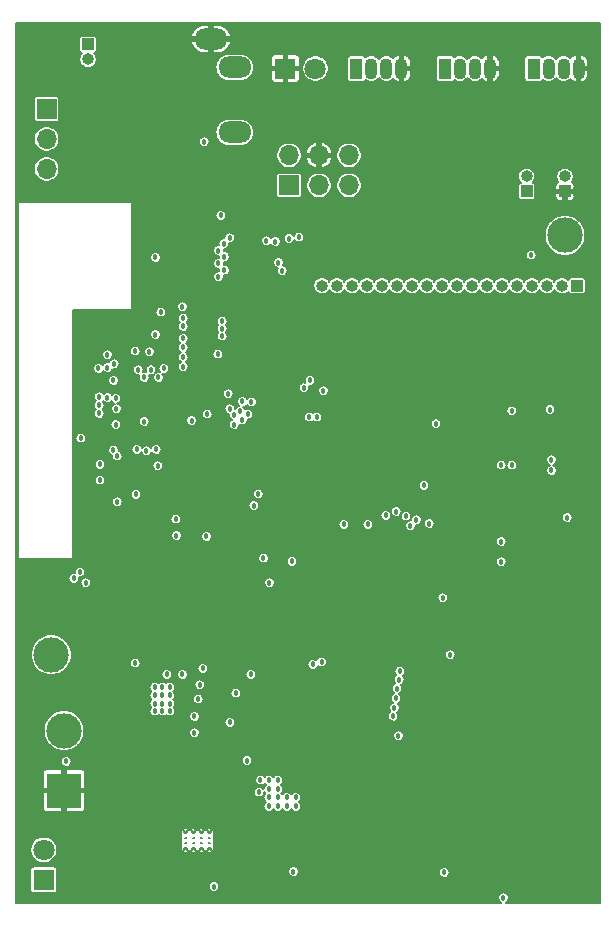
<source format=gbr>
%TF.GenerationSoftware,KiCad,Pcbnew,5.1.10*%
%TF.CreationDate,2021-08-02T15:48:16-04:00*%
%TF.ProjectId,mist-eeg,6d697374-2d65-4656-972e-6b696361645f,1C*%
%TF.SameCoordinates,Original*%
%TF.FileFunction,Copper,L2,Inr*%
%TF.FilePolarity,Positive*%
%FSLAX46Y46*%
G04 Gerber Fmt 4.6, Leading zero omitted, Abs format (unit mm)*
G04 Created by KiCad (PCBNEW 5.1.10) date 2021-08-02 15:48:16*
%MOMM*%
%LPD*%
G01*
G04 APERTURE LIST*
%TA.AperFunction,ComponentPad*%
%ADD10C,3.000000*%
%TD*%
%TA.AperFunction,ComponentPad*%
%ADD11R,3.000000X3.000000*%
%TD*%
%TA.AperFunction,ComponentPad*%
%ADD12O,2.800000X1.800000*%
%TD*%
%TA.AperFunction,ComponentPad*%
%ADD13C,1.800000*%
%TD*%
%TA.AperFunction,ComponentPad*%
%ADD14R,1.800000X1.800000*%
%TD*%
%TA.AperFunction,ComponentPad*%
%ADD15O,1.000000X1.000000*%
%TD*%
%TA.AperFunction,ComponentPad*%
%ADD16R,1.000000X1.000000*%
%TD*%
%TA.AperFunction,ComponentPad*%
%ADD17O,1.700000X1.700000*%
%TD*%
%TA.AperFunction,ComponentPad*%
%ADD18R,1.700000X1.700000*%
%TD*%
%TA.AperFunction,ComponentPad*%
%ADD19C,0.212500*%
%TD*%
%TA.AperFunction,ComponentPad*%
%ADD20O,1.070000X1.800000*%
%TD*%
%TA.AperFunction,ComponentPad*%
%ADD21R,1.070000X1.800000*%
%TD*%
%TA.AperFunction,ViaPad*%
%ADD22C,0.457200*%
%TD*%
%TA.AperFunction,ViaPad*%
%ADD23C,0.609600*%
%TD*%
%TA.AperFunction,Conductor*%
%ADD24C,0.203200*%
%TD*%
%TA.AperFunction,Conductor*%
%ADD25C,0.100000*%
%TD*%
G04 APERTURE END LIST*
D10*
%TO.N,Net-(F1-Pad2)*%
%TO.C,J1*%
X203327000Y-94170500D03*
D11*
%TO.N,GND*%
X203327000Y-99250500D03*
%TD*%
D12*
%TO.N,/audio/R*%
%TO.C,J3*%
X217773000Y-43523500D03*
%TO.N,/audio/T*%
X217773000Y-38023500D03*
%TO.N,GND*%
X215773000Y-35623500D03*
%TD*%
D10*
%TO.N,N/C*%
%TO.C,H2*%
X245750000Y-52250000D03*
%TD*%
%TO.N,N/C*%
%TO.C,H1*%
X202250000Y-87750000D03*
%TD*%
D13*
%TO.N,Net-(D2-Pad2)*%
%TO.C,D2*%
X201612500Y-104267000D03*
D14*
%TO.N,Net-(D2-Pad1)*%
X201612500Y-106807000D03*
%TD*%
D15*
%TO.N,/SoM/ONOFF*%
%TO.C,SW5*%
X245745000Y-47244000D03*
D16*
%TO.N,GND*%
X245745000Y-48514000D03*
%TD*%
D17*
%TO.N,/CTRL_SCL*%
%TO.C,J7*%
X227457000Y-45466000D03*
%TO.N,/CTRL_SDA*%
X227457000Y-48006000D03*
%TO.N,GND*%
X224917000Y-45466000D03*
%TO.N,+3V3*%
X224917000Y-48006000D03*
%TO.N,/SoM/RXD*%
X222377000Y-45466000D03*
D18*
%TO.N,/SoM/TXD*%
X222377000Y-48006000D03*
%TD*%
D17*
%TO.N,/SoM/EXTRA_3*%
%TO.C,J6*%
X201866500Y-46609000D03*
%TO.N,/SoM/EXTRA_2*%
X201866500Y-44069000D03*
D18*
%TO.N,/SoM/EXTRA_1*%
X201866500Y-41529000D03*
%TD*%
D15*
%TO.N,/USER*%
%TO.C,SW2*%
X205359000Y-37338000D03*
D16*
%TO.N,+3V3*%
X205359000Y-36068000D03*
%TD*%
D19*
%TO.N,GND*%
%TO.C,U1*%
X213617500Y-104118500D03*
X213617500Y-103693500D03*
X213617500Y-103268500D03*
X213617500Y-102843500D03*
X214292500Y-104118500D03*
X214292500Y-103693500D03*
X214292500Y-103268500D03*
X214292500Y-102843500D03*
X214967500Y-104118500D03*
X214967500Y-103693500D03*
X214967500Y-103268500D03*
X214967500Y-102843500D03*
X215642500Y-104118500D03*
X215642500Y-103693500D03*
X215642500Y-103268500D03*
X215642500Y-102843500D03*
%TD*%
D15*
%TO.N,/EEG/BIAS_ELEC_O*%
%TO.C,J4*%
X225171000Y-56515000D03*
%TO.N,/EEG/IN8_ON*%
X226441000Y-56515000D03*
%TO.N,/EEG/IN8_OP*%
X227711000Y-56515000D03*
%TO.N,/EEG/IN7_ON*%
X228981000Y-56515000D03*
%TO.N,/EEG/IN7_OP*%
X230251000Y-56515000D03*
%TO.N,/EEG/IN6_ON*%
X231521000Y-56515000D03*
%TO.N,/EEG/IN6_OP*%
X232791000Y-56515000D03*
%TO.N,/EEG/IN5_ON*%
X234061000Y-56515000D03*
%TO.N,/EEG/IN5_OP*%
X235331000Y-56515000D03*
%TO.N,/EEG/IN4_ON*%
X236601000Y-56515000D03*
%TO.N,/EEG/IN4_OP*%
X237871000Y-56515000D03*
%TO.N,/EEG/IN3_ON*%
X239141000Y-56515000D03*
%TO.N,/EEG/IN3_OP*%
X240411000Y-56515000D03*
%TO.N,/EEG/IN2_ON*%
X241681000Y-56515000D03*
%TO.N,/EEG/IN2_OP*%
X242951000Y-56515000D03*
%TO.N,/EEG/IN1_ON*%
X244221000Y-56515000D03*
%TO.N,/EEG/IN1_OP*%
X245491000Y-56515000D03*
D16*
%TO.N,/EEG/REF_ELEC_O*%
X246761000Y-56515000D03*
%TD*%
D15*
%TO.N,/START*%
%TO.C,SW1*%
X242506500Y-47244000D03*
D16*
%TO.N,+3V3*%
X242506500Y-48514000D03*
%TD*%
D20*
%TO.N,GND*%
%TO.C,D8*%
X239390000Y-38115000D03*
%TO.N,Net-(D8-Pad3)*%
X238120000Y-38115000D03*
%TO.N,Net-(D8-Pad2)*%
X236850000Y-38115000D03*
D21*
%TO.N,Net-(D8-Pad1)*%
X235580000Y-38115000D03*
%TD*%
D20*
%TO.N,GND*%
%TO.C,D7*%
X246890000Y-38115000D03*
%TO.N,Net-(D7-Pad3)*%
X245620000Y-38115000D03*
%TO.N,Net-(D7-Pad2)*%
X244350000Y-38115000D03*
D21*
%TO.N,Net-(D7-Pad1)*%
X243080000Y-38115000D03*
%TD*%
D20*
%TO.N,GND*%
%TO.C,D6*%
X231890000Y-38115000D03*
%TO.N,Net-(D6-Pad3)*%
X230620000Y-38115000D03*
%TO.N,Net-(D6-Pad2)*%
X229350000Y-38115000D03*
D21*
%TO.N,Net-(D6-Pad1)*%
X228080000Y-38115000D03*
%TD*%
D13*
%TO.N,Net-(D5-Pad2)*%
%TO.C,D5*%
X224620000Y-38115000D03*
D14*
%TO.N,GND*%
X222080000Y-38115000D03*
%TD*%
D22*
%TO.N,GND*%
X222694500Y-75946000D03*
X221551500Y-76835000D03*
X221551500Y-75946000D03*
X222694500Y-76835000D03*
X222313500Y-61699140D03*
D23*
X225107500Y-61468000D03*
X226504500Y-61468000D03*
X228028500Y-61468000D03*
X229552500Y-61468000D03*
X231076500Y-61468000D03*
X232600500Y-61468000D03*
X234124500Y-61468000D03*
X235648500Y-61468000D03*
X237172500Y-61468000D03*
X228276150Y-64897000D03*
X229552500Y-65024000D03*
X237172500Y-65024000D03*
X235648500Y-65017650D03*
D22*
X223324420Y-61704220D03*
X222313500Y-62420500D03*
X223324420Y-63146940D03*
X221251780Y-61704220D03*
X221251780Y-62420500D03*
X221251780Y-63141860D03*
X223329500Y-62420500D03*
D23*
X231457500Y-82804000D03*
D22*
X215866980Y-72476360D03*
X214977980Y-72476360D03*
X214977980Y-71714360D03*
X215866980Y-71714360D03*
X215866980Y-70825360D03*
X214977980Y-70825360D03*
D23*
X230441500Y-76708000D03*
X238950500Y-69215000D03*
X218617800Y-48806100D03*
X218071700Y-76873100D03*
D22*
X220421200Y-75603100D03*
X220421200Y-76301600D03*
X220421200Y-77127100D03*
D23*
X210261200Y-65697100D03*
X238379000Y-68072000D03*
X233851492Y-64981523D03*
X232300617Y-64914617D03*
X231076500Y-64960500D03*
X226383040Y-65018460D03*
D22*
X214503000Y-96202500D03*
X212026500Y-105346500D03*
X211950300Y-82219800D03*
X211950300Y-81635600D03*
X212712300Y-82219800D03*
X212712300Y-81635600D03*
X213499700Y-82219800D03*
X213499700Y-81635600D03*
D23*
X237292710Y-76604300D03*
D22*
X225346260Y-79164180D03*
X220296740Y-61694060D03*
X220306900Y-63141860D03*
X220296740Y-62415420D03*
D23*
X235013500Y-71310500D03*
X218274900Y-41503600D03*
D22*
X217868500Y-105283000D03*
X217868500Y-104203500D03*
X217868500Y-103568500D03*
X217868500Y-102933500D03*
X217868500Y-102298500D03*
X217868500Y-101663500D03*
X244475000Y-69850000D03*
X244475000Y-70675500D03*
X244602000Y-75628500D03*
X246126000Y-75501500D03*
X246126000Y-74358500D03*
X246126000Y-73215500D03*
X246126000Y-71501000D03*
X246126000Y-70294500D03*
X246126000Y-69088000D03*
X246126000Y-67881500D03*
X246126000Y-65087500D03*
X246126000Y-61468000D03*
X246126000Y-60325000D03*
X244475000Y-60325000D03*
X216154000Y-83502500D03*
X246126000Y-72453500D03*
X244602000Y-74231500D03*
X244602000Y-72834500D03*
X244602000Y-73533000D03*
X244602000Y-74930000D03*
X244475000Y-69088000D03*
X244475000Y-68389500D03*
X244475000Y-67691000D03*
X217805000Y-95821500D03*
X240093500Y-72326500D03*
X241173000Y-69278500D03*
X240792000Y-73152000D03*
X243903500Y-107188000D03*
X222313500Y-102552500D03*
X221107000Y-103886000D03*
X218440000Y-106870500D03*
X216916000Y-106870500D03*
X210883500Y-105092500D03*
X222313500Y-63146940D03*
X216154000Y-96964500D03*
X215138000Y-95377000D03*
X221234000Y-96393000D03*
X241871500Y-46355000D03*
X204724000Y-38227000D03*
X208280000Y-86931500D03*
X208280000Y-87566500D03*
X207645000Y-87566500D03*
X207645000Y-86931500D03*
X207010000Y-86931500D03*
X207010000Y-87566500D03*
X206375000Y-87566500D03*
X206375000Y-86931500D03*
X205740000Y-86931500D03*
X205740000Y-87566500D03*
X205105000Y-87566500D03*
X205105000Y-86931500D03*
X208788000Y-89408000D03*
X212217000Y-84772500D03*
X221932500Y-52959000D03*
X223964500Y-52959000D03*
X225171000Y-52959000D03*
X226377500Y-52959000D03*
X227584000Y-52959000D03*
X228790500Y-52959000D03*
X229997000Y-52959000D03*
X231203500Y-52959000D03*
X232410000Y-52959000D03*
X233616500Y-52959000D03*
X234759500Y-52959000D03*
X235966000Y-52959000D03*
X237172500Y-52959000D03*
X238315500Y-52959000D03*
X239522000Y-52959000D03*
X239458500Y-51308000D03*
X238315500Y-51308000D03*
X237109000Y-51308000D03*
X235902500Y-51308000D03*
X234696000Y-51308000D03*
X233553000Y-51308000D03*
X232346500Y-51308000D03*
X231140000Y-51308000D03*
X229933500Y-51308000D03*
X228727000Y-51308000D03*
X227520500Y-51308000D03*
X226314000Y-51308000D03*
X225171000Y-51308000D03*
X223964500Y-51308000D03*
X222694500Y-51308000D03*
X221932500Y-51308000D03*
X219964000Y-51308000D03*
X219773500Y-52959000D03*
X220980000Y-51308000D03*
X234442000Y-79121000D03*
X204470000Y-74041000D03*
X206375000Y-73596500D03*
X206375000Y-74422000D03*
X206121000Y-75565000D03*
X207772000Y-76581000D03*
X207772000Y-75438000D03*
X207835500Y-74168000D03*
X210502500Y-84328000D03*
X213868000Y-86995000D03*
X213677500Y-85852000D03*
X211836000Y-88392000D03*
X240093500Y-85852000D03*
X246316500Y-85915500D03*
X206248000Y-81216500D03*
X210375500Y-83375500D03*
X207327500Y-81026000D03*
X212852000Y-78295500D03*
X209486500Y-78283300D03*
X224917000Y-64897000D03*
X210820000Y-105854500D03*
X222123000Y-64389000D03*
D23*
X206248000Y-61912500D03*
X207708500Y-61912500D03*
D22*
X219583000Y-69659500D03*
X219265500Y-71183500D03*
X204347790Y-70548500D03*
X204406500Y-76136500D03*
X207834197Y-72390000D03*
X222123000Y-60706000D03*
D23*
X205676500Y-106489500D03*
X235204000Y-75692000D03*
X237731300Y-77279500D03*
X241046000Y-75311000D03*
X215392000Y-78549500D03*
D22*
X220472000Y-74930000D03*
D23*
X226377500Y-91059000D03*
X227012500Y-95123000D03*
X204025500Y-83312000D03*
X215455500Y-60198000D03*
D22*
%TO.N,/+1V8_ANA*%
X215455500Y-67373500D03*
X217741500Y-68262500D03*
%TO.N,GND*%
X220916500Y-71437500D03*
X222885000Y-71755000D03*
X223901000Y-72707500D03*
X220609599Y-73480099D03*
X223456500Y-76708000D03*
%TO.N,/power/+5V25*%
X216344500Y-62293500D03*
X210121500Y-68008500D03*
X211137500Y-70358000D03*
%TO.N,/+5V0_ANA*%
X234823000Y-68199000D03*
X216725500Y-59499500D03*
X216725500Y-60134500D03*
X216725500Y-60769500D03*
X223647000Y-65151000D03*
%TO.N,/CTRL_SCL*%
X222377000Y-52514500D03*
X224393592Y-88567092D03*
X224155000Y-64516000D03*
X224091500Y-67627500D03*
%TO.N,/CTRL_SDA*%
X223202500Y-52387500D03*
X225298000Y-65405000D03*
X224726500Y-67627500D03*
%TO.N,/power/+PWR*%
X219964000Y-98361500D03*
X220662500Y-98361500D03*
X221424500Y-98361500D03*
X220662500Y-99123500D03*
X221424500Y-99123500D03*
X220662500Y-99822000D03*
X221424500Y-99822000D03*
X220662500Y-100584000D03*
X222186500Y-99822000D03*
X222948500Y-99822000D03*
X222948500Y-100584000D03*
X222186500Y-100584000D03*
X221424500Y-100584000D03*
X211010500Y-92519500D03*
X211010500Y-91884500D03*
X211010500Y-91186000D03*
X211010500Y-90487500D03*
X211645500Y-90487500D03*
X211645500Y-91186000D03*
X211645500Y-91884500D03*
X211645500Y-92519500D03*
X212280500Y-92519500D03*
X212280500Y-91884500D03*
X212280500Y-91186000D03*
X212280500Y-90487500D03*
X209359500Y-88455500D03*
%TO.N,+3V3*%
X242887500Y-53911500D03*
X233807000Y-73406000D03*
X240347500Y-78168500D03*
X240347500Y-79883000D03*
X210566000Y-62103000D03*
X214820500Y-90297000D03*
X215074500Y-88900000D03*
X209423000Y-74168000D03*
X207834197Y-74803000D03*
X207835500Y-70929500D03*
X222758000Y-106108500D03*
X216027000Y-107378500D03*
X211074000Y-60642500D03*
X211772500Y-63500000D03*
X207518000Y-64516000D03*
X217868500Y-90995500D03*
%TO.N,/audio/LEFT*%
X215201500Y-44323000D03*
%TO.N,/audio/RIGHT*%
X216598500Y-50546000D03*
%TO.N,/~AUDIO_PWDN~*%
X214134700Y-67919600D03*
X204754215Y-69405175D03*
%TO.N,/AUDIO_SCL*%
X221488000Y-54546500D03*
X212852000Y-77660500D03*
%TO.N,/AUDIO_SDA*%
X221805500Y-55245000D03*
X212788500Y-76263500D03*
%TO.N,/AUDIO_PWR_OK*%
X222631000Y-79844900D03*
X212026500Y-89408000D03*
X204152500Y-81280000D03*
X210312000Y-70485000D03*
X213360000Y-89408000D03*
X217233500Y-65659000D03*
%TO.N,/audio/CM*%
X219392500Y-75120500D03*
X215392000Y-77724000D03*
%TO.N,/power/STAGE_1*%
X214693500Y-91503500D03*
%TO.N,GND*%
X209423000Y-74930000D03*
X209740500Y-72771000D03*
X220853000Y-79883000D03*
X218440000Y-78994000D03*
X207518000Y-92265500D03*
X208089500Y-89471500D03*
X212725000Y-97345500D03*
X243713000Y-104203500D03*
X235458000Y-91630500D03*
X235458000Y-92392500D03*
X235716995Y-96147503D03*
X237553500Y-96075500D03*
X233934000Y-98298000D03*
%TO.N,+3V3*%
X211074000Y-54102000D03*
%TO.N,/power/+5V25*%
X220726000Y-81661000D03*
X204685899Y-80746601D03*
X205168500Y-81661000D03*
%TO.N,/CTRL_SDA*%
X225139250Y-88360250D03*
%TO.N,+3V3*%
X203517500Y-96774000D03*
X240538000Y-108331000D03*
%TO.N,/AUDIO_PWR_OK*%
X219138500Y-89408000D03*
%TO.N,/power/STAGE_1*%
X219773500Y-74142600D03*
X220218000Y-79565500D03*
%TO.N,/USER*%
X207518000Y-70421500D03*
X213360000Y-58293000D03*
%TO.N,/SD_DAT0*%
X231711500Y-89852500D03*
%TO.N,/SD_DAT1*%
X231521000Y-90614500D03*
%TO.N,/SD_DAT2*%
X231443679Y-91426179D03*
%TO.N,/SD_DAT3*%
X231298750Y-92233750D03*
%TO.N,/SD_CMD*%
X231754777Y-89133777D03*
X231648000Y-94615000D03*
%TO.N,/SD_CLK*%
X231190073Y-92950573D03*
%TO.N,/~SD_CONNECTED~*%
X236029500Y-87757000D03*
X235521500Y-106172000D03*
%TO.N,/SoM/EXTRA_1*%
X209359500Y-62039500D03*
X211518500Y-58737500D03*
%TO.N,/SoM/RXD*%
X220472000Y-52705000D03*
%TO.N,/SoM/TXD*%
X221234000Y-52768500D03*
%TO.N,/USER1_B*%
X207010000Y-65976500D03*
X216916000Y-54038500D03*
%TO.N,/USER1_G*%
X206311500Y-65913000D03*
X216408000Y-53530500D03*
%TO.N,/USER1_R*%
X216852500Y-52959000D03*
X206311500Y-66611500D03*
%TO.N,/SoM/~PWR_ON~*%
X214376000Y-92964000D03*
X214376000Y-94361000D03*
X217360500Y-93472000D03*
%TO.N,/SoM/BOOT_MODE0*%
X206375000Y-72961500D03*
%TO.N,/SoM/~RESET~*%
X235394500Y-82931000D03*
X209486500Y-70358000D03*
X218884500Y-67373500D03*
%TO.N,/SoM/BOOT_MODE1*%
X206375000Y-71628000D03*
%TO.N,/AQUISITION*%
X206311500Y-67310000D03*
X217360500Y-52451000D03*
%TO.N,/USER2_R*%
X207708500Y-66040000D03*
X216408000Y-54610000D03*
%TO.N,/USER2_B*%
X207772000Y-66929000D03*
X216408000Y-55753000D03*
%TO.N,/USER2_G*%
X207708550Y-68262500D03*
X216916000Y-55181500D03*
%TO.N,/AUDIO_BCLK*%
X210693000Y-63627000D03*
X206248000Y-63500000D03*
%TO.N,/AUDIO_SDATA*%
X210121500Y-64262000D03*
X207010000Y-63436500D03*
%TO.N,/~EEG_DRDY~*%
X227012500Y-76708000D03*
X218440000Y-67866161D03*
X213423500Y-63373000D03*
%TO.N,/AUDIO_LRCLK*%
X211328000Y-64262000D03*
X207581500Y-63119000D03*
%TO.N,/EEG_START*%
X232283000Y-76009500D03*
X217741500Y-67437000D03*
X213423500Y-62547500D03*
%TO.N,/AUDIO_MCLK*%
X209613500Y-63627000D03*
X207010000Y-62357000D03*
%TO.N,/~EEG_CS~*%
X231457500Y-75628500D03*
X218440000Y-66294000D03*
X213423500Y-59944000D03*
%TO.N,/EEG_MOSI*%
X234251500Y-76644500D03*
X217360500Y-66929000D03*
X213423500Y-61722000D03*
%TO.N,/EEG_MISO*%
X229044500Y-76708000D03*
X218249500Y-67119500D03*
X213423500Y-60960000D03*
%TO.N,/EEG_SCK*%
X230568500Y-75946000D03*
X219202000Y-66349561D03*
X213423500Y-59245500D03*
%TO.N,/SoM/~POR~*%
X245935500Y-76136500D03*
%TO.N,/SoM/CLK-*%
X244602000Y-72136000D03*
X240347500Y-71691500D03*
%TO.N,/SoM/CLK+*%
X244602000Y-71247000D03*
X241236500Y-71691500D03*
%TO.N,/~SD_RST~*%
X241249200Y-67106800D03*
X244475000Y-66992500D03*
%TO.N,/~EEG_RESET~*%
X232664000Y-76835000D03*
%TO.N,/~EEG_PWDN~*%
X233172000Y-76327000D03*
%TO.N,Net-(TP9-Pad1)*%
X211264500Y-71755000D03*
%TO.N,/power/SD-power/ENA*%
X219837000Y-99377500D03*
X218821000Y-96710500D03*
%TD*%
D24*
%TO.N,GND*%
X248746401Y-108746400D02*
X240729856Y-108746400D01*
X240754565Y-108736165D01*
X240829448Y-108686130D01*
X240893130Y-108622448D01*
X240943165Y-108547565D01*
X240977630Y-108464360D01*
X240995200Y-108376030D01*
X240995200Y-108285970D01*
X240977630Y-108197640D01*
X240943165Y-108114435D01*
X240893130Y-108039552D01*
X240829448Y-107975870D01*
X240754565Y-107925835D01*
X240671360Y-107891370D01*
X240583030Y-107873800D01*
X240492970Y-107873800D01*
X240404640Y-107891370D01*
X240321435Y-107925835D01*
X240246552Y-107975870D01*
X240182870Y-108039552D01*
X240132835Y-108114435D01*
X240098370Y-108197640D01*
X240080800Y-108285970D01*
X240080800Y-108376030D01*
X240098370Y-108464360D01*
X240132835Y-108547565D01*
X240182870Y-108622448D01*
X240246552Y-108686130D01*
X240321435Y-108736165D01*
X240346144Y-108746400D01*
X199253600Y-108746400D01*
X199253600Y-105907000D01*
X200482794Y-105907000D01*
X200482794Y-107707000D01*
X200487208Y-107751813D01*
X200500279Y-107794905D01*
X200521506Y-107834618D01*
X200550073Y-107869427D01*
X200584882Y-107897994D01*
X200624595Y-107919221D01*
X200667687Y-107932292D01*
X200712500Y-107936706D01*
X202512500Y-107936706D01*
X202557313Y-107932292D01*
X202600405Y-107919221D01*
X202640118Y-107897994D01*
X202674927Y-107869427D01*
X202703494Y-107834618D01*
X202724721Y-107794905D01*
X202737792Y-107751813D01*
X202742206Y-107707000D01*
X202742206Y-107333470D01*
X215569800Y-107333470D01*
X215569800Y-107423530D01*
X215587370Y-107511860D01*
X215621835Y-107595065D01*
X215671870Y-107669948D01*
X215735552Y-107733630D01*
X215810435Y-107783665D01*
X215893640Y-107818130D01*
X215981970Y-107835700D01*
X216072030Y-107835700D01*
X216160360Y-107818130D01*
X216243565Y-107783665D01*
X216318448Y-107733630D01*
X216382130Y-107669948D01*
X216432165Y-107595065D01*
X216466630Y-107511860D01*
X216484200Y-107423530D01*
X216484200Y-107333470D01*
X216466630Y-107245140D01*
X216432165Y-107161935D01*
X216382130Y-107087052D01*
X216318448Y-107023370D01*
X216243565Y-106973335D01*
X216160360Y-106938870D01*
X216072030Y-106921300D01*
X215981970Y-106921300D01*
X215893640Y-106938870D01*
X215810435Y-106973335D01*
X215735552Y-107023370D01*
X215671870Y-107087052D01*
X215621835Y-107161935D01*
X215587370Y-107245140D01*
X215569800Y-107333470D01*
X202742206Y-107333470D01*
X202742206Y-106063470D01*
X222300800Y-106063470D01*
X222300800Y-106153530D01*
X222318370Y-106241860D01*
X222352835Y-106325065D01*
X222402870Y-106399948D01*
X222466552Y-106463630D01*
X222541435Y-106513665D01*
X222624640Y-106548130D01*
X222712970Y-106565700D01*
X222803030Y-106565700D01*
X222891360Y-106548130D01*
X222974565Y-106513665D01*
X223049448Y-106463630D01*
X223113130Y-106399948D01*
X223163165Y-106325065D01*
X223197630Y-106241860D01*
X223215200Y-106153530D01*
X223215200Y-106126970D01*
X235064300Y-106126970D01*
X235064300Y-106217030D01*
X235081870Y-106305360D01*
X235116335Y-106388565D01*
X235166370Y-106463448D01*
X235230052Y-106527130D01*
X235304935Y-106577165D01*
X235388140Y-106611630D01*
X235476470Y-106629200D01*
X235566530Y-106629200D01*
X235654860Y-106611630D01*
X235738065Y-106577165D01*
X235812948Y-106527130D01*
X235876630Y-106463448D01*
X235926665Y-106388565D01*
X235961130Y-106305360D01*
X235978700Y-106217030D01*
X235978700Y-106126970D01*
X235961130Y-106038640D01*
X235926665Y-105955435D01*
X235876630Y-105880552D01*
X235812948Y-105816870D01*
X235738065Y-105766835D01*
X235654860Y-105732370D01*
X235566530Y-105714800D01*
X235476470Y-105714800D01*
X235388140Y-105732370D01*
X235304935Y-105766835D01*
X235230052Y-105816870D01*
X235166370Y-105880552D01*
X235116335Y-105955435D01*
X235081870Y-106038640D01*
X235064300Y-106126970D01*
X223215200Y-106126970D01*
X223215200Y-106063470D01*
X223197630Y-105975140D01*
X223163165Y-105891935D01*
X223113130Y-105817052D01*
X223049448Y-105753370D01*
X222974565Y-105703335D01*
X222891360Y-105668870D01*
X222803030Y-105651300D01*
X222712970Y-105651300D01*
X222624640Y-105668870D01*
X222541435Y-105703335D01*
X222466552Y-105753370D01*
X222402870Y-105817052D01*
X222352835Y-105891935D01*
X222318370Y-105975140D01*
X222300800Y-106063470D01*
X202742206Y-106063470D01*
X202742206Y-105907000D01*
X202737792Y-105862187D01*
X202724721Y-105819095D01*
X202703494Y-105779382D01*
X202674927Y-105744573D01*
X202640118Y-105716006D01*
X202600405Y-105694779D01*
X202557313Y-105681708D01*
X202512500Y-105677294D01*
X200712500Y-105677294D01*
X200667687Y-105681708D01*
X200624595Y-105694779D01*
X200584882Y-105716006D01*
X200550073Y-105744573D01*
X200521506Y-105779382D01*
X200500279Y-105819095D01*
X200487208Y-105862187D01*
X200482794Y-105907000D01*
X199253600Y-105907000D01*
X199253600Y-104155843D01*
X200483900Y-104155843D01*
X200483900Y-104378157D01*
X200527271Y-104596201D01*
X200612347Y-104801593D01*
X200735859Y-104986441D01*
X200893059Y-105143641D01*
X201077907Y-105267153D01*
X201283299Y-105352229D01*
X201501343Y-105395600D01*
X201723657Y-105395600D01*
X201941701Y-105352229D01*
X202147093Y-105267153D01*
X202331941Y-105143641D01*
X202489141Y-104986441D01*
X202612653Y-104801593D01*
X202697729Y-104596201D01*
X202725742Y-104455368D01*
X213378499Y-104455368D01*
X213448810Y-104495522D01*
X213525605Y-104521187D01*
X213605931Y-104531378D01*
X213686702Y-104525702D01*
X213764813Y-104504377D01*
X213837263Y-104468222D01*
X213856501Y-104455368D01*
X214053499Y-104455368D01*
X214123810Y-104495522D01*
X214200605Y-104521187D01*
X214280931Y-104531378D01*
X214361702Y-104525702D01*
X214439813Y-104504377D01*
X214512263Y-104468222D01*
X214531501Y-104455368D01*
X214728499Y-104455368D01*
X214798810Y-104495522D01*
X214875605Y-104521187D01*
X214955931Y-104531378D01*
X215036702Y-104525702D01*
X215114813Y-104504377D01*
X215187263Y-104468222D01*
X215206501Y-104455368D01*
X215403499Y-104455368D01*
X215473810Y-104495522D01*
X215550605Y-104521187D01*
X215630931Y-104531378D01*
X215711702Y-104525702D01*
X215789813Y-104504377D01*
X215862263Y-104468222D01*
X215881501Y-104455368D01*
X215877370Y-104359947D01*
X215642500Y-104125076D01*
X215407630Y-104359947D01*
X215403499Y-104455368D01*
X215206501Y-104455368D01*
X215202370Y-104359947D01*
X214967500Y-104125076D01*
X214732630Y-104359947D01*
X214728499Y-104455368D01*
X214531501Y-104455368D01*
X214527370Y-104359947D01*
X214292500Y-104125076D01*
X214057630Y-104359947D01*
X214053499Y-104455368D01*
X213856501Y-104455368D01*
X213852370Y-104359947D01*
X213617500Y-104125076D01*
X213382630Y-104359947D01*
X213378499Y-104455368D01*
X202725742Y-104455368D01*
X202741100Y-104378157D01*
X202741100Y-104155843D01*
X202697729Y-103937799D01*
X202612653Y-103732407D01*
X202489141Y-103547559D01*
X202331941Y-103390359D01*
X202147093Y-103266847D01*
X201941701Y-103181771D01*
X201723657Y-103138400D01*
X201501343Y-103138400D01*
X201283299Y-103181771D01*
X201077907Y-103266847D01*
X200893059Y-103390359D01*
X200735859Y-103547559D01*
X200612347Y-103732407D01*
X200527271Y-103937799D01*
X200483900Y-104155843D01*
X199253600Y-104155843D01*
X199253600Y-102831931D01*
X213204622Y-102831931D01*
X213210298Y-102912702D01*
X213231623Y-102990813D01*
X213239291Y-103006180D01*
X213218021Y-103027450D01*
X213246571Y-103056000D01*
X213218021Y-103084550D01*
X213238675Y-103105204D01*
X213214813Y-103176605D01*
X213204622Y-103256931D01*
X213210298Y-103337702D01*
X213231623Y-103415813D01*
X213239291Y-103431180D01*
X213218021Y-103452450D01*
X213246571Y-103481000D01*
X213218021Y-103509550D01*
X213238675Y-103530204D01*
X213214813Y-103601605D01*
X213204622Y-103681931D01*
X213210298Y-103762702D01*
X213231623Y-103840813D01*
X213239291Y-103856180D01*
X213218021Y-103877450D01*
X213246571Y-103906000D01*
X213218021Y-103934550D01*
X213238675Y-103955204D01*
X213214813Y-104026605D01*
X213204622Y-104106931D01*
X213210298Y-104187702D01*
X213231623Y-104265813D01*
X213267778Y-104338263D01*
X213280632Y-104357501D01*
X213376053Y-104353370D01*
X213610924Y-104118500D01*
X213597766Y-104105342D01*
X213605931Y-104106378D01*
X213611559Y-104105983D01*
X213617500Y-104111924D01*
X213624340Y-104105084D01*
X213638486Y-104104090D01*
X213624076Y-104118500D01*
X213858947Y-104353370D01*
X213954368Y-104357501D01*
X213954950Y-104356481D01*
X213955632Y-104357501D01*
X214051053Y-104353370D01*
X214285924Y-104118500D01*
X214272766Y-104105342D01*
X214280931Y-104106378D01*
X214286559Y-104105983D01*
X214292500Y-104111924D01*
X214299340Y-104105084D01*
X214313486Y-104104090D01*
X214299076Y-104118500D01*
X214533947Y-104353370D01*
X214629368Y-104357501D01*
X214629950Y-104356481D01*
X214630632Y-104357501D01*
X214726053Y-104353370D01*
X214960924Y-104118500D01*
X214947766Y-104105342D01*
X214955931Y-104106378D01*
X214961559Y-104105983D01*
X214967500Y-104111924D01*
X214974340Y-104105084D01*
X214988486Y-104104090D01*
X214974076Y-104118500D01*
X215208947Y-104353370D01*
X215304368Y-104357501D01*
X215304950Y-104356481D01*
X215305632Y-104357501D01*
X215401053Y-104353370D01*
X215635924Y-104118500D01*
X215622766Y-104105342D01*
X215630931Y-104106378D01*
X215636559Y-104105983D01*
X215642500Y-104111924D01*
X215649340Y-104105084D01*
X215663486Y-104104090D01*
X215649076Y-104118500D01*
X215883947Y-104353370D01*
X215979368Y-104357501D01*
X216019522Y-104287190D01*
X216045187Y-104210395D01*
X216055378Y-104130069D01*
X216049702Y-104049298D01*
X216028377Y-103971187D01*
X216020709Y-103955820D01*
X216041979Y-103934550D01*
X216013429Y-103906000D01*
X216041979Y-103877450D01*
X216021325Y-103856796D01*
X216045187Y-103785395D01*
X216055378Y-103705069D01*
X216049702Y-103624298D01*
X216028377Y-103546187D01*
X216020709Y-103530820D01*
X216041979Y-103509550D01*
X216013429Y-103481000D01*
X216041979Y-103452450D01*
X216021325Y-103431796D01*
X216045187Y-103360395D01*
X216055378Y-103280069D01*
X216049702Y-103199298D01*
X216028377Y-103121187D01*
X216020709Y-103105820D01*
X216041979Y-103084550D01*
X216013429Y-103056000D01*
X216041979Y-103027450D01*
X216021325Y-103006796D01*
X216045187Y-102935395D01*
X216055378Y-102855069D01*
X216049702Y-102774298D01*
X216028377Y-102696187D01*
X215992222Y-102623737D01*
X215979368Y-102604499D01*
X215883947Y-102608630D01*
X215649076Y-102843500D01*
X215662234Y-102856658D01*
X215654069Y-102855622D01*
X215648441Y-102856017D01*
X215642500Y-102850076D01*
X215635660Y-102856916D01*
X215621514Y-102857910D01*
X215635924Y-102843500D01*
X215401053Y-102608630D01*
X215305632Y-102604499D01*
X215305050Y-102605519D01*
X215304368Y-102604499D01*
X215208947Y-102608630D01*
X214974076Y-102843500D01*
X214987234Y-102856658D01*
X214979069Y-102855622D01*
X214973441Y-102856017D01*
X214967500Y-102850076D01*
X214960660Y-102856916D01*
X214946514Y-102857910D01*
X214960924Y-102843500D01*
X214726053Y-102608630D01*
X214630632Y-102604499D01*
X214630050Y-102605519D01*
X214629368Y-102604499D01*
X214533947Y-102608630D01*
X214299076Y-102843500D01*
X214312234Y-102856658D01*
X214304069Y-102855622D01*
X214298441Y-102856017D01*
X214292500Y-102850076D01*
X214285660Y-102856916D01*
X214271514Y-102857910D01*
X214285924Y-102843500D01*
X214051053Y-102608630D01*
X213955632Y-102604499D01*
X213955050Y-102605519D01*
X213954368Y-102604499D01*
X213858947Y-102608630D01*
X213624076Y-102843500D01*
X213637234Y-102856658D01*
X213629069Y-102855622D01*
X213623441Y-102856017D01*
X213617500Y-102850076D01*
X213610660Y-102856916D01*
X213596514Y-102857910D01*
X213610924Y-102843500D01*
X213376053Y-102608630D01*
X213280632Y-102604499D01*
X213240478Y-102674810D01*
X213214813Y-102751605D01*
X213204622Y-102831931D01*
X199253600Y-102831931D01*
X199253600Y-102506632D01*
X213378499Y-102506632D01*
X213382630Y-102602053D01*
X213617500Y-102836924D01*
X213852370Y-102602053D01*
X213856501Y-102506632D01*
X214053499Y-102506632D01*
X214057630Y-102602053D01*
X214292500Y-102836924D01*
X214527370Y-102602053D01*
X214531501Y-102506632D01*
X214728499Y-102506632D01*
X214732630Y-102602053D01*
X214967500Y-102836924D01*
X215202370Y-102602053D01*
X215206501Y-102506632D01*
X215403499Y-102506632D01*
X215407630Y-102602053D01*
X215642500Y-102836924D01*
X215877370Y-102602053D01*
X215881501Y-102506632D01*
X215811190Y-102466478D01*
X215734395Y-102440813D01*
X215654069Y-102430622D01*
X215573298Y-102436298D01*
X215495187Y-102457623D01*
X215422737Y-102493778D01*
X215403499Y-102506632D01*
X215206501Y-102506632D01*
X215136190Y-102466478D01*
X215059395Y-102440813D01*
X214979069Y-102430622D01*
X214898298Y-102436298D01*
X214820187Y-102457623D01*
X214747737Y-102493778D01*
X214728499Y-102506632D01*
X214531501Y-102506632D01*
X214461190Y-102466478D01*
X214384395Y-102440813D01*
X214304069Y-102430622D01*
X214223298Y-102436298D01*
X214145187Y-102457623D01*
X214072737Y-102493778D01*
X214053499Y-102506632D01*
X213856501Y-102506632D01*
X213786190Y-102466478D01*
X213709395Y-102440813D01*
X213629069Y-102430622D01*
X213548298Y-102436298D01*
X213470187Y-102457623D01*
X213397737Y-102493778D01*
X213378499Y-102506632D01*
X199253600Y-102506632D01*
X199253600Y-100750500D01*
X201520725Y-100750500D01*
X201526610Y-100810251D01*
X201544039Y-100867706D01*
X201572342Y-100920657D01*
X201610431Y-100967069D01*
X201656843Y-101005158D01*
X201709794Y-101033461D01*
X201767249Y-101050890D01*
X201827000Y-101056775D01*
X203098400Y-101055300D01*
X203174600Y-100979100D01*
X203174600Y-99402900D01*
X203479400Y-99402900D01*
X203479400Y-100979100D01*
X203555600Y-101055300D01*
X204827000Y-101056775D01*
X204886751Y-101050890D01*
X204944206Y-101033461D01*
X204997157Y-101005158D01*
X205043569Y-100967069D01*
X205081658Y-100920657D01*
X205109961Y-100867706D01*
X205127390Y-100810251D01*
X205133275Y-100750500D01*
X205131800Y-99479100D01*
X205055600Y-99402900D01*
X203479400Y-99402900D01*
X203174600Y-99402900D01*
X201598400Y-99402900D01*
X201522200Y-99479100D01*
X201520725Y-100750500D01*
X199253600Y-100750500D01*
X199253600Y-99332470D01*
X219379800Y-99332470D01*
X219379800Y-99422530D01*
X219397370Y-99510860D01*
X219431835Y-99594065D01*
X219481870Y-99668948D01*
X219545552Y-99732630D01*
X219620435Y-99782665D01*
X219703640Y-99817130D01*
X219791970Y-99834700D01*
X219882030Y-99834700D01*
X219970360Y-99817130D01*
X220053565Y-99782665D01*
X220128448Y-99732630D01*
X220192130Y-99668948D01*
X220242165Y-99594065D01*
X220276630Y-99510860D01*
X220294200Y-99422530D01*
X220294200Y-99395238D01*
X220307370Y-99414948D01*
X220365172Y-99472750D01*
X220307370Y-99530552D01*
X220257335Y-99605435D01*
X220222870Y-99688640D01*
X220205300Y-99776970D01*
X220205300Y-99867030D01*
X220222870Y-99955360D01*
X220257335Y-100038565D01*
X220307370Y-100113448D01*
X220371052Y-100177130D01*
X220409769Y-100203000D01*
X220371052Y-100228870D01*
X220307370Y-100292552D01*
X220257335Y-100367435D01*
X220222870Y-100450640D01*
X220205300Y-100538970D01*
X220205300Y-100629030D01*
X220222870Y-100717360D01*
X220257335Y-100800565D01*
X220307370Y-100875448D01*
X220371052Y-100939130D01*
X220445935Y-100989165D01*
X220529140Y-101023630D01*
X220617470Y-101041200D01*
X220707530Y-101041200D01*
X220795860Y-101023630D01*
X220879065Y-100989165D01*
X220953948Y-100939130D01*
X221017630Y-100875448D01*
X221043500Y-100836731D01*
X221069370Y-100875448D01*
X221133052Y-100939130D01*
X221207935Y-100989165D01*
X221291140Y-101023630D01*
X221379470Y-101041200D01*
X221469530Y-101041200D01*
X221557860Y-101023630D01*
X221641065Y-100989165D01*
X221715948Y-100939130D01*
X221779630Y-100875448D01*
X221805500Y-100836731D01*
X221831370Y-100875448D01*
X221895052Y-100939130D01*
X221969935Y-100989165D01*
X222053140Y-101023630D01*
X222141470Y-101041200D01*
X222231530Y-101041200D01*
X222319860Y-101023630D01*
X222403065Y-100989165D01*
X222477948Y-100939130D01*
X222541630Y-100875448D01*
X222567500Y-100836731D01*
X222593370Y-100875448D01*
X222657052Y-100939130D01*
X222731935Y-100989165D01*
X222815140Y-101023630D01*
X222903470Y-101041200D01*
X222993530Y-101041200D01*
X223081860Y-101023630D01*
X223165065Y-100989165D01*
X223239948Y-100939130D01*
X223303630Y-100875448D01*
X223353665Y-100800565D01*
X223388130Y-100717360D01*
X223405700Y-100629030D01*
X223405700Y-100538970D01*
X223388130Y-100450640D01*
X223353665Y-100367435D01*
X223303630Y-100292552D01*
X223239948Y-100228870D01*
X223201231Y-100203000D01*
X223239948Y-100177130D01*
X223303630Y-100113448D01*
X223353665Y-100038565D01*
X223388130Y-99955360D01*
X223405700Y-99867030D01*
X223405700Y-99776970D01*
X223388130Y-99688640D01*
X223353665Y-99605435D01*
X223303630Y-99530552D01*
X223239948Y-99466870D01*
X223165065Y-99416835D01*
X223081860Y-99382370D01*
X222993530Y-99364800D01*
X222903470Y-99364800D01*
X222815140Y-99382370D01*
X222731935Y-99416835D01*
X222657052Y-99466870D01*
X222593370Y-99530552D01*
X222567500Y-99569269D01*
X222541630Y-99530552D01*
X222477948Y-99466870D01*
X222403065Y-99416835D01*
X222319860Y-99382370D01*
X222231530Y-99364800D01*
X222141470Y-99364800D01*
X222053140Y-99382370D01*
X221969935Y-99416835D01*
X221895052Y-99466870D01*
X221831370Y-99530552D01*
X221805500Y-99569269D01*
X221779630Y-99530552D01*
X221721828Y-99472750D01*
X221779630Y-99414948D01*
X221829665Y-99340065D01*
X221864130Y-99256860D01*
X221881700Y-99168530D01*
X221881700Y-99078470D01*
X221864130Y-98990140D01*
X221829665Y-98906935D01*
X221779630Y-98832052D01*
X221715948Y-98768370D01*
X221677231Y-98742500D01*
X221715948Y-98716630D01*
X221779630Y-98652948D01*
X221829665Y-98578065D01*
X221864130Y-98494860D01*
X221881700Y-98406530D01*
X221881700Y-98316470D01*
X221864130Y-98228140D01*
X221829665Y-98144935D01*
X221779630Y-98070052D01*
X221715948Y-98006370D01*
X221641065Y-97956335D01*
X221557860Y-97921870D01*
X221469530Y-97904300D01*
X221379470Y-97904300D01*
X221291140Y-97921870D01*
X221207935Y-97956335D01*
X221133052Y-98006370D01*
X221069370Y-98070052D01*
X221043500Y-98108769D01*
X221017630Y-98070052D01*
X220953948Y-98006370D01*
X220879065Y-97956335D01*
X220795860Y-97921870D01*
X220707530Y-97904300D01*
X220617470Y-97904300D01*
X220529140Y-97921870D01*
X220445935Y-97956335D01*
X220371052Y-98006370D01*
X220313250Y-98064172D01*
X220255448Y-98006370D01*
X220180565Y-97956335D01*
X220097360Y-97921870D01*
X220009030Y-97904300D01*
X219918970Y-97904300D01*
X219830640Y-97921870D01*
X219747435Y-97956335D01*
X219672552Y-98006370D01*
X219608870Y-98070052D01*
X219558835Y-98144935D01*
X219524370Y-98228140D01*
X219506800Y-98316470D01*
X219506800Y-98406530D01*
X219524370Y-98494860D01*
X219558835Y-98578065D01*
X219608870Y-98652948D01*
X219672552Y-98716630D01*
X219747435Y-98766665D01*
X219830640Y-98801130D01*
X219918970Y-98818700D01*
X220009030Y-98818700D01*
X220097360Y-98801130D01*
X220180565Y-98766665D01*
X220255448Y-98716630D01*
X220313250Y-98658828D01*
X220371052Y-98716630D01*
X220409769Y-98742500D01*
X220371052Y-98768370D01*
X220307370Y-98832052D01*
X220257335Y-98906935D01*
X220222870Y-98990140D01*
X220205300Y-99078470D01*
X220205300Y-99105762D01*
X220192130Y-99086052D01*
X220128448Y-99022370D01*
X220053565Y-98972335D01*
X219970360Y-98937870D01*
X219882030Y-98920300D01*
X219791970Y-98920300D01*
X219703640Y-98937870D01*
X219620435Y-98972335D01*
X219545552Y-99022370D01*
X219481870Y-99086052D01*
X219431835Y-99160935D01*
X219397370Y-99244140D01*
X219379800Y-99332470D01*
X199253600Y-99332470D01*
X199253600Y-97750500D01*
X201520725Y-97750500D01*
X201522200Y-99021900D01*
X201598400Y-99098100D01*
X203174600Y-99098100D01*
X203174600Y-97521900D01*
X203479400Y-97521900D01*
X203479400Y-99098100D01*
X205055600Y-99098100D01*
X205131800Y-99021900D01*
X205133275Y-97750500D01*
X205127390Y-97690749D01*
X205109961Y-97633294D01*
X205081658Y-97580343D01*
X205043569Y-97533931D01*
X204997157Y-97495842D01*
X204944206Y-97467539D01*
X204886751Y-97450110D01*
X204827000Y-97444225D01*
X203555600Y-97445700D01*
X203479400Y-97521900D01*
X203174600Y-97521900D01*
X203098400Y-97445700D01*
X201827000Y-97444225D01*
X201767249Y-97450110D01*
X201709794Y-97467539D01*
X201656843Y-97495842D01*
X201610431Y-97533931D01*
X201572342Y-97580343D01*
X201544039Y-97633294D01*
X201526610Y-97690749D01*
X201520725Y-97750500D01*
X199253600Y-97750500D01*
X199253600Y-96728970D01*
X203060300Y-96728970D01*
X203060300Y-96819030D01*
X203077870Y-96907360D01*
X203112335Y-96990565D01*
X203162370Y-97065448D01*
X203226052Y-97129130D01*
X203300935Y-97179165D01*
X203384140Y-97213630D01*
X203472470Y-97231200D01*
X203562530Y-97231200D01*
X203650860Y-97213630D01*
X203734065Y-97179165D01*
X203808948Y-97129130D01*
X203872630Y-97065448D01*
X203922665Y-96990565D01*
X203957130Y-96907360D01*
X203974700Y-96819030D01*
X203974700Y-96728970D01*
X203962070Y-96665470D01*
X218363800Y-96665470D01*
X218363800Y-96755530D01*
X218381370Y-96843860D01*
X218415835Y-96927065D01*
X218465870Y-97001948D01*
X218529552Y-97065630D01*
X218604435Y-97115665D01*
X218687640Y-97150130D01*
X218775970Y-97167700D01*
X218866030Y-97167700D01*
X218954360Y-97150130D01*
X219037565Y-97115665D01*
X219112448Y-97065630D01*
X219176130Y-97001948D01*
X219226165Y-96927065D01*
X219260630Y-96843860D01*
X219278200Y-96755530D01*
X219278200Y-96665470D01*
X219260630Y-96577140D01*
X219226165Y-96493935D01*
X219176130Y-96419052D01*
X219112448Y-96355370D01*
X219037565Y-96305335D01*
X218954360Y-96270870D01*
X218866030Y-96253300D01*
X218775970Y-96253300D01*
X218687640Y-96270870D01*
X218604435Y-96305335D01*
X218529552Y-96355370D01*
X218465870Y-96419052D01*
X218415835Y-96493935D01*
X218381370Y-96577140D01*
X218363800Y-96665470D01*
X203962070Y-96665470D01*
X203957130Y-96640640D01*
X203922665Y-96557435D01*
X203872630Y-96482552D01*
X203808948Y-96418870D01*
X203734065Y-96368835D01*
X203650860Y-96334370D01*
X203562530Y-96316800D01*
X203472470Y-96316800D01*
X203384140Y-96334370D01*
X203300935Y-96368835D01*
X203226052Y-96418870D01*
X203162370Y-96482552D01*
X203112335Y-96557435D01*
X203077870Y-96640640D01*
X203060300Y-96728970D01*
X199253600Y-96728970D01*
X199253600Y-94000248D01*
X201598400Y-94000248D01*
X201598400Y-94340752D01*
X201664829Y-94674714D01*
X201795135Y-94989299D01*
X201984309Y-95272418D01*
X202225082Y-95513191D01*
X202508201Y-95702365D01*
X202822786Y-95832671D01*
X203156748Y-95899100D01*
X203497252Y-95899100D01*
X203831214Y-95832671D01*
X204145799Y-95702365D01*
X204428918Y-95513191D01*
X204669691Y-95272418D01*
X204858865Y-94989299D01*
X204989171Y-94674714D01*
X205055600Y-94340752D01*
X205055600Y-94315970D01*
X213918800Y-94315970D01*
X213918800Y-94406030D01*
X213936370Y-94494360D01*
X213970835Y-94577565D01*
X214020870Y-94652448D01*
X214084552Y-94716130D01*
X214159435Y-94766165D01*
X214242640Y-94800630D01*
X214330970Y-94818200D01*
X214421030Y-94818200D01*
X214509360Y-94800630D01*
X214592565Y-94766165D01*
X214667448Y-94716130D01*
X214731130Y-94652448D01*
X214781165Y-94577565D01*
X214784310Y-94569970D01*
X231190800Y-94569970D01*
X231190800Y-94660030D01*
X231208370Y-94748360D01*
X231242835Y-94831565D01*
X231292870Y-94906448D01*
X231356552Y-94970130D01*
X231431435Y-95020165D01*
X231514640Y-95054630D01*
X231602970Y-95072200D01*
X231693030Y-95072200D01*
X231781360Y-95054630D01*
X231864565Y-95020165D01*
X231939448Y-94970130D01*
X232003130Y-94906448D01*
X232053165Y-94831565D01*
X232087630Y-94748360D01*
X232105200Y-94660030D01*
X232105200Y-94569970D01*
X232087630Y-94481640D01*
X232053165Y-94398435D01*
X232003130Y-94323552D01*
X231939448Y-94259870D01*
X231864565Y-94209835D01*
X231781360Y-94175370D01*
X231693030Y-94157800D01*
X231602970Y-94157800D01*
X231514640Y-94175370D01*
X231431435Y-94209835D01*
X231356552Y-94259870D01*
X231292870Y-94323552D01*
X231242835Y-94398435D01*
X231208370Y-94481640D01*
X231190800Y-94569970D01*
X214784310Y-94569970D01*
X214815630Y-94494360D01*
X214833200Y-94406030D01*
X214833200Y-94315970D01*
X214815630Y-94227640D01*
X214781165Y-94144435D01*
X214731130Y-94069552D01*
X214667448Y-94005870D01*
X214592565Y-93955835D01*
X214509360Y-93921370D01*
X214421030Y-93903800D01*
X214330970Y-93903800D01*
X214242640Y-93921370D01*
X214159435Y-93955835D01*
X214084552Y-94005870D01*
X214020870Y-94069552D01*
X213970835Y-94144435D01*
X213936370Y-94227640D01*
X213918800Y-94315970D01*
X205055600Y-94315970D01*
X205055600Y-94000248D01*
X204989171Y-93666286D01*
X204890043Y-93426970D01*
X216903300Y-93426970D01*
X216903300Y-93517030D01*
X216920870Y-93605360D01*
X216955335Y-93688565D01*
X217005370Y-93763448D01*
X217069052Y-93827130D01*
X217143935Y-93877165D01*
X217227140Y-93911630D01*
X217315470Y-93929200D01*
X217405530Y-93929200D01*
X217493860Y-93911630D01*
X217577065Y-93877165D01*
X217651948Y-93827130D01*
X217715630Y-93763448D01*
X217765665Y-93688565D01*
X217800130Y-93605360D01*
X217817700Y-93517030D01*
X217817700Y-93426970D01*
X217800130Y-93338640D01*
X217765665Y-93255435D01*
X217715630Y-93180552D01*
X217651948Y-93116870D01*
X217577065Y-93066835D01*
X217493860Y-93032370D01*
X217405530Y-93014800D01*
X217315470Y-93014800D01*
X217227140Y-93032370D01*
X217143935Y-93066835D01*
X217069052Y-93116870D01*
X217005370Y-93180552D01*
X216955335Y-93255435D01*
X216920870Y-93338640D01*
X216903300Y-93426970D01*
X204890043Y-93426970D01*
X204858865Y-93351701D01*
X204669691Y-93068582D01*
X204428918Y-92827809D01*
X204145799Y-92638635D01*
X203831214Y-92508329D01*
X203497252Y-92441900D01*
X203156748Y-92441900D01*
X202822786Y-92508329D01*
X202508201Y-92638635D01*
X202225082Y-92827809D01*
X201984309Y-93068582D01*
X201795135Y-93351701D01*
X201664829Y-93666286D01*
X201598400Y-94000248D01*
X199253600Y-94000248D01*
X199253600Y-90442470D01*
X210553300Y-90442470D01*
X210553300Y-90532530D01*
X210570870Y-90620860D01*
X210605335Y-90704065D01*
X210655370Y-90778948D01*
X210713172Y-90836750D01*
X210655370Y-90894552D01*
X210605335Y-90969435D01*
X210570870Y-91052640D01*
X210553300Y-91140970D01*
X210553300Y-91231030D01*
X210570870Y-91319360D01*
X210605335Y-91402565D01*
X210655370Y-91477448D01*
X210713172Y-91535250D01*
X210655370Y-91593052D01*
X210605335Y-91667935D01*
X210570870Y-91751140D01*
X210553300Y-91839470D01*
X210553300Y-91929530D01*
X210570870Y-92017860D01*
X210605335Y-92101065D01*
X210655370Y-92175948D01*
X210681422Y-92202000D01*
X210655370Y-92228052D01*
X210605335Y-92302935D01*
X210570870Y-92386140D01*
X210553300Y-92474470D01*
X210553300Y-92564530D01*
X210570870Y-92652860D01*
X210605335Y-92736065D01*
X210655370Y-92810948D01*
X210719052Y-92874630D01*
X210793935Y-92924665D01*
X210877140Y-92959130D01*
X210965470Y-92976700D01*
X211055530Y-92976700D01*
X211143860Y-92959130D01*
X211227065Y-92924665D01*
X211301948Y-92874630D01*
X211328000Y-92848578D01*
X211354052Y-92874630D01*
X211428935Y-92924665D01*
X211512140Y-92959130D01*
X211600470Y-92976700D01*
X211690530Y-92976700D01*
X211778860Y-92959130D01*
X211862065Y-92924665D01*
X211936948Y-92874630D01*
X211963000Y-92848578D01*
X211989052Y-92874630D01*
X212063935Y-92924665D01*
X212147140Y-92959130D01*
X212235470Y-92976700D01*
X212325530Y-92976700D01*
X212413860Y-92959130D01*
X212497065Y-92924665D01*
X212505588Y-92918970D01*
X213918800Y-92918970D01*
X213918800Y-93009030D01*
X213936370Y-93097360D01*
X213970835Y-93180565D01*
X214020870Y-93255448D01*
X214084552Y-93319130D01*
X214159435Y-93369165D01*
X214242640Y-93403630D01*
X214330970Y-93421200D01*
X214421030Y-93421200D01*
X214509360Y-93403630D01*
X214592565Y-93369165D01*
X214667448Y-93319130D01*
X214731130Y-93255448D01*
X214781165Y-93180565D01*
X214815630Y-93097360D01*
X214833200Y-93009030D01*
X214833200Y-92918970D01*
X214830530Y-92905543D01*
X230732873Y-92905543D01*
X230732873Y-92995603D01*
X230750443Y-93083933D01*
X230784908Y-93167138D01*
X230834943Y-93242021D01*
X230898625Y-93305703D01*
X230973508Y-93355738D01*
X231056713Y-93390203D01*
X231145043Y-93407773D01*
X231235103Y-93407773D01*
X231323433Y-93390203D01*
X231406638Y-93355738D01*
X231481521Y-93305703D01*
X231545203Y-93242021D01*
X231595238Y-93167138D01*
X231629703Y-93083933D01*
X231647273Y-92995603D01*
X231647273Y-92905543D01*
X231629703Y-92817213D01*
X231595238Y-92734008D01*
X231545203Y-92659125D01*
X231521117Y-92635039D01*
X231590198Y-92588880D01*
X231653880Y-92525198D01*
X231703915Y-92450315D01*
X231738380Y-92367110D01*
X231755950Y-92278780D01*
X231755950Y-92188720D01*
X231738380Y-92100390D01*
X231703915Y-92017185D01*
X231653880Y-91942302D01*
X231590198Y-91878620D01*
X231572405Y-91866731D01*
X231577039Y-91865809D01*
X231660244Y-91831344D01*
X231735127Y-91781309D01*
X231798809Y-91717627D01*
X231848844Y-91642744D01*
X231883309Y-91559539D01*
X231900879Y-91471209D01*
X231900879Y-91381149D01*
X231883309Y-91292819D01*
X231848844Y-91209614D01*
X231798809Y-91134731D01*
X231735127Y-91071049D01*
X231688587Y-91039952D01*
X231737565Y-91019665D01*
X231812448Y-90969630D01*
X231876130Y-90905948D01*
X231926165Y-90831065D01*
X231960630Y-90747860D01*
X231978200Y-90659530D01*
X231978200Y-90569470D01*
X231960630Y-90481140D01*
X231926165Y-90397935D01*
X231876130Y-90323052D01*
X231845106Y-90292028D01*
X231928065Y-90257665D01*
X232002948Y-90207630D01*
X232066630Y-90143948D01*
X232116665Y-90069065D01*
X232151130Y-89985860D01*
X232168700Y-89897530D01*
X232168700Y-89807470D01*
X232151130Y-89719140D01*
X232116665Y-89635935D01*
X232066630Y-89561052D01*
X232015209Y-89509631D01*
X232046225Y-89488907D01*
X232109907Y-89425225D01*
X232159942Y-89350342D01*
X232194407Y-89267137D01*
X232211977Y-89178807D01*
X232211977Y-89088747D01*
X232194407Y-89000417D01*
X232159942Y-88917212D01*
X232109907Y-88842329D01*
X232046225Y-88778647D01*
X231971342Y-88728612D01*
X231888137Y-88694147D01*
X231799807Y-88676577D01*
X231709747Y-88676577D01*
X231621417Y-88694147D01*
X231538212Y-88728612D01*
X231463329Y-88778647D01*
X231399647Y-88842329D01*
X231349612Y-88917212D01*
X231315147Y-89000417D01*
X231297577Y-89088747D01*
X231297577Y-89178807D01*
X231315147Y-89267137D01*
X231349612Y-89350342D01*
X231399647Y-89425225D01*
X231451068Y-89476646D01*
X231420052Y-89497370D01*
X231356370Y-89561052D01*
X231306335Y-89635935D01*
X231271870Y-89719140D01*
X231254300Y-89807470D01*
X231254300Y-89897530D01*
X231271870Y-89985860D01*
X231306335Y-90069065D01*
X231356370Y-90143948D01*
X231387394Y-90174972D01*
X231304435Y-90209335D01*
X231229552Y-90259370D01*
X231165870Y-90323052D01*
X231115835Y-90397935D01*
X231081370Y-90481140D01*
X231063800Y-90569470D01*
X231063800Y-90659530D01*
X231081370Y-90747860D01*
X231115835Y-90831065D01*
X231165870Y-90905948D01*
X231229552Y-90969630D01*
X231276092Y-91000727D01*
X231227114Y-91021014D01*
X231152231Y-91071049D01*
X231088549Y-91134731D01*
X231038514Y-91209614D01*
X231004049Y-91292819D01*
X230986479Y-91381149D01*
X230986479Y-91471209D01*
X231004049Y-91559539D01*
X231038514Y-91642744D01*
X231088549Y-91717627D01*
X231152231Y-91781309D01*
X231170024Y-91793198D01*
X231165390Y-91794120D01*
X231082185Y-91828585D01*
X231007302Y-91878620D01*
X230943620Y-91942302D01*
X230893585Y-92017185D01*
X230859120Y-92100390D01*
X230841550Y-92188720D01*
X230841550Y-92278780D01*
X230859120Y-92367110D01*
X230893585Y-92450315D01*
X230943620Y-92525198D01*
X230967706Y-92549284D01*
X230898625Y-92595443D01*
X230834943Y-92659125D01*
X230784908Y-92734008D01*
X230750443Y-92817213D01*
X230732873Y-92905543D01*
X214830530Y-92905543D01*
X214815630Y-92830640D01*
X214781165Y-92747435D01*
X214731130Y-92672552D01*
X214667448Y-92608870D01*
X214592565Y-92558835D01*
X214509360Y-92524370D01*
X214421030Y-92506800D01*
X214330970Y-92506800D01*
X214242640Y-92524370D01*
X214159435Y-92558835D01*
X214084552Y-92608870D01*
X214020870Y-92672552D01*
X213970835Y-92747435D01*
X213936370Y-92830640D01*
X213918800Y-92918970D01*
X212505588Y-92918970D01*
X212571948Y-92874630D01*
X212635630Y-92810948D01*
X212685665Y-92736065D01*
X212720130Y-92652860D01*
X212737700Y-92564530D01*
X212737700Y-92474470D01*
X212720130Y-92386140D01*
X212685665Y-92302935D01*
X212635630Y-92228052D01*
X212609578Y-92202000D01*
X212635630Y-92175948D01*
X212685665Y-92101065D01*
X212720130Y-92017860D01*
X212737700Y-91929530D01*
X212737700Y-91839470D01*
X212720130Y-91751140D01*
X212685665Y-91667935D01*
X212635630Y-91593052D01*
X212577828Y-91535250D01*
X212635630Y-91477448D01*
X212648310Y-91458470D01*
X214236300Y-91458470D01*
X214236300Y-91548530D01*
X214253870Y-91636860D01*
X214288335Y-91720065D01*
X214338370Y-91794948D01*
X214402052Y-91858630D01*
X214476935Y-91908665D01*
X214560140Y-91943130D01*
X214648470Y-91960700D01*
X214738530Y-91960700D01*
X214826860Y-91943130D01*
X214910065Y-91908665D01*
X214984948Y-91858630D01*
X215048630Y-91794948D01*
X215098665Y-91720065D01*
X215133130Y-91636860D01*
X215150700Y-91548530D01*
X215150700Y-91458470D01*
X215133130Y-91370140D01*
X215098665Y-91286935D01*
X215048630Y-91212052D01*
X214984948Y-91148370D01*
X214910065Y-91098335D01*
X214826860Y-91063870D01*
X214738530Y-91046300D01*
X214648470Y-91046300D01*
X214560140Y-91063870D01*
X214476935Y-91098335D01*
X214402052Y-91148370D01*
X214338370Y-91212052D01*
X214288335Y-91286935D01*
X214253870Y-91370140D01*
X214236300Y-91458470D01*
X212648310Y-91458470D01*
X212685665Y-91402565D01*
X212720130Y-91319360D01*
X212737700Y-91231030D01*
X212737700Y-91140970D01*
X212720130Y-91052640D01*
X212685665Y-90969435D01*
X212672994Y-90950470D01*
X217411300Y-90950470D01*
X217411300Y-91040530D01*
X217428870Y-91128860D01*
X217463335Y-91212065D01*
X217513370Y-91286948D01*
X217577052Y-91350630D01*
X217651935Y-91400665D01*
X217735140Y-91435130D01*
X217823470Y-91452700D01*
X217913530Y-91452700D01*
X218001860Y-91435130D01*
X218085065Y-91400665D01*
X218159948Y-91350630D01*
X218223630Y-91286948D01*
X218273665Y-91212065D01*
X218308130Y-91128860D01*
X218325700Y-91040530D01*
X218325700Y-90950470D01*
X218308130Y-90862140D01*
X218273665Y-90778935D01*
X218223630Y-90704052D01*
X218159948Y-90640370D01*
X218085065Y-90590335D01*
X218001860Y-90555870D01*
X217913530Y-90538300D01*
X217823470Y-90538300D01*
X217735140Y-90555870D01*
X217651935Y-90590335D01*
X217577052Y-90640370D01*
X217513370Y-90704052D01*
X217463335Y-90778935D01*
X217428870Y-90862140D01*
X217411300Y-90950470D01*
X212672994Y-90950470D01*
X212635630Y-90894552D01*
X212577828Y-90836750D01*
X212635630Y-90778948D01*
X212685665Y-90704065D01*
X212720130Y-90620860D01*
X212737700Y-90532530D01*
X212737700Y-90442470D01*
X212720130Y-90354140D01*
X212685665Y-90270935D01*
X212672994Y-90251970D01*
X214363300Y-90251970D01*
X214363300Y-90342030D01*
X214380870Y-90430360D01*
X214415335Y-90513565D01*
X214465370Y-90588448D01*
X214529052Y-90652130D01*
X214603935Y-90702165D01*
X214687140Y-90736630D01*
X214775470Y-90754200D01*
X214865530Y-90754200D01*
X214953860Y-90736630D01*
X215037065Y-90702165D01*
X215111948Y-90652130D01*
X215175630Y-90588448D01*
X215225665Y-90513565D01*
X215260130Y-90430360D01*
X215277700Y-90342030D01*
X215277700Y-90251970D01*
X215260130Y-90163640D01*
X215225665Y-90080435D01*
X215175630Y-90005552D01*
X215111948Y-89941870D01*
X215037065Y-89891835D01*
X214953860Y-89857370D01*
X214865530Y-89839800D01*
X214775470Y-89839800D01*
X214687140Y-89857370D01*
X214603935Y-89891835D01*
X214529052Y-89941870D01*
X214465370Y-90005552D01*
X214415335Y-90080435D01*
X214380870Y-90163640D01*
X214363300Y-90251970D01*
X212672994Y-90251970D01*
X212635630Y-90196052D01*
X212571948Y-90132370D01*
X212497065Y-90082335D01*
X212413860Y-90047870D01*
X212325530Y-90030300D01*
X212235470Y-90030300D01*
X212147140Y-90047870D01*
X212063935Y-90082335D01*
X211989052Y-90132370D01*
X211963000Y-90158422D01*
X211936948Y-90132370D01*
X211862065Y-90082335D01*
X211778860Y-90047870D01*
X211690530Y-90030300D01*
X211600470Y-90030300D01*
X211512140Y-90047870D01*
X211428935Y-90082335D01*
X211354052Y-90132370D01*
X211328000Y-90158422D01*
X211301948Y-90132370D01*
X211227065Y-90082335D01*
X211143860Y-90047870D01*
X211055530Y-90030300D01*
X210965470Y-90030300D01*
X210877140Y-90047870D01*
X210793935Y-90082335D01*
X210719052Y-90132370D01*
X210655370Y-90196052D01*
X210605335Y-90270935D01*
X210570870Y-90354140D01*
X210553300Y-90442470D01*
X199253600Y-90442470D01*
X199253600Y-87579748D01*
X200521400Y-87579748D01*
X200521400Y-87920252D01*
X200587829Y-88254214D01*
X200718135Y-88568799D01*
X200907309Y-88851918D01*
X201148082Y-89092691D01*
X201431201Y-89281865D01*
X201745786Y-89412171D01*
X202079748Y-89478600D01*
X202420252Y-89478600D01*
X202754214Y-89412171D01*
X202872995Y-89362970D01*
X211569300Y-89362970D01*
X211569300Y-89453030D01*
X211586870Y-89541360D01*
X211621335Y-89624565D01*
X211671370Y-89699448D01*
X211735052Y-89763130D01*
X211809935Y-89813165D01*
X211893140Y-89847630D01*
X211981470Y-89865200D01*
X212071530Y-89865200D01*
X212159860Y-89847630D01*
X212243065Y-89813165D01*
X212317948Y-89763130D01*
X212381630Y-89699448D01*
X212431665Y-89624565D01*
X212466130Y-89541360D01*
X212483700Y-89453030D01*
X212483700Y-89362970D01*
X212902800Y-89362970D01*
X212902800Y-89453030D01*
X212920370Y-89541360D01*
X212954835Y-89624565D01*
X213004870Y-89699448D01*
X213068552Y-89763130D01*
X213143435Y-89813165D01*
X213226640Y-89847630D01*
X213314970Y-89865200D01*
X213405030Y-89865200D01*
X213493360Y-89847630D01*
X213576565Y-89813165D01*
X213651448Y-89763130D01*
X213715130Y-89699448D01*
X213765165Y-89624565D01*
X213799630Y-89541360D01*
X213817200Y-89453030D01*
X213817200Y-89362970D01*
X218681300Y-89362970D01*
X218681300Y-89453030D01*
X218698870Y-89541360D01*
X218733335Y-89624565D01*
X218783370Y-89699448D01*
X218847052Y-89763130D01*
X218921935Y-89813165D01*
X219005140Y-89847630D01*
X219093470Y-89865200D01*
X219183530Y-89865200D01*
X219271860Y-89847630D01*
X219355065Y-89813165D01*
X219429948Y-89763130D01*
X219493630Y-89699448D01*
X219543665Y-89624565D01*
X219578130Y-89541360D01*
X219595700Y-89453030D01*
X219595700Y-89362970D01*
X219578130Y-89274640D01*
X219543665Y-89191435D01*
X219493630Y-89116552D01*
X219429948Y-89052870D01*
X219355065Y-89002835D01*
X219271860Y-88968370D01*
X219183530Y-88950800D01*
X219093470Y-88950800D01*
X219005140Y-88968370D01*
X218921935Y-89002835D01*
X218847052Y-89052870D01*
X218783370Y-89116552D01*
X218733335Y-89191435D01*
X218698870Y-89274640D01*
X218681300Y-89362970D01*
X213817200Y-89362970D01*
X213799630Y-89274640D01*
X213765165Y-89191435D01*
X213715130Y-89116552D01*
X213651448Y-89052870D01*
X213576565Y-89002835D01*
X213493360Y-88968370D01*
X213405030Y-88950800D01*
X213314970Y-88950800D01*
X213226640Y-88968370D01*
X213143435Y-89002835D01*
X213068552Y-89052870D01*
X213004870Y-89116552D01*
X212954835Y-89191435D01*
X212920370Y-89274640D01*
X212902800Y-89362970D01*
X212483700Y-89362970D01*
X212466130Y-89274640D01*
X212431665Y-89191435D01*
X212381630Y-89116552D01*
X212317948Y-89052870D01*
X212243065Y-89002835D01*
X212159860Y-88968370D01*
X212071530Y-88950800D01*
X211981470Y-88950800D01*
X211893140Y-88968370D01*
X211809935Y-89002835D01*
X211735052Y-89052870D01*
X211671370Y-89116552D01*
X211621335Y-89191435D01*
X211586870Y-89274640D01*
X211569300Y-89362970D01*
X202872995Y-89362970D01*
X203068799Y-89281865D01*
X203351918Y-89092691D01*
X203592691Y-88851918D01*
X203781865Y-88568799D01*
X203847447Y-88410470D01*
X208902300Y-88410470D01*
X208902300Y-88500530D01*
X208919870Y-88588860D01*
X208954335Y-88672065D01*
X209004370Y-88746948D01*
X209068052Y-88810630D01*
X209142935Y-88860665D01*
X209226140Y-88895130D01*
X209314470Y-88912700D01*
X209404530Y-88912700D01*
X209492860Y-88895130D01*
X209576065Y-88860665D01*
X209584588Y-88854970D01*
X214617300Y-88854970D01*
X214617300Y-88945030D01*
X214634870Y-89033360D01*
X214669335Y-89116565D01*
X214719370Y-89191448D01*
X214783052Y-89255130D01*
X214857935Y-89305165D01*
X214941140Y-89339630D01*
X215029470Y-89357200D01*
X215119530Y-89357200D01*
X215207860Y-89339630D01*
X215291065Y-89305165D01*
X215365948Y-89255130D01*
X215429630Y-89191448D01*
X215479665Y-89116565D01*
X215514130Y-89033360D01*
X215531700Y-88945030D01*
X215531700Y-88854970D01*
X215514130Y-88766640D01*
X215479665Y-88683435D01*
X215429630Y-88608552D01*
X215365948Y-88544870D01*
X215331814Y-88522062D01*
X223936392Y-88522062D01*
X223936392Y-88612122D01*
X223953962Y-88700452D01*
X223988427Y-88783657D01*
X224038462Y-88858540D01*
X224102144Y-88922222D01*
X224177027Y-88972257D01*
X224260232Y-89006722D01*
X224348562Y-89024292D01*
X224438622Y-89024292D01*
X224526952Y-89006722D01*
X224610157Y-88972257D01*
X224685040Y-88922222D01*
X224748722Y-88858540D01*
X224798757Y-88783657D01*
X224833120Y-88700698D01*
X224847802Y-88715380D01*
X224922685Y-88765415D01*
X225005890Y-88799880D01*
X225094220Y-88817450D01*
X225184280Y-88817450D01*
X225272610Y-88799880D01*
X225355815Y-88765415D01*
X225430698Y-88715380D01*
X225494380Y-88651698D01*
X225544415Y-88576815D01*
X225578880Y-88493610D01*
X225596450Y-88405280D01*
X225596450Y-88315220D01*
X225578880Y-88226890D01*
X225544415Y-88143685D01*
X225494380Y-88068802D01*
X225430698Y-88005120D01*
X225355815Y-87955085D01*
X225272610Y-87920620D01*
X225184280Y-87903050D01*
X225094220Y-87903050D01*
X225005890Y-87920620D01*
X224922685Y-87955085D01*
X224847802Y-88005120D01*
X224784120Y-88068802D01*
X224734085Y-88143685D01*
X224699722Y-88226644D01*
X224685040Y-88211962D01*
X224610157Y-88161927D01*
X224526952Y-88127462D01*
X224438622Y-88109892D01*
X224348562Y-88109892D01*
X224260232Y-88127462D01*
X224177027Y-88161927D01*
X224102144Y-88211962D01*
X224038462Y-88275644D01*
X223988427Y-88350527D01*
X223953962Y-88433732D01*
X223936392Y-88522062D01*
X215331814Y-88522062D01*
X215291065Y-88494835D01*
X215207860Y-88460370D01*
X215119530Y-88442800D01*
X215029470Y-88442800D01*
X214941140Y-88460370D01*
X214857935Y-88494835D01*
X214783052Y-88544870D01*
X214719370Y-88608552D01*
X214669335Y-88683435D01*
X214634870Y-88766640D01*
X214617300Y-88854970D01*
X209584588Y-88854970D01*
X209650948Y-88810630D01*
X209714630Y-88746948D01*
X209764665Y-88672065D01*
X209799130Y-88588860D01*
X209816700Y-88500530D01*
X209816700Y-88410470D01*
X209799130Y-88322140D01*
X209764665Y-88238935D01*
X209714630Y-88164052D01*
X209650948Y-88100370D01*
X209576065Y-88050335D01*
X209492860Y-88015870D01*
X209404530Y-87998300D01*
X209314470Y-87998300D01*
X209226140Y-88015870D01*
X209142935Y-88050335D01*
X209068052Y-88100370D01*
X209004370Y-88164052D01*
X208954335Y-88238935D01*
X208919870Y-88322140D01*
X208902300Y-88410470D01*
X203847447Y-88410470D01*
X203912171Y-88254214D01*
X203978600Y-87920252D01*
X203978600Y-87711970D01*
X235572300Y-87711970D01*
X235572300Y-87802030D01*
X235589870Y-87890360D01*
X235624335Y-87973565D01*
X235674370Y-88048448D01*
X235738052Y-88112130D01*
X235812935Y-88162165D01*
X235896140Y-88196630D01*
X235984470Y-88214200D01*
X236074530Y-88214200D01*
X236162860Y-88196630D01*
X236246065Y-88162165D01*
X236320948Y-88112130D01*
X236384630Y-88048448D01*
X236434665Y-87973565D01*
X236469130Y-87890360D01*
X236486700Y-87802030D01*
X236486700Y-87711970D01*
X236469130Y-87623640D01*
X236434665Y-87540435D01*
X236384630Y-87465552D01*
X236320948Y-87401870D01*
X236246065Y-87351835D01*
X236162860Y-87317370D01*
X236074530Y-87299800D01*
X235984470Y-87299800D01*
X235896140Y-87317370D01*
X235812935Y-87351835D01*
X235738052Y-87401870D01*
X235674370Y-87465552D01*
X235624335Y-87540435D01*
X235589870Y-87623640D01*
X235572300Y-87711970D01*
X203978600Y-87711970D01*
X203978600Y-87579748D01*
X203912171Y-87245786D01*
X203781865Y-86931201D01*
X203592691Y-86648082D01*
X203351918Y-86407309D01*
X203068799Y-86218135D01*
X202754214Y-86087829D01*
X202420252Y-86021400D01*
X202079748Y-86021400D01*
X201745786Y-86087829D01*
X201431201Y-86218135D01*
X201148082Y-86407309D01*
X200907309Y-86648082D01*
X200718135Y-86931201D01*
X200587829Y-87245786D01*
X200521400Y-87579748D01*
X199253600Y-87579748D01*
X199253600Y-82885970D01*
X234937300Y-82885970D01*
X234937300Y-82976030D01*
X234954870Y-83064360D01*
X234989335Y-83147565D01*
X235039370Y-83222448D01*
X235103052Y-83286130D01*
X235177935Y-83336165D01*
X235261140Y-83370630D01*
X235349470Y-83388200D01*
X235439530Y-83388200D01*
X235527860Y-83370630D01*
X235611065Y-83336165D01*
X235685948Y-83286130D01*
X235749630Y-83222448D01*
X235799665Y-83147565D01*
X235834130Y-83064360D01*
X235851700Y-82976030D01*
X235851700Y-82885970D01*
X235834130Y-82797640D01*
X235799665Y-82714435D01*
X235749630Y-82639552D01*
X235685948Y-82575870D01*
X235611065Y-82525835D01*
X235527860Y-82491370D01*
X235439530Y-82473800D01*
X235349470Y-82473800D01*
X235261140Y-82491370D01*
X235177935Y-82525835D01*
X235103052Y-82575870D01*
X235039370Y-82639552D01*
X234989335Y-82714435D01*
X234954870Y-82797640D01*
X234937300Y-82885970D01*
X199253600Y-82885970D01*
X199253600Y-81234970D01*
X203695300Y-81234970D01*
X203695300Y-81325030D01*
X203712870Y-81413360D01*
X203747335Y-81496565D01*
X203797370Y-81571448D01*
X203861052Y-81635130D01*
X203935935Y-81685165D01*
X204019140Y-81719630D01*
X204107470Y-81737200D01*
X204197530Y-81737200D01*
X204285860Y-81719630D01*
X204369065Y-81685165D01*
X204443948Y-81635130D01*
X204463108Y-81615970D01*
X204711300Y-81615970D01*
X204711300Y-81706030D01*
X204728870Y-81794360D01*
X204763335Y-81877565D01*
X204813370Y-81952448D01*
X204877052Y-82016130D01*
X204951935Y-82066165D01*
X205035140Y-82100630D01*
X205123470Y-82118200D01*
X205213530Y-82118200D01*
X205301860Y-82100630D01*
X205385065Y-82066165D01*
X205459948Y-82016130D01*
X205523630Y-81952448D01*
X205573665Y-81877565D01*
X205608130Y-81794360D01*
X205625700Y-81706030D01*
X205625700Y-81615970D01*
X220268800Y-81615970D01*
X220268800Y-81706030D01*
X220286370Y-81794360D01*
X220320835Y-81877565D01*
X220370870Y-81952448D01*
X220434552Y-82016130D01*
X220509435Y-82066165D01*
X220592640Y-82100630D01*
X220680970Y-82118200D01*
X220771030Y-82118200D01*
X220859360Y-82100630D01*
X220942565Y-82066165D01*
X221017448Y-82016130D01*
X221081130Y-81952448D01*
X221131165Y-81877565D01*
X221165630Y-81794360D01*
X221183200Y-81706030D01*
X221183200Y-81615970D01*
X221165630Y-81527640D01*
X221131165Y-81444435D01*
X221081130Y-81369552D01*
X221017448Y-81305870D01*
X220942565Y-81255835D01*
X220859360Y-81221370D01*
X220771030Y-81203800D01*
X220680970Y-81203800D01*
X220592640Y-81221370D01*
X220509435Y-81255835D01*
X220434552Y-81305870D01*
X220370870Y-81369552D01*
X220320835Y-81444435D01*
X220286370Y-81527640D01*
X220268800Y-81615970D01*
X205625700Y-81615970D01*
X205608130Y-81527640D01*
X205573665Y-81444435D01*
X205523630Y-81369552D01*
X205459948Y-81305870D01*
X205385065Y-81255835D01*
X205301860Y-81221370D01*
X205213530Y-81203800D01*
X205123470Y-81203800D01*
X205035140Y-81221370D01*
X204951935Y-81255835D01*
X204877052Y-81305870D01*
X204813370Y-81369552D01*
X204763335Y-81444435D01*
X204728870Y-81527640D01*
X204711300Y-81615970D01*
X204463108Y-81615970D01*
X204507630Y-81571448D01*
X204557665Y-81496565D01*
X204592130Y-81413360D01*
X204609700Y-81325030D01*
X204609700Y-81234970D01*
X204601961Y-81196062D01*
X204640869Y-81203801D01*
X204730929Y-81203801D01*
X204819259Y-81186231D01*
X204902464Y-81151766D01*
X204977347Y-81101731D01*
X205041029Y-81038049D01*
X205091064Y-80963166D01*
X205125529Y-80879961D01*
X205143099Y-80791631D01*
X205143099Y-80701571D01*
X205125529Y-80613241D01*
X205091064Y-80530036D01*
X205041029Y-80455153D01*
X204977347Y-80391471D01*
X204902464Y-80341436D01*
X204819259Y-80306971D01*
X204730929Y-80289401D01*
X204640869Y-80289401D01*
X204552539Y-80306971D01*
X204469334Y-80341436D01*
X204394451Y-80391471D01*
X204330769Y-80455153D01*
X204280734Y-80530036D01*
X204246269Y-80613241D01*
X204228699Y-80701571D01*
X204228699Y-80791631D01*
X204236438Y-80830539D01*
X204197530Y-80822800D01*
X204107470Y-80822800D01*
X204019140Y-80840370D01*
X203935935Y-80874835D01*
X203861052Y-80924870D01*
X203797370Y-80988552D01*
X203747335Y-81063435D01*
X203712870Y-81146640D01*
X203695300Y-81234970D01*
X199253600Y-81234970D01*
X199253600Y-49500000D01*
X199398400Y-49500000D01*
X199398400Y-79500000D01*
X199400352Y-79519821D01*
X199406134Y-79538881D01*
X199415523Y-79556446D01*
X199428158Y-79571842D01*
X199443554Y-79584477D01*
X199461119Y-79593866D01*
X199480179Y-79599648D01*
X199500000Y-79601600D01*
X204000000Y-79601600D01*
X204019821Y-79599648D01*
X204038881Y-79593866D01*
X204056446Y-79584477D01*
X204071842Y-79571842D01*
X204084477Y-79556446D01*
X204093866Y-79538881D01*
X204099451Y-79520470D01*
X219760800Y-79520470D01*
X219760800Y-79610530D01*
X219778370Y-79698860D01*
X219812835Y-79782065D01*
X219862870Y-79856948D01*
X219926552Y-79920630D01*
X220001435Y-79970665D01*
X220084640Y-80005130D01*
X220172970Y-80022700D01*
X220263030Y-80022700D01*
X220351360Y-80005130D01*
X220434565Y-79970665D01*
X220509448Y-79920630D01*
X220573130Y-79856948D01*
X220611268Y-79799870D01*
X222173800Y-79799870D01*
X222173800Y-79889930D01*
X222191370Y-79978260D01*
X222225835Y-80061465D01*
X222275870Y-80136348D01*
X222339552Y-80200030D01*
X222414435Y-80250065D01*
X222497640Y-80284530D01*
X222585970Y-80302100D01*
X222676030Y-80302100D01*
X222764360Y-80284530D01*
X222847565Y-80250065D01*
X222922448Y-80200030D01*
X222986130Y-80136348D01*
X223036165Y-80061465D01*
X223070630Y-79978260D01*
X223088200Y-79889930D01*
X223088200Y-79837970D01*
X239890300Y-79837970D01*
X239890300Y-79928030D01*
X239907870Y-80016360D01*
X239942335Y-80099565D01*
X239992370Y-80174448D01*
X240056052Y-80238130D01*
X240130935Y-80288165D01*
X240214140Y-80322630D01*
X240302470Y-80340200D01*
X240392530Y-80340200D01*
X240480860Y-80322630D01*
X240564065Y-80288165D01*
X240638948Y-80238130D01*
X240702630Y-80174448D01*
X240752665Y-80099565D01*
X240787130Y-80016360D01*
X240804700Y-79928030D01*
X240804700Y-79837970D01*
X240787130Y-79749640D01*
X240752665Y-79666435D01*
X240702630Y-79591552D01*
X240638948Y-79527870D01*
X240564065Y-79477835D01*
X240480860Y-79443370D01*
X240392530Y-79425800D01*
X240302470Y-79425800D01*
X240214140Y-79443370D01*
X240130935Y-79477835D01*
X240056052Y-79527870D01*
X239992370Y-79591552D01*
X239942335Y-79666435D01*
X239907870Y-79749640D01*
X239890300Y-79837970D01*
X223088200Y-79837970D01*
X223088200Y-79799870D01*
X223070630Y-79711540D01*
X223036165Y-79628335D01*
X222986130Y-79553452D01*
X222922448Y-79489770D01*
X222847565Y-79439735D01*
X222764360Y-79405270D01*
X222676030Y-79387700D01*
X222585970Y-79387700D01*
X222497640Y-79405270D01*
X222414435Y-79439735D01*
X222339552Y-79489770D01*
X222275870Y-79553452D01*
X222225835Y-79628335D01*
X222191370Y-79711540D01*
X222173800Y-79799870D01*
X220611268Y-79799870D01*
X220623165Y-79782065D01*
X220657630Y-79698860D01*
X220675200Y-79610530D01*
X220675200Y-79520470D01*
X220657630Y-79432140D01*
X220623165Y-79348935D01*
X220573130Y-79274052D01*
X220509448Y-79210370D01*
X220434565Y-79160335D01*
X220351360Y-79125870D01*
X220263030Y-79108300D01*
X220172970Y-79108300D01*
X220084640Y-79125870D01*
X220001435Y-79160335D01*
X219926552Y-79210370D01*
X219862870Y-79274052D01*
X219812835Y-79348935D01*
X219778370Y-79432140D01*
X219760800Y-79520470D01*
X204099451Y-79520470D01*
X204099648Y-79519821D01*
X204101600Y-79500000D01*
X204101600Y-77615470D01*
X212394800Y-77615470D01*
X212394800Y-77705530D01*
X212412370Y-77793860D01*
X212446835Y-77877065D01*
X212496870Y-77951948D01*
X212560552Y-78015630D01*
X212635435Y-78065665D01*
X212718640Y-78100130D01*
X212806970Y-78117700D01*
X212897030Y-78117700D01*
X212985360Y-78100130D01*
X213068565Y-78065665D01*
X213143448Y-78015630D01*
X213207130Y-77951948D01*
X213257165Y-77877065D01*
X213291630Y-77793860D01*
X213309200Y-77705530D01*
X213309200Y-77678970D01*
X214934800Y-77678970D01*
X214934800Y-77769030D01*
X214952370Y-77857360D01*
X214986835Y-77940565D01*
X215036870Y-78015448D01*
X215100552Y-78079130D01*
X215175435Y-78129165D01*
X215258640Y-78163630D01*
X215346970Y-78181200D01*
X215437030Y-78181200D01*
X215525360Y-78163630D01*
X215608565Y-78129165D01*
X215617088Y-78123470D01*
X239890300Y-78123470D01*
X239890300Y-78213530D01*
X239907870Y-78301860D01*
X239942335Y-78385065D01*
X239992370Y-78459948D01*
X240056052Y-78523630D01*
X240130935Y-78573665D01*
X240214140Y-78608130D01*
X240302470Y-78625700D01*
X240392530Y-78625700D01*
X240480860Y-78608130D01*
X240564065Y-78573665D01*
X240638948Y-78523630D01*
X240702630Y-78459948D01*
X240752665Y-78385065D01*
X240787130Y-78301860D01*
X240804700Y-78213530D01*
X240804700Y-78123470D01*
X240787130Y-78035140D01*
X240752665Y-77951935D01*
X240702630Y-77877052D01*
X240638948Y-77813370D01*
X240564065Y-77763335D01*
X240480860Y-77728870D01*
X240392530Y-77711300D01*
X240302470Y-77711300D01*
X240214140Y-77728870D01*
X240130935Y-77763335D01*
X240056052Y-77813370D01*
X239992370Y-77877052D01*
X239942335Y-77951935D01*
X239907870Y-78035140D01*
X239890300Y-78123470D01*
X215617088Y-78123470D01*
X215683448Y-78079130D01*
X215747130Y-78015448D01*
X215797165Y-77940565D01*
X215831630Y-77857360D01*
X215849200Y-77769030D01*
X215849200Y-77678970D01*
X215831630Y-77590640D01*
X215797165Y-77507435D01*
X215747130Y-77432552D01*
X215683448Y-77368870D01*
X215608565Y-77318835D01*
X215525360Y-77284370D01*
X215437030Y-77266800D01*
X215346970Y-77266800D01*
X215258640Y-77284370D01*
X215175435Y-77318835D01*
X215100552Y-77368870D01*
X215036870Y-77432552D01*
X214986835Y-77507435D01*
X214952370Y-77590640D01*
X214934800Y-77678970D01*
X213309200Y-77678970D01*
X213309200Y-77615470D01*
X213291630Y-77527140D01*
X213257165Y-77443935D01*
X213207130Y-77369052D01*
X213143448Y-77305370D01*
X213068565Y-77255335D01*
X212985360Y-77220870D01*
X212897030Y-77203300D01*
X212806970Y-77203300D01*
X212718640Y-77220870D01*
X212635435Y-77255335D01*
X212560552Y-77305370D01*
X212496870Y-77369052D01*
X212446835Y-77443935D01*
X212412370Y-77527140D01*
X212394800Y-77615470D01*
X204101600Y-77615470D01*
X204101600Y-76218470D01*
X212331300Y-76218470D01*
X212331300Y-76308530D01*
X212348870Y-76396860D01*
X212383335Y-76480065D01*
X212433370Y-76554948D01*
X212497052Y-76618630D01*
X212571935Y-76668665D01*
X212655140Y-76703130D01*
X212743470Y-76720700D01*
X212833530Y-76720700D01*
X212921860Y-76703130D01*
X213005065Y-76668665D01*
X213013588Y-76662970D01*
X226555300Y-76662970D01*
X226555300Y-76753030D01*
X226572870Y-76841360D01*
X226607335Y-76924565D01*
X226657370Y-76999448D01*
X226721052Y-77063130D01*
X226795935Y-77113165D01*
X226879140Y-77147630D01*
X226967470Y-77165200D01*
X227057530Y-77165200D01*
X227145860Y-77147630D01*
X227229065Y-77113165D01*
X227303948Y-77063130D01*
X227367630Y-76999448D01*
X227417665Y-76924565D01*
X227452130Y-76841360D01*
X227469700Y-76753030D01*
X227469700Y-76662970D01*
X228587300Y-76662970D01*
X228587300Y-76753030D01*
X228604870Y-76841360D01*
X228639335Y-76924565D01*
X228689370Y-76999448D01*
X228753052Y-77063130D01*
X228827935Y-77113165D01*
X228911140Y-77147630D01*
X228999470Y-77165200D01*
X229089530Y-77165200D01*
X229177860Y-77147630D01*
X229261065Y-77113165D01*
X229335948Y-77063130D01*
X229399630Y-76999448D01*
X229449665Y-76924565D01*
X229484130Y-76841360D01*
X229501700Y-76753030D01*
X229501700Y-76662970D01*
X229484130Y-76574640D01*
X229449665Y-76491435D01*
X229399630Y-76416552D01*
X229335948Y-76352870D01*
X229261065Y-76302835D01*
X229177860Y-76268370D01*
X229089530Y-76250800D01*
X228999470Y-76250800D01*
X228911140Y-76268370D01*
X228827935Y-76302835D01*
X228753052Y-76352870D01*
X228689370Y-76416552D01*
X228639335Y-76491435D01*
X228604870Y-76574640D01*
X228587300Y-76662970D01*
X227469700Y-76662970D01*
X227452130Y-76574640D01*
X227417665Y-76491435D01*
X227367630Y-76416552D01*
X227303948Y-76352870D01*
X227229065Y-76302835D01*
X227145860Y-76268370D01*
X227057530Y-76250800D01*
X226967470Y-76250800D01*
X226879140Y-76268370D01*
X226795935Y-76302835D01*
X226721052Y-76352870D01*
X226657370Y-76416552D01*
X226607335Y-76491435D01*
X226572870Y-76574640D01*
X226555300Y-76662970D01*
X213013588Y-76662970D01*
X213079948Y-76618630D01*
X213143630Y-76554948D01*
X213193665Y-76480065D01*
X213228130Y-76396860D01*
X213245700Y-76308530D01*
X213245700Y-76218470D01*
X213228130Y-76130140D01*
X213193665Y-76046935D01*
X213143630Y-75972052D01*
X213079948Y-75908370D01*
X213068874Y-75900970D01*
X230111300Y-75900970D01*
X230111300Y-75991030D01*
X230128870Y-76079360D01*
X230163335Y-76162565D01*
X230213370Y-76237448D01*
X230277052Y-76301130D01*
X230351935Y-76351165D01*
X230435140Y-76385630D01*
X230523470Y-76403200D01*
X230613530Y-76403200D01*
X230701860Y-76385630D01*
X230785065Y-76351165D01*
X230859948Y-76301130D01*
X230923630Y-76237448D01*
X230973665Y-76162565D01*
X231008130Y-76079360D01*
X231025700Y-75991030D01*
X231025700Y-75900970D01*
X231008130Y-75812640D01*
X230973665Y-75729435D01*
X230923630Y-75654552D01*
X230859948Y-75590870D01*
X230848874Y-75583470D01*
X231000300Y-75583470D01*
X231000300Y-75673530D01*
X231017870Y-75761860D01*
X231052335Y-75845065D01*
X231102370Y-75919948D01*
X231166052Y-75983630D01*
X231240935Y-76033665D01*
X231324140Y-76068130D01*
X231412470Y-76085700D01*
X231502530Y-76085700D01*
X231590860Y-76068130D01*
X231674065Y-76033665D01*
X231748948Y-75983630D01*
X231812630Y-75919948D01*
X231845765Y-75870357D01*
X231843370Y-75876140D01*
X231825800Y-75964470D01*
X231825800Y-76054530D01*
X231843370Y-76142860D01*
X231877835Y-76226065D01*
X231927870Y-76300948D01*
X231991552Y-76364630D01*
X232066435Y-76414665D01*
X232149640Y-76449130D01*
X232237970Y-76466700D01*
X232328030Y-76466700D01*
X232416360Y-76449130D01*
X232422143Y-76446735D01*
X232372552Y-76479870D01*
X232308870Y-76543552D01*
X232258835Y-76618435D01*
X232224370Y-76701640D01*
X232206800Y-76789970D01*
X232206800Y-76880030D01*
X232224370Y-76968360D01*
X232258835Y-77051565D01*
X232308870Y-77126448D01*
X232372552Y-77190130D01*
X232447435Y-77240165D01*
X232530640Y-77274630D01*
X232618970Y-77292200D01*
X232709030Y-77292200D01*
X232797360Y-77274630D01*
X232880565Y-77240165D01*
X232955448Y-77190130D01*
X233019130Y-77126448D01*
X233069165Y-77051565D01*
X233103630Y-76968360D01*
X233121200Y-76880030D01*
X233121200Y-76789970D01*
X233119767Y-76782767D01*
X233126970Y-76784200D01*
X233217030Y-76784200D01*
X233305360Y-76766630D01*
X233388565Y-76732165D01*
X233463448Y-76682130D01*
X233527130Y-76618448D01*
X233539810Y-76599470D01*
X233794300Y-76599470D01*
X233794300Y-76689530D01*
X233811870Y-76777860D01*
X233846335Y-76861065D01*
X233896370Y-76935948D01*
X233960052Y-76999630D01*
X234034935Y-77049665D01*
X234118140Y-77084130D01*
X234206470Y-77101700D01*
X234296530Y-77101700D01*
X234384860Y-77084130D01*
X234468065Y-77049665D01*
X234542948Y-76999630D01*
X234606630Y-76935948D01*
X234656665Y-76861065D01*
X234691130Y-76777860D01*
X234708700Y-76689530D01*
X234708700Y-76599470D01*
X234691130Y-76511140D01*
X234656665Y-76427935D01*
X234606630Y-76353052D01*
X234542948Y-76289370D01*
X234468065Y-76239335D01*
X234384860Y-76204870D01*
X234296530Y-76187300D01*
X234206470Y-76187300D01*
X234118140Y-76204870D01*
X234034935Y-76239335D01*
X233960052Y-76289370D01*
X233896370Y-76353052D01*
X233846335Y-76427935D01*
X233811870Y-76511140D01*
X233794300Y-76599470D01*
X233539810Y-76599470D01*
X233577165Y-76543565D01*
X233611630Y-76460360D01*
X233629200Y-76372030D01*
X233629200Y-76281970D01*
X233611630Y-76193640D01*
X233577165Y-76110435D01*
X233564494Y-76091470D01*
X245478300Y-76091470D01*
X245478300Y-76181530D01*
X245495870Y-76269860D01*
X245530335Y-76353065D01*
X245580370Y-76427948D01*
X245644052Y-76491630D01*
X245718935Y-76541665D01*
X245802140Y-76576130D01*
X245890470Y-76593700D01*
X245980530Y-76593700D01*
X246068860Y-76576130D01*
X246152065Y-76541665D01*
X246226948Y-76491630D01*
X246290630Y-76427948D01*
X246340665Y-76353065D01*
X246375130Y-76269860D01*
X246392700Y-76181530D01*
X246392700Y-76091470D01*
X246375130Y-76003140D01*
X246340665Y-75919935D01*
X246290630Y-75845052D01*
X246226948Y-75781370D01*
X246152065Y-75731335D01*
X246068860Y-75696870D01*
X245980530Y-75679300D01*
X245890470Y-75679300D01*
X245802140Y-75696870D01*
X245718935Y-75731335D01*
X245644052Y-75781370D01*
X245580370Y-75845052D01*
X245530335Y-75919935D01*
X245495870Y-76003140D01*
X245478300Y-76091470D01*
X233564494Y-76091470D01*
X233527130Y-76035552D01*
X233463448Y-75971870D01*
X233388565Y-75921835D01*
X233305360Y-75887370D01*
X233217030Y-75869800D01*
X233126970Y-75869800D01*
X233038640Y-75887370D01*
X232955435Y-75921835D01*
X232880552Y-75971870D01*
X232816870Y-76035552D01*
X232766835Y-76110435D01*
X232732370Y-76193640D01*
X232714800Y-76281970D01*
X232714800Y-76372030D01*
X232716233Y-76379233D01*
X232709030Y-76377800D01*
X232618970Y-76377800D01*
X232530640Y-76395370D01*
X232524857Y-76397765D01*
X232574448Y-76364630D01*
X232638130Y-76300948D01*
X232688165Y-76226065D01*
X232722630Y-76142860D01*
X232740200Y-76054530D01*
X232740200Y-75964470D01*
X232722630Y-75876140D01*
X232688165Y-75792935D01*
X232638130Y-75718052D01*
X232574448Y-75654370D01*
X232499565Y-75604335D01*
X232416360Y-75569870D01*
X232328030Y-75552300D01*
X232237970Y-75552300D01*
X232149640Y-75569870D01*
X232066435Y-75604335D01*
X231991552Y-75654370D01*
X231927870Y-75718052D01*
X231894735Y-75767643D01*
X231897130Y-75761860D01*
X231914700Y-75673530D01*
X231914700Y-75583470D01*
X231897130Y-75495140D01*
X231862665Y-75411935D01*
X231812630Y-75337052D01*
X231748948Y-75273370D01*
X231674065Y-75223335D01*
X231590860Y-75188870D01*
X231502530Y-75171300D01*
X231412470Y-75171300D01*
X231324140Y-75188870D01*
X231240935Y-75223335D01*
X231166052Y-75273370D01*
X231102370Y-75337052D01*
X231052335Y-75411935D01*
X231017870Y-75495140D01*
X231000300Y-75583470D01*
X230848874Y-75583470D01*
X230785065Y-75540835D01*
X230701860Y-75506370D01*
X230613530Y-75488800D01*
X230523470Y-75488800D01*
X230435140Y-75506370D01*
X230351935Y-75540835D01*
X230277052Y-75590870D01*
X230213370Y-75654552D01*
X230163335Y-75729435D01*
X230128870Y-75812640D01*
X230111300Y-75900970D01*
X213068874Y-75900970D01*
X213005065Y-75858335D01*
X212921860Y-75823870D01*
X212833530Y-75806300D01*
X212743470Y-75806300D01*
X212655140Y-75823870D01*
X212571935Y-75858335D01*
X212497052Y-75908370D01*
X212433370Y-75972052D01*
X212383335Y-76046935D01*
X212348870Y-76130140D01*
X212331300Y-76218470D01*
X204101600Y-76218470D01*
X204101600Y-74757970D01*
X207376997Y-74757970D01*
X207376997Y-74848030D01*
X207394567Y-74936360D01*
X207429032Y-75019565D01*
X207479067Y-75094448D01*
X207542749Y-75158130D01*
X207617632Y-75208165D01*
X207700837Y-75242630D01*
X207789167Y-75260200D01*
X207879227Y-75260200D01*
X207967557Y-75242630D01*
X208050762Y-75208165D01*
X208125645Y-75158130D01*
X208189327Y-75094448D01*
X208202007Y-75075470D01*
X218935300Y-75075470D01*
X218935300Y-75165530D01*
X218952870Y-75253860D01*
X218987335Y-75337065D01*
X219037370Y-75411948D01*
X219101052Y-75475630D01*
X219175935Y-75525665D01*
X219259140Y-75560130D01*
X219347470Y-75577700D01*
X219437530Y-75577700D01*
X219525860Y-75560130D01*
X219609065Y-75525665D01*
X219683948Y-75475630D01*
X219747630Y-75411948D01*
X219797665Y-75337065D01*
X219832130Y-75253860D01*
X219849700Y-75165530D01*
X219849700Y-75075470D01*
X219832130Y-74987140D01*
X219797665Y-74903935D01*
X219747630Y-74829052D01*
X219683948Y-74765370D01*
X219609065Y-74715335D01*
X219525860Y-74680870D01*
X219437530Y-74663300D01*
X219347470Y-74663300D01*
X219259140Y-74680870D01*
X219175935Y-74715335D01*
X219101052Y-74765370D01*
X219037370Y-74829052D01*
X218987335Y-74903935D01*
X218952870Y-74987140D01*
X218935300Y-75075470D01*
X208202007Y-75075470D01*
X208239362Y-75019565D01*
X208273827Y-74936360D01*
X208291397Y-74848030D01*
X208291397Y-74757970D01*
X208273827Y-74669640D01*
X208239362Y-74586435D01*
X208189327Y-74511552D01*
X208125645Y-74447870D01*
X208050762Y-74397835D01*
X207967557Y-74363370D01*
X207879227Y-74345800D01*
X207789167Y-74345800D01*
X207700837Y-74363370D01*
X207617632Y-74397835D01*
X207542749Y-74447870D01*
X207479067Y-74511552D01*
X207429032Y-74586435D01*
X207394567Y-74669640D01*
X207376997Y-74757970D01*
X204101600Y-74757970D01*
X204101600Y-74122970D01*
X208965800Y-74122970D01*
X208965800Y-74213030D01*
X208983370Y-74301360D01*
X209017835Y-74384565D01*
X209067870Y-74459448D01*
X209131552Y-74523130D01*
X209206435Y-74573165D01*
X209289640Y-74607630D01*
X209377970Y-74625200D01*
X209468030Y-74625200D01*
X209556360Y-74607630D01*
X209639565Y-74573165D01*
X209714448Y-74523130D01*
X209778130Y-74459448D01*
X209828165Y-74384565D01*
X209862630Y-74301360D01*
X209880200Y-74213030D01*
X209880200Y-74122970D01*
X209875148Y-74097570D01*
X219316300Y-74097570D01*
X219316300Y-74187630D01*
X219333870Y-74275960D01*
X219368335Y-74359165D01*
X219418370Y-74434048D01*
X219482052Y-74497730D01*
X219556935Y-74547765D01*
X219640140Y-74582230D01*
X219728470Y-74599800D01*
X219818530Y-74599800D01*
X219906860Y-74582230D01*
X219990065Y-74547765D01*
X220064948Y-74497730D01*
X220128630Y-74434048D01*
X220178665Y-74359165D01*
X220213130Y-74275960D01*
X220230700Y-74187630D01*
X220230700Y-74097570D01*
X220213130Y-74009240D01*
X220178665Y-73926035D01*
X220128630Y-73851152D01*
X220064948Y-73787470D01*
X219990065Y-73737435D01*
X219906860Y-73702970D01*
X219818530Y-73685400D01*
X219728470Y-73685400D01*
X219640140Y-73702970D01*
X219556935Y-73737435D01*
X219482052Y-73787470D01*
X219418370Y-73851152D01*
X219368335Y-73926035D01*
X219333870Y-74009240D01*
X219316300Y-74097570D01*
X209875148Y-74097570D01*
X209862630Y-74034640D01*
X209828165Y-73951435D01*
X209778130Y-73876552D01*
X209714448Y-73812870D01*
X209639565Y-73762835D01*
X209556360Y-73728370D01*
X209468030Y-73710800D01*
X209377970Y-73710800D01*
X209289640Y-73728370D01*
X209206435Y-73762835D01*
X209131552Y-73812870D01*
X209067870Y-73876552D01*
X209017835Y-73951435D01*
X208983370Y-74034640D01*
X208965800Y-74122970D01*
X204101600Y-74122970D01*
X204101600Y-72916470D01*
X205917800Y-72916470D01*
X205917800Y-73006530D01*
X205935370Y-73094860D01*
X205969835Y-73178065D01*
X206019870Y-73252948D01*
X206083552Y-73316630D01*
X206158435Y-73366665D01*
X206241640Y-73401130D01*
X206329970Y-73418700D01*
X206420030Y-73418700D01*
X206508360Y-73401130D01*
X206591565Y-73366665D01*
X206600088Y-73360970D01*
X233349800Y-73360970D01*
X233349800Y-73451030D01*
X233367370Y-73539360D01*
X233401835Y-73622565D01*
X233451870Y-73697448D01*
X233515552Y-73761130D01*
X233590435Y-73811165D01*
X233673640Y-73845630D01*
X233761970Y-73863200D01*
X233852030Y-73863200D01*
X233940360Y-73845630D01*
X234023565Y-73811165D01*
X234098448Y-73761130D01*
X234162130Y-73697448D01*
X234212165Y-73622565D01*
X234246630Y-73539360D01*
X234264200Y-73451030D01*
X234264200Y-73360970D01*
X234246630Y-73272640D01*
X234212165Y-73189435D01*
X234162130Y-73114552D01*
X234098448Y-73050870D01*
X234023565Y-73000835D01*
X233940360Y-72966370D01*
X233852030Y-72948800D01*
X233761970Y-72948800D01*
X233673640Y-72966370D01*
X233590435Y-73000835D01*
X233515552Y-73050870D01*
X233451870Y-73114552D01*
X233401835Y-73189435D01*
X233367370Y-73272640D01*
X233349800Y-73360970D01*
X206600088Y-73360970D01*
X206666448Y-73316630D01*
X206730130Y-73252948D01*
X206780165Y-73178065D01*
X206814630Y-73094860D01*
X206832200Y-73006530D01*
X206832200Y-72916470D01*
X206814630Y-72828140D01*
X206780165Y-72744935D01*
X206730130Y-72670052D01*
X206666448Y-72606370D01*
X206591565Y-72556335D01*
X206508360Y-72521870D01*
X206420030Y-72504300D01*
X206329970Y-72504300D01*
X206241640Y-72521870D01*
X206158435Y-72556335D01*
X206083552Y-72606370D01*
X206019870Y-72670052D01*
X205969835Y-72744935D01*
X205935370Y-72828140D01*
X205917800Y-72916470D01*
X204101600Y-72916470D01*
X204101600Y-71582970D01*
X205917800Y-71582970D01*
X205917800Y-71673030D01*
X205935370Y-71761360D01*
X205969835Y-71844565D01*
X206019870Y-71919448D01*
X206083552Y-71983130D01*
X206158435Y-72033165D01*
X206241640Y-72067630D01*
X206329970Y-72085200D01*
X206420030Y-72085200D01*
X206508360Y-72067630D01*
X206591565Y-72033165D01*
X206666448Y-71983130D01*
X206730130Y-71919448D01*
X206780165Y-71844565D01*
X206814630Y-71761360D01*
X206824852Y-71709970D01*
X210807300Y-71709970D01*
X210807300Y-71800030D01*
X210824870Y-71888360D01*
X210859335Y-71971565D01*
X210909370Y-72046448D01*
X210973052Y-72110130D01*
X211047935Y-72160165D01*
X211131140Y-72194630D01*
X211219470Y-72212200D01*
X211309530Y-72212200D01*
X211397860Y-72194630D01*
X211481065Y-72160165D01*
X211555948Y-72110130D01*
X211619630Y-72046448D01*
X211669665Y-71971565D01*
X211704130Y-71888360D01*
X211721700Y-71800030D01*
X211721700Y-71709970D01*
X211709070Y-71646470D01*
X239890300Y-71646470D01*
X239890300Y-71736530D01*
X239907870Y-71824860D01*
X239942335Y-71908065D01*
X239992370Y-71982948D01*
X240056052Y-72046630D01*
X240130935Y-72096665D01*
X240214140Y-72131130D01*
X240302470Y-72148700D01*
X240392530Y-72148700D01*
X240480860Y-72131130D01*
X240564065Y-72096665D01*
X240638948Y-72046630D01*
X240702630Y-71982948D01*
X240752665Y-71908065D01*
X240787130Y-71824860D01*
X240792000Y-71800377D01*
X240796870Y-71824860D01*
X240831335Y-71908065D01*
X240881370Y-71982948D01*
X240945052Y-72046630D01*
X241019935Y-72096665D01*
X241103140Y-72131130D01*
X241191470Y-72148700D01*
X241281530Y-72148700D01*
X241369860Y-72131130D01*
X241453065Y-72096665D01*
X241527948Y-72046630D01*
X241591630Y-71982948D01*
X241641665Y-71908065D01*
X241676130Y-71824860D01*
X241693700Y-71736530D01*
X241693700Y-71646470D01*
X241676130Y-71558140D01*
X241641665Y-71474935D01*
X241591630Y-71400052D01*
X241527948Y-71336370D01*
X241453065Y-71286335D01*
X241369860Y-71251870D01*
X241281530Y-71234300D01*
X241191470Y-71234300D01*
X241103140Y-71251870D01*
X241019935Y-71286335D01*
X240945052Y-71336370D01*
X240881370Y-71400052D01*
X240831335Y-71474935D01*
X240796870Y-71558140D01*
X240792000Y-71582623D01*
X240787130Y-71558140D01*
X240752665Y-71474935D01*
X240702630Y-71400052D01*
X240638948Y-71336370D01*
X240564065Y-71286335D01*
X240480860Y-71251870D01*
X240392530Y-71234300D01*
X240302470Y-71234300D01*
X240214140Y-71251870D01*
X240130935Y-71286335D01*
X240056052Y-71336370D01*
X239992370Y-71400052D01*
X239942335Y-71474935D01*
X239907870Y-71558140D01*
X239890300Y-71646470D01*
X211709070Y-71646470D01*
X211704130Y-71621640D01*
X211669665Y-71538435D01*
X211619630Y-71463552D01*
X211555948Y-71399870D01*
X211481065Y-71349835D01*
X211397860Y-71315370D01*
X211309530Y-71297800D01*
X211219470Y-71297800D01*
X211131140Y-71315370D01*
X211047935Y-71349835D01*
X210973052Y-71399870D01*
X210909370Y-71463552D01*
X210859335Y-71538435D01*
X210824870Y-71621640D01*
X210807300Y-71709970D01*
X206824852Y-71709970D01*
X206832200Y-71673030D01*
X206832200Y-71582970D01*
X206814630Y-71494640D01*
X206780165Y-71411435D01*
X206730130Y-71336552D01*
X206666448Y-71272870D01*
X206591565Y-71222835D01*
X206508360Y-71188370D01*
X206420030Y-71170800D01*
X206329970Y-71170800D01*
X206241640Y-71188370D01*
X206158435Y-71222835D01*
X206083552Y-71272870D01*
X206019870Y-71336552D01*
X205969835Y-71411435D01*
X205935370Y-71494640D01*
X205917800Y-71582970D01*
X204101600Y-71582970D01*
X204101600Y-70376470D01*
X207060800Y-70376470D01*
X207060800Y-70466530D01*
X207078370Y-70554860D01*
X207112835Y-70638065D01*
X207162870Y-70712948D01*
X207226552Y-70776630D01*
X207301435Y-70826665D01*
X207383072Y-70860480D01*
X207378300Y-70884470D01*
X207378300Y-70974530D01*
X207395870Y-71062860D01*
X207430335Y-71146065D01*
X207480370Y-71220948D01*
X207544052Y-71284630D01*
X207618935Y-71334665D01*
X207702140Y-71369130D01*
X207790470Y-71386700D01*
X207880530Y-71386700D01*
X207968860Y-71369130D01*
X208052065Y-71334665D01*
X208126948Y-71284630D01*
X208190630Y-71220948D01*
X208203310Y-71201970D01*
X244144800Y-71201970D01*
X244144800Y-71292030D01*
X244162370Y-71380360D01*
X244196835Y-71463565D01*
X244246870Y-71538448D01*
X244310552Y-71602130D01*
X244385435Y-71652165D01*
X244468640Y-71686630D01*
X244493123Y-71691500D01*
X244468640Y-71696370D01*
X244385435Y-71730835D01*
X244310552Y-71780870D01*
X244246870Y-71844552D01*
X244196835Y-71919435D01*
X244162370Y-72002640D01*
X244144800Y-72090970D01*
X244144800Y-72181030D01*
X244162370Y-72269360D01*
X244196835Y-72352565D01*
X244246870Y-72427448D01*
X244310552Y-72491130D01*
X244385435Y-72541165D01*
X244468640Y-72575630D01*
X244556970Y-72593200D01*
X244647030Y-72593200D01*
X244735360Y-72575630D01*
X244818565Y-72541165D01*
X244893448Y-72491130D01*
X244957130Y-72427448D01*
X245007165Y-72352565D01*
X245041630Y-72269360D01*
X245059200Y-72181030D01*
X245059200Y-72090970D01*
X245041630Y-72002640D01*
X245007165Y-71919435D01*
X244957130Y-71844552D01*
X244893448Y-71780870D01*
X244818565Y-71730835D01*
X244735360Y-71696370D01*
X244710877Y-71691500D01*
X244735360Y-71686630D01*
X244818565Y-71652165D01*
X244893448Y-71602130D01*
X244957130Y-71538448D01*
X245007165Y-71463565D01*
X245041630Y-71380360D01*
X245059200Y-71292030D01*
X245059200Y-71201970D01*
X245041630Y-71113640D01*
X245007165Y-71030435D01*
X244957130Y-70955552D01*
X244893448Y-70891870D01*
X244818565Y-70841835D01*
X244735360Y-70807370D01*
X244647030Y-70789800D01*
X244556970Y-70789800D01*
X244468640Y-70807370D01*
X244385435Y-70841835D01*
X244310552Y-70891870D01*
X244246870Y-70955552D01*
X244196835Y-71030435D01*
X244162370Y-71113640D01*
X244144800Y-71201970D01*
X208203310Y-71201970D01*
X208240665Y-71146065D01*
X208275130Y-71062860D01*
X208292700Y-70974530D01*
X208292700Y-70884470D01*
X208275130Y-70796140D01*
X208240665Y-70712935D01*
X208190630Y-70638052D01*
X208126948Y-70574370D01*
X208052065Y-70524335D01*
X207970428Y-70490520D01*
X207975200Y-70466530D01*
X207975200Y-70376470D01*
X207962570Y-70312970D01*
X209029300Y-70312970D01*
X209029300Y-70403030D01*
X209046870Y-70491360D01*
X209081335Y-70574565D01*
X209131370Y-70649448D01*
X209195052Y-70713130D01*
X209269935Y-70763165D01*
X209353140Y-70797630D01*
X209441470Y-70815200D01*
X209531530Y-70815200D01*
X209619860Y-70797630D01*
X209703065Y-70763165D01*
X209777948Y-70713130D01*
X209841630Y-70649448D01*
X209870083Y-70606864D01*
X209872370Y-70618360D01*
X209906835Y-70701565D01*
X209956870Y-70776448D01*
X210020552Y-70840130D01*
X210095435Y-70890165D01*
X210178640Y-70924630D01*
X210266970Y-70942200D01*
X210357030Y-70942200D01*
X210445360Y-70924630D01*
X210528565Y-70890165D01*
X210603448Y-70840130D01*
X210667130Y-70776448D01*
X210717165Y-70701565D01*
X210751630Y-70618360D01*
X210753917Y-70606864D01*
X210782370Y-70649448D01*
X210846052Y-70713130D01*
X210920935Y-70763165D01*
X211004140Y-70797630D01*
X211092470Y-70815200D01*
X211182530Y-70815200D01*
X211270860Y-70797630D01*
X211354065Y-70763165D01*
X211428948Y-70713130D01*
X211492630Y-70649448D01*
X211542665Y-70574565D01*
X211577130Y-70491360D01*
X211594700Y-70403030D01*
X211594700Y-70312970D01*
X211577130Y-70224640D01*
X211542665Y-70141435D01*
X211492630Y-70066552D01*
X211428948Y-70002870D01*
X211354065Y-69952835D01*
X211270860Y-69918370D01*
X211182530Y-69900800D01*
X211092470Y-69900800D01*
X211004140Y-69918370D01*
X210920935Y-69952835D01*
X210846052Y-70002870D01*
X210782370Y-70066552D01*
X210732335Y-70141435D01*
X210697870Y-70224640D01*
X210695583Y-70236136D01*
X210667130Y-70193552D01*
X210603448Y-70129870D01*
X210528565Y-70079835D01*
X210445360Y-70045370D01*
X210357030Y-70027800D01*
X210266970Y-70027800D01*
X210178640Y-70045370D01*
X210095435Y-70079835D01*
X210020552Y-70129870D01*
X209956870Y-70193552D01*
X209928417Y-70236136D01*
X209926130Y-70224640D01*
X209891665Y-70141435D01*
X209841630Y-70066552D01*
X209777948Y-70002870D01*
X209703065Y-69952835D01*
X209619860Y-69918370D01*
X209531530Y-69900800D01*
X209441470Y-69900800D01*
X209353140Y-69918370D01*
X209269935Y-69952835D01*
X209195052Y-70002870D01*
X209131370Y-70066552D01*
X209081335Y-70141435D01*
X209046870Y-70224640D01*
X209029300Y-70312970D01*
X207962570Y-70312970D01*
X207957630Y-70288140D01*
X207923165Y-70204935D01*
X207873130Y-70130052D01*
X207809448Y-70066370D01*
X207734565Y-70016335D01*
X207651360Y-69981870D01*
X207563030Y-69964300D01*
X207472970Y-69964300D01*
X207384640Y-69981870D01*
X207301435Y-70016335D01*
X207226552Y-70066370D01*
X207162870Y-70130052D01*
X207112835Y-70204935D01*
X207078370Y-70288140D01*
X207060800Y-70376470D01*
X204101600Y-70376470D01*
X204101600Y-69360145D01*
X204297015Y-69360145D01*
X204297015Y-69450205D01*
X204314585Y-69538535D01*
X204349050Y-69621740D01*
X204399085Y-69696623D01*
X204462767Y-69760305D01*
X204537650Y-69810340D01*
X204620855Y-69844805D01*
X204709185Y-69862375D01*
X204799245Y-69862375D01*
X204887575Y-69844805D01*
X204970780Y-69810340D01*
X205045663Y-69760305D01*
X205109345Y-69696623D01*
X205159380Y-69621740D01*
X205193845Y-69538535D01*
X205211415Y-69450205D01*
X205211415Y-69360145D01*
X205193845Y-69271815D01*
X205159380Y-69188610D01*
X205109345Y-69113727D01*
X205045663Y-69050045D01*
X204970780Y-69000010D01*
X204887575Y-68965545D01*
X204799245Y-68947975D01*
X204709185Y-68947975D01*
X204620855Y-68965545D01*
X204537650Y-69000010D01*
X204462767Y-69050045D01*
X204399085Y-69113727D01*
X204349050Y-69188610D01*
X204314585Y-69271815D01*
X204297015Y-69360145D01*
X204101600Y-69360145D01*
X204101600Y-68217470D01*
X207251350Y-68217470D01*
X207251350Y-68307530D01*
X207268920Y-68395860D01*
X207303385Y-68479065D01*
X207353420Y-68553948D01*
X207417102Y-68617630D01*
X207491985Y-68667665D01*
X207575190Y-68702130D01*
X207663520Y-68719700D01*
X207753580Y-68719700D01*
X207841910Y-68702130D01*
X207925115Y-68667665D01*
X207999998Y-68617630D01*
X208063680Y-68553948D01*
X208113715Y-68479065D01*
X208148180Y-68395860D01*
X208165750Y-68307530D01*
X208165750Y-68217470D01*
X208148180Y-68129140D01*
X208113715Y-68045935D01*
X208063680Y-67971052D01*
X208056098Y-67963470D01*
X209664300Y-67963470D01*
X209664300Y-68053530D01*
X209681870Y-68141860D01*
X209716335Y-68225065D01*
X209766370Y-68299948D01*
X209830052Y-68363630D01*
X209904935Y-68413665D01*
X209988140Y-68448130D01*
X210076470Y-68465700D01*
X210166530Y-68465700D01*
X210254860Y-68448130D01*
X210338065Y-68413665D01*
X210412948Y-68363630D01*
X210476630Y-68299948D01*
X210526665Y-68225065D01*
X210561130Y-68141860D01*
X210578700Y-68053530D01*
X210578700Y-67963470D01*
X210561130Y-67875140D01*
X210560894Y-67874570D01*
X213677500Y-67874570D01*
X213677500Y-67964630D01*
X213695070Y-68052960D01*
X213729535Y-68136165D01*
X213779570Y-68211048D01*
X213843252Y-68274730D01*
X213918135Y-68324765D01*
X214001340Y-68359230D01*
X214089670Y-68376800D01*
X214179730Y-68376800D01*
X214268060Y-68359230D01*
X214351265Y-68324765D01*
X214426148Y-68274730D01*
X214489830Y-68211048D01*
X214539865Y-68136165D01*
X214574330Y-68052960D01*
X214591900Y-67964630D01*
X214591900Y-67874570D01*
X214574330Y-67786240D01*
X214539865Y-67703035D01*
X214489830Y-67628152D01*
X214426148Y-67564470D01*
X214351265Y-67514435D01*
X214268060Y-67479970D01*
X214179730Y-67462400D01*
X214089670Y-67462400D01*
X214001340Y-67479970D01*
X213918135Y-67514435D01*
X213843252Y-67564470D01*
X213779570Y-67628152D01*
X213729535Y-67703035D01*
X213695070Y-67786240D01*
X213677500Y-67874570D01*
X210560894Y-67874570D01*
X210526665Y-67791935D01*
X210476630Y-67717052D01*
X210412948Y-67653370D01*
X210338065Y-67603335D01*
X210254860Y-67568870D01*
X210166530Y-67551300D01*
X210076470Y-67551300D01*
X209988140Y-67568870D01*
X209904935Y-67603335D01*
X209830052Y-67653370D01*
X209766370Y-67717052D01*
X209716335Y-67791935D01*
X209681870Y-67875140D01*
X209664300Y-67963470D01*
X208056098Y-67963470D01*
X207999998Y-67907370D01*
X207925115Y-67857335D01*
X207841910Y-67822870D01*
X207753580Y-67805300D01*
X207663520Y-67805300D01*
X207575190Y-67822870D01*
X207491985Y-67857335D01*
X207417102Y-67907370D01*
X207353420Y-67971052D01*
X207303385Y-68045935D01*
X207268920Y-68129140D01*
X207251350Y-68217470D01*
X204101600Y-68217470D01*
X204101600Y-65867970D01*
X205854300Y-65867970D01*
X205854300Y-65958030D01*
X205871870Y-66046360D01*
X205906335Y-66129565D01*
X205956370Y-66204448D01*
X206014172Y-66262250D01*
X205956370Y-66320052D01*
X205906335Y-66394935D01*
X205871870Y-66478140D01*
X205854300Y-66566470D01*
X205854300Y-66656530D01*
X205871870Y-66744860D01*
X205906335Y-66828065D01*
X205956370Y-66902948D01*
X206014172Y-66960750D01*
X205956370Y-67018552D01*
X205906335Y-67093435D01*
X205871870Y-67176640D01*
X205854300Y-67264970D01*
X205854300Y-67355030D01*
X205871870Y-67443360D01*
X205906335Y-67526565D01*
X205956370Y-67601448D01*
X206020052Y-67665130D01*
X206094935Y-67715165D01*
X206178140Y-67749630D01*
X206266470Y-67767200D01*
X206356530Y-67767200D01*
X206444860Y-67749630D01*
X206528065Y-67715165D01*
X206602948Y-67665130D01*
X206666630Y-67601448D01*
X206716665Y-67526565D01*
X206751130Y-67443360D01*
X206768700Y-67355030D01*
X206768700Y-67264970D01*
X206751130Y-67176640D01*
X206716665Y-67093435D01*
X206666630Y-67018552D01*
X206608828Y-66960750D01*
X206666630Y-66902948D01*
X206716665Y-66828065D01*
X206751130Y-66744860D01*
X206768700Y-66656530D01*
X206768700Y-66566470D01*
X206751130Y-66478140D01*
X206716665Y-66394935D01*
X206666630Y-66320052D01*
X206608828Y-66262250D01*
X206634146Y-66236932D01*
X206654870Y-66267948D01*
X206718552Y-66331630D01*
X206793435Y-66381665D01*
X206876640Y-66416130D01*
X206964970Y-66433700D01*
X207055030Y-66433700D01*
X207143360Y-66416130D01*
X207226565Y-66381665D01*
X207301448Y-66331630D01*
X207332646Y-66300432D01*
X207353370Y-66331448D01*
X207417052Y-66395130D01*
X207491935Y-66445165D01*
X207575140Y-66479630D01*
X207633925Y-66491323D01*
X207555435Y-66523835D01*
X207480552Y-66573870D01*
X207416870Y-66637552D01*
X207366835Y-66712435D01*
X207332370Y-66795640D01*
X207314800Y-66883970D01*
X207314800Y-66974030D01*
X207332370Y-67062360D01*
X207366835Y-67145565D01*
X207416870Y-67220448D01*
X207480552Y-67284130D01*
X207555435Y-67334165D01*
X207638640Y-67368630D01*
X207726970Y-67386200D01*
X207817030Y-67386200D01*
X207905360Y-67368630D01*
X207988565Y-67334165D01*
X207997088Y-67328470D01*
X214998300Y-67328470D01*
X214998300Y-67418530D01*
X215015870Y-67506860D01*
X215050335Y-67590065D01*
X215100370Y-67664948D01*
X215164052Y-67728630D01*
X215238935Y-67778665D01*
X215322140Y-67813130D01*
X215410470Y-67830700D01*
X215500530Y-67830700D01*
X215588860Y-67813130D01*
X215672065Y-67778665D01*
X215746948Y-67728630D01*
X215810630Y-67664948D01*
X215860665Y-67590065D01*
X215895130Y-67506860D01*
X215912700Y-67418530D01*
X215912700Y-67328470D01*
X215895130Y-67240140D01*
X215860665Y-67156935D01*
X215810630Y-67082052D01*
X215746948Y-67018370D01*
X215672065Y-66968335D01*
X215588860Y-66933870D01*
X215500530Y-66916300D01*
X215410470Y-66916300D01*
X215322140Y-66933870D01*
X215238935Y-66968335D01*
X215164052Y-67018370D01*
X215100370Y-67082052D01*
X215050335Y-67156935D01*
X215015870Y-67240140D01*
X214998300Y-67328470D01*
X207997088Y-67328470D01*
X208063448Y-67284130D01*
X208127130Y-67220448D01*
X208177165Y-67145565D01*
X208211630Y-67062360D01*
X208229200Y-66974030D01*
X208229200Y-66883970D01*
X216903300Y-66883970D01*
X216903300Y-66974030D01*
X216920870Y-67062360D01*
X216955335Y-67145565D01*
X217005370Y-67220448D01*
X217069052Y-67284130D01*
X217143935Y-67334165D01*
X217227140Y-67368630D01*
X217286590Y-67380455D01*
X217284300Y-67391970D01*
X217284300Y-67482030D01*
X217301870Y-67570360D01*
X217336335Y-67653565D01*
X217386370Y-67728448D01*
X217450052Y-67792130D01*
X217524935Y-67842165D01*
X217543247Y-67849750D01*
X217524935Y-67857335D01*
X217450052Y-67907370D01*
X217386370Y-67971052D01*
X217336335Y-68045935D01*
X217301870Y-68129140D01*
X217284300Y-68217470D01*
X217284300Y-68307530D01*
X217301870Y-68395860D01*
X217336335Y-68479065D01*
X217386370Y-68553948D01*
X217450052Y-68617630D01*
X217524935Y-68667665D01*
X217608140Y-68702130D01*
X217696470Y-68719700D01*
X217786530Y-68719700D01*
X217874860Y-68702130D01*
X217958065Y-68667665D01*
X218032948Y-68617630D01*
X218096630Y-68553948D01*
X218146665Y-68479065D01*
X218181130Y-68395860D01*
X218198700Y-68307530D01*
X218198700Y-68254799D01*
X218223435Y-68271326D01*
X218306640Y-68305791D01*
X218394970Y-68323361D01*
X218485030Y-68323361D01*
X218573360Y-68305791D01*
X218656565Y-68271326D01*
X218731448Y-68221291D01*
X218795130Y-68157609D01*
X218797561Y-68153970D01*
X234365800Y-68153970D01*
X234365800Y-68244030D01*
X234383370Y-68332360D01*
X234417835Y-68415565D01*
X234467870Y-68490448D01*
X234531552Y-68554130D01*
X234606435Y-68604165D01*
X234689640Y-68638630D01*
X234777970Y-68656200D01*
X234868030Y-68656200D01*
X234956360Y-68638630D01*
X235039565Y-68604165D01*
X235114448Y-68554130D01*
X235178130Y-68490448D01*
X235228165Y-68415565D01*
X235262630Y-68332360D01*
X235280200Y-68244030D01*
X235280200Y-68153970D01*
X235262630Y-68065640D01*
X235228165Y-67982435D01*
X235178130Y-67907552D01*
X235114448Y-67843870D01*
X235039565Y-67793835D01*
X234956360Y-67759370D01*
X234868030Y-67741800D01*
X234777970Y-67741800D01*
X234689640Y-67759370D01*
X234606435Y-67793835D01*
X234531552Y-67843870D01*
X234467870Y-67907552D01*
X234417835Y-67982435D01*
X234383370Y-68065640D01*
X234365800Y-68153970D01*
X218797561Y-68153970D01*
X218845165Y-68082726D01*
X218879630Y-67999521D01*
X218897200Y-67911191D01*
X218897200Y-67830700D01*
X218929530Y-67830700D01*
X219017860Y-67813130D01*
X219101065Y-67778665D01*
X219175948Y-67728630D01*
X219239630Y-67664948D01*
X219289665Y-67590065D01*
X219292810Y-67582470D01*
X223634300Y-67582470D01*
X223634300Y-67672530D01*
X223651870Y-67760860D01*
X223686335Y-67844065D01*
X223736370Y-67918948D01*
X223800052Y-67982630D01*
X223874935Y-68032665D01*
X223958140Y-68067130D01*
X224046470Y-68084700D01*
X224136530Y-68084700D01*
X224224860Y-68067130D01*
X224308065Y-68032665D01*
X224382948Y-67982630D01*
X224409000Y-67956578D01*
X224435052Y-67982630D01*
X224509935Y-68032665D01*
X224593140Y-68067130D01*
X224681470Y-68084700D01*
X224771530Y-68084700D01*
X224859860Y-68067130D01*
X224943065Y-68032665D01*
X225017948Y-67982630D01*
X225081630Y-67918948D01*
X225131665Y-67844065D01*
X225166130Y-67760860D01*
X225183700Y-67672530D01*
X225183700Y-67582470D01*
X225166130Y-67494140D01*
X225131665Y-67410935D01*
X225081630Y-67336052D01*
X225017948Y-67272370D01*
X224943065Y-67222335D01*
X224859860Y-67187870D01*
X224771530Y-67170300D01*
X224681470Y-67170300D01*
X224593140Y-67187870D01*
X224509935Y-67222335D01*
X224435052Y-67272370D01*
X224409000Y-67298422D01*
X224382948Y-67272370D01*
X224308065Y-67222335D01*
X224224860Y-67187870D01*
X224136530Y-67170300D01*
X224046470Y-67170300D01*
X223958140Y-67187870D01*
X223874935Y-67222335D01*
X223800052Y-67272370D01*
X223736370Y-67336052D01*
X223686335Y-67410935D01*
X223651870Y-67494140D01*
X223634300Y-67582470D01*
X219292810Y-67582470D01*
X219324130Y-67506860D01*
X219341700Y-67418530D01*
X219341700Y-67328470D01*
X219324130Y-67240140D01*
X219289665Y-67156935D01*
X219239630Y-67082052D01*
X219219348Y-67061770D01*
X240792000Y-67061770D01*
X240792000Y-67151830D01*
X240809570Y-67240160D01*
X240844035Y-67323365D01*
X240894070Y-67398248D01*
X240957752Y-67461930D01*
X241032635Y-67511965D01*
X241115840Y-67546430D01*
X241204170Y-67564000D01*
X241294230Y-67564000D01*
X241382560Y-67546430D01*
X241465765Y-67511965D01*
X241540648Y-67461930D01*
X241604330Y-67398248D01*
X241654365Y-67323365D01*
X241688830Y-67240160D01*
X241706400Y-67151830D01*
X241706400Y-67061770D01*
X241688830Y-66973440D01*
X241678073Y-66947470D01*
X244017800Y-66947470D01*
X244017800Y-67037530D01*
X244035370Y-67125860D01*
X244069835Y-67209065D01*
X244119870Y-67283948D01*
X244183552Y-67347630D01*
X244258435Y-67397665D01*
X244341640Y-67432130D01*
X244429970Y-67449700D01*
X244520030Y-67449700D01*
X244608360Y-67432130D01*
X244691565Y-67397665D01*
X244766448Y-67347630D01*
X244830130Y-67283948D01*
X244880165Y-67209065D01*
X244914630Y-67125860D01*
X244932200Y-67037530D01*
X244932200Y-66947470D01*
X244914630Y-66859140D01*
X244880165Y-66775935D01*
X244830130Y-66701052D01*
X244766448Y-66637370D01*
X244691565Y-66587335D01*
X244608360Y-66552870D01*
X244520030Y-66535300D01*
X244429970Y-66535300D01*
X244341640Y-66552870D01*
X244258435Y-66587335D01*
X244183552Y-66637370D01*
X244119870Y-66701052D01*
X244069835Y-66775935D01*
X244035370Y-66859140D01*
X244017800Y-66947470D01*
X241678073Y-66947470D01*
X241654365Y-66890235D01*
X241604330Y-66815352D01*
X241540648Y-66751670D01*
X241465765Y-66701635D01*
X241382560Y-66667170D01*
X241294230Y-66649600D01*
X241204170Y-66649600D01*
X241115840Y-66667170D01*
X241032635Y-66701635D01*
X240957752Y-66751670D01*
X240894070Y-66815352D01*
X240844035Y-66890235D01*
X240809570Y-66973440D01*
X240792000Y-67061770D01*
X219219348Y-67061770D01*
X219175948Y-67018370D01*
X219101065Y-66968335D01*
X219017860Y-66933870D01*
X218929530Y-66916300D01*
X218839470Y-66916300D01*
X218751140Y-66933870D01*
X218679731Y-66963449D01*
X218654665Y-66902935D01*
X218604630Y-66828052D01*
X218540948Y-66764370D01*
X218512931Y-66745650D01*
X218573360Y-66733630D01*
X218656565Y-66699165D01*
X218731448Y-66649130D01*
X218795130Y-66585448D01*
X218802438Y-66574511D01*
X218846870Y-66641009D01*
X218910552Y-66704691D01*
X218985435Y-66754726D01*
X219068640Y-66789191D01*
X219156970Y-66806761D01*
X219247030Y-66806761D01*
X219335360Y-66789191D01*
X219418565Y-66754726D01*
X219493448Y-66704691D01*
X219557130Y-66641009D01*
X219607165Y-66566126D01*
X219641630Y-66482921D01*
X219659200Y-66394591D01*
X219659200Y-66304531D01*
X219641630Y-66216201D01*
X219607165Y-66132996D01*
X219557130Y-66058113D01*
X219493448Y-65994431D01*
X219418565Y-65944396D01*
X219335360Y-65909931D01*
X219247030Y-65892361D01*
X219156970Y-65892361D01*
X219068640Y-65909931D01*
X218985435Y-65944396D01*
X218910552Y-65994431D01*
X218846870Y-66058113D01*
X218839562Y-66069050D01*
X218795130Y-66002552D01*
X218731448Y-65938870D01*
X218656565Y-65888835D01*
X218573360Y-65854370D01*
X218485030Y-65836800D01*
X218394970Y-65836800D01*
X218306640Y-65854370D01*
X218223435Y-65888835D01*
X218148552Y-65938870D01*
X218084870Y-66002552D01*
X218034835Y-66077435D01*
X218000370Y-66160640D01*
X217982800Y-66248970D01*
X217982800Y-66339030D01*
X218000370Y-66427360D01*
X218034835Y-66510565D01*
X218084870Y-66585448D01*
X218148552Y-66649130D01*
X218176569Y-66667850D01*
X218116140Y-66679870D01*
X218032935Y-66714335D01*
X217958052Y-66764370D01*
X217894370Y-66828052D01*
X217844335Y-66902935D01*
X217817700Y-66967237D01*
X217817700Y-66883970D01*
X217800130Y-66795640D01*
X217765665Y-66712435D01*
X217715630Y-66637552D01*
X217651948Y-66573870D01*
X217577065Y-66523835D01*
X217493860Y-66489370D01*
X217405530Y-66471800D01*
X217315470Y-66471800D01*
X217227140Y-66489370D01*
X217143935Y-66523835D01*
X217069052Y-66573870D01*
X217005370Y-66637552D01*
X216955335Y-66712435D01*
X216920870Y-66795640D01*
X216903300Y-66883970D01*
X208229200Y-66883970D01*
X208211630Y-66795640D01*
X208177165Y-66712435D01*
X208127130Y-66637552D01*
X208063448Y-66573870D01*
X207988565Y-66523835D01*
X207905360Y-66489370D01*
X207846575Y-66477677D01*
X207925065Y-66445165D01*
X207999948Y-66395130D01*
X208063630Y-66331448D01*
X208113665Y-66256565D01*
X208148130Y-66173360D01*
X208165700Y-66085030D01*
X208165700Y-65994970D01*
X208148130Y-65906640D01*
X208113665Y-65823435D01*
X208063630Y-65748552D01*
X207999948Y-65684870D01*
X207925065Y-65634835D01*
X207874693Y-65613970D01*
X216776300Y-65613970D01*
X216776300Y-65704030D01*
X216793870Y-65792360D01*
X216828335Y-65875565D01*
X216878370Y-65950448D01*
X216942052Y-66014130D01*
X217016935Y-66064165D01*
X217100140Y-66098630D01*
X217188470Y-66116200D01*
X217278530Y-66116200D01*
X217366860Y-66098630D01*
X217450065Y-66064165D01*
X217524948Y-66014130D01*
X217588630Y-65950448D01*
X217638665Y-65875565D01*
X217673130Y-65792360D01*
X217690700Y-65704030D01*
X217690700Y-65613970D01*
X217673130Y-65525640D01*
X217638665Y-65442435D01*
X217588630Y-65367552D01*
X217524948Y-65303870D01*
X217450065Y-65253835D01*
X217366860Y-65219370D01*
X217278530Y-65201800D01*
X217188470Y-65201800D01*
X217100140Y-65219370D01*
X217016935Y-65253835D01*
X216942052Y-65303870D01*
X216878370Y-65367552D01*
X216828335Y-65442435D01*
X216793870Y-65525640D01*
X216776300Y-65613970D01*
X207874693Y-65613970D01*
X207841860Y-65600370D01*
X207753530Y-65582800D01*
X207663470Y-65582800D01*
X207575140Y-65600370D01*
X207491935Y-65634835D01*
X207417052Y-65684870D01*
X207385854Y-65716068D01*
X207365130Y-65685052D01*
X207301448Y-65621370D01*
X207226565Y-65571335D01*
X207143360Y-65536870D01*
X207055030Y-65519300D01*
X206964970Y-65519300D01*
X206876640Y-65536870D01*
X206793435Y-65571335D01*
X206718552Y-65621370D01*
X206687354Y-65652568D01*
X206666630Y-65621552D01*
X206602948Y-65557870D01*
X206528065Y-65507835D01*
X206444860Y-65473370D01*
X206356530Y-65455800D01*
X206266470Y-65455800D01*
X206178140Y-65473370D01*
X206094935Y-65507835D01*
X206020052Y-65557870D01*
X205956370Y-65621552D01*
X205906335Y-65696435D01*
X205871870Y-65779640D01*
X205854300Y-65867970D01*
X204101600Y-65867970D01*
X204101600Y-65105970D01*
X223189800Y-65105970D01*
X223189800Y-65196030D01*
X223207370Y-65284360D01*
X223241835Y-65367565D01*
X223291870Y-65442448D01*
X223355552Y-65506130D01*
X223430435Y-65556165D01*
X223513640Y-65590630D01*
X223601970Y-65608200D01*
X223692030Y-65608200D01*
X223780360Y-65590630D01*
X223863565Y-65556165D01*
X223938448Y-65506130D01*
X224002130Y-65442448D01*
X224052165Y-65367565D01*
X224055310Y-65359970D01*
X224840800Y-65359970D01*
X224840800Y-65450030D01*
X224858370Y-65538360D01*
X224892835Y-65621565D01*
X224942870Y-65696448D01*
X225006552Y-65760130D01*
X225081435Y-65810165D01*
X225164640Y-65844630D01*
X225252970Y-65862200D01*
X225343030Y-65862200D01*
X225431360Y-65844630D01*
X225514565Y-65810165D01*
X225589448Y-65760130D01*
X225653130Y-65696448D01*
X225703165Y-65621565D01*
X225737630Y-65538360D01*
X225755200Y-65450030D01*
X225755200Y-65359970D01*
X225737630Y-65271640D01*
X225703165Y-65188435D01*
X225653130Y-65113552D01*
X225589448Y-65049870D01*
X225514565Y-64999835D01*
X225431360Y-64965370D01*
X225343030Y-64947800D01*
X225252970Y-64947800D01*
X225164640Y-64965370D01*
X225081435Y-64999835D01*
X225006552Y-65049870D01*
X224942870Y-65113552D01*
X224892835Y-65188435D01*
X224858370Y-65271640D01*
X224840800Y-65359970D01*
X224055310Y-65359970D01*
X224086630Y-65284360D01*
X224104200Y-65196030D01*
X224104200Y-65105970D01*
X224086630Y-65017640D01*
X224064474Y-64964150D01*
X224109970Y-64973200D01*
X224200030Y-64973200D01*
X224288360Y-64955630D01*
X224371565Y-64921165D01*
X224446448Y-64871130D01*
X224510130Y-64807448D01*
X224560165Y-64732565D01*
X224594630Y-64649360D01*
X224612200Y-64561030D01*
X224612200Y-64470970D01*
X224594630Y-64382640D01*
X224560165Y-64299435D01*
X224510130Y-64224552D01*
X224446448Y-64160870D01*
X224371565Y-64110835D01*
X224288360Y-64076370D01*
X224200030Y-64058800D01*
X224109970Y-64058800D01*
X224021640Y-64076370D01*
X223938435Y-64110835D01*
X223863552Y-64160870D01*
X223799870Y-64224552D01*
X223749835Y-64299435D01*
X223715370Y-64382640D01*
X223697800Y-64470970D01*
X223697800Y-64561030D01*
X223715370Y-64649360D01*
X223737526Y-64702850D01*
X223692030Y-64693800D01*
X223601970Y-64693800D01*
X223513640Y-64711370D01*
X223430435Y-64745835D01*
X223355552Y-64795870D01*
X223291870Y-64859552D01*
X223241835Y-64934435D01*
X223207370Y-65017640D01*
X223189800Y-65105970D01*
X204101600Y-65105970D01*
X204101600Y-64470970D01*
X207060800Y-64470970D01*
X207060800Y-64561030D01*
X207078370Y-64649360D01*
X207112835Y-64732565D01*
X207162870Y-64807448D01*
X207226552Y-64871130D01*
X207301435Y-64921165D01*
X207384640Y-64955630D01*
X207472970Y-64973200D01*
X207563030Y-64973200D01*
X207651360Y-64955630D01*
X207734565Y-64921165D01*
X207809448Y-64871130D01*
X207873130Y-64807448D01*
X207923165Y-64732565D01*
X207957630Y-64649360D01*
X207975200Y-64561030D01*
X207975200Y-64470970D01*
X207957630Y-64382640D01*
X207923165Y-64299435D01*
X207873130Y-64224552D01*
X207809448Y-64160870D01*
X207734565Y-64110835D01*
X207651360Y-64076370D01*
X207563030Y-64058800D01*
X207472970Y-64058800D01*
X207384640Y-64076370D01*
X207301435Y-64110835D01*
X207226552Y-64160870D01*
X207162870Y-64224552D01*
X207112835Y-64299435D01*
X207078370Y-64382640D01*
X207060800Y-64470970D01*
X204101600Y-64470970D01*
X204101600Y-63454970D01*
X205790800Y-63454970D01*
X205790800Y-63545030D01*
X205808370Y-63633360D01*
X205842835Y-63716565D01*
X205892870Y-63791448D01*
X205956552Y-63855130D01*
X206031435Y-63905165D01*
X206114640Y-63939630D01*
X206202970Y-63957200D01*
X206293030Y-63957200D01*
X206381360Y-63939630D01*
X206464565Y-63905165D01*
X206539448Y-63855130D01*
X206603130Y-63791448D01*
X206650215Y-63720981D01*
X206654870Y-63727948D01*
X206718552Y-63791630D01*
X206793435Y-63841665D01*
X206876640Y-63876130D01*
X206964970Y-63893700D01*
X207055030Y-63893700D01*
X207143360Y-63876130D01*
X207226565Y-63841665D01*
X207301448Y-63791630D01*
X207365130Y-63727948D01*
X207415165Y-63653065D01*
X207444613Y-63581970D01*
X209156300Y-63581970D01*
X209156300Y-63672030D01*
X209173870Y-63760360D01*
X209208335Y-63843565D01*
X209258370Y-63918448D01*
X209322052Y-63982130D01*
X209396935Y-64032165D01*
X209480140Y-64066630D01*
X209568470Y-64084200D01*
X209658530Y-64084200D01*
X209704026Y-64075150D01*
X209681870Y-64128640D01*
X209664300Y-64216970D01*
X209664300Y-64307030D01*
X209681870Y-64395360D01*
X209716335Y-64478565D01*
X209766370Y-64553448D01*
X209830052Y-64617130D01*
X209904935Y-64667165D01*
X209988140Y-64701630D01*
X210076470Y-64719200D01*
X210166530Y-64719200D01*
X210254860Y-64701630D01*
X210338065Y-64667165D01*
X210412948Y-64617130D01*
X210476630Y-64553448D01*
X210526665Y-64478565D01*
X210561130Y-64395360D01*
X210578700Y-64307030D01*
X210578700Y-64216970D01*
X210561130Y-64128640D01*
X210530433Y-64054532D01*
X210559640Y-64066630D01*
X210647970Y-64084200D01*
X210738030Y-64084200D01*
X210826360Y-64066630D01*
X210909565Y-64032165D01*
X210949556Y-64005444D01*
X210922835Y-64045435D01*
X210888370Y-64128640D01*
X210870800Y-64216970D01*
X210870800Y-64307030D01*
X210888370Y-64395360D01*
X210922835Y-64478565D01*
X210972870Y-64553448D01*
X211036552Y-64617130D01*
X211111435Y-64667165D01*
X211194640Y-64701630D01*
X211282970Y-64719200D01*
X211373030Y-64719200D01*
X211461360Y-64701630D01*
X211544565Y-64667165D01*
X211619448Y-64617130D01*
X211683130Y-64553448D01*
X211733165Y-64478565D01*
X211767630Y-64395360D01*
X211785200Y-64307030D01*
X211785200Y-64216970D01*
X211767630Y-64128640D01*
X211733165Y-64045435D01*
X211683130Y-63970552D01*
X211655453Y-63942875D01*
X211727470Y-63957200D01*
X211817530Y-63957200D01*
X211905860Y-63939630D01*
X211989065Y-63905165D01*
X212063948Y-63855130D01*
X212127630Y-63791448D01*
X212177665Y-63716565D01*
X212212130Y-63633360D01*
X212229700Y-63545030D01*
X212229700Y-63454970D01*
X212212130Y-63366640D01*
X212177665Y-63283435D01*
X212127630Y-63208552D01*
X212063948Y-63144870D01*
X211989065Y-63094835D01*
X211905860Y-63060370D01*
X211817530Y-63042800D01*
X211727470Y-63042800D01*
X211639140Y-63060370D01*
X211555935Y-63094835D01*
X211481052Y-63144870D01*
X211417370Y-63208552D01*
X211367335Y-63283435D01*
X211332870Y-63366640D01*
X211315300Y-63454970D01*
X211315300Y-63545030D01*
X211332870Y-63633360D01*
X211367335Y-63716565D01*
X211417370Y-63791448D01*
X211445047Y-63819125D01*
X211373030Y-63804800D01*
X211282970Y-63804800D01*
X211194640Y-63822370D01*
X211111435Y-63856835D01*
X211071444Y-63883556D01*
X211098165Y-63843565D01*
X211132630Y-63760360D01*
X211150200Y-63672030D01*
X211150200Y-63581970D01*
X211132630Y-63493640D01*
X211098165Y-63410435D01*
X211048130Y-63335552D01*
X210984448Y-63271870D01*
X210909565Y-63221835D01*
X210826360Y-63187370D01*
X210738030Y-63169800D01*
X210647970Y-63169800D01*
X210559640Y-63187370D01*
X210476435Y-63221835D01*
X210401552Y-63271870D01*
X210337870Y-63335552D01*
X210287835Y-63410435D01*
X210253370Y-63493640D01*
X210235800Y-63581970D01*
X210235800Y-63672030D01*
X210253370Y-63760360D01*
X210284067Y-63834468D01*
X210254860Y-63822370D01*
X210166530Y-63804800D01*
X210076470Y-63804800D01*
X210030974Y-63813850D01*
X210053130Y-63760360D01*
X210070700Y-63672030D01*
X210070700Y-63581970D01*
X210053130Y-63493640D01*
X210018665Y-63410435D01*
X209968630Y-63335552D01*
X209904948Y-63271870D01*
X209830065Y-63221835D01*
X209746860Y-63187370D01*
X209658530Y-63169800D01*
X209568470Y-63169800D01*
X209480140Y-63187370D01*
X209396935Y-63221835D01*
X209322052Y-63271870D01*
X209258370Y-63335552D01*
X209208335Y-63410435D01*
X209173870Y-63493640D01*
X209156300Y-63581970D01*
X207444613Y-63581970D01*
X207449630Y-63569860D01*
X207451722Y-63559343D01*
X207536470Y-63576200D01*
X207626530Y-63576200D01*
X207714860Y-63558630D01*
X207798065Y-63524165D01*
X207872948Y-63474130D01*
X207936630Y-63410448D01*
X207986665Y-63335565D01*
X208021130Y-63252360D01*
X208038700Y-63164030D01*
X208038700Y-63073970D01*
X208021130Y-62985640D01*
X207986665Y-62902435D01*
X207936630Y-62827552D01*
X207872948Y-62763870D01*
X207798065Y-62713835D01*
X207714860Y-62679370D01*
X207626530Y-62661800D01*
X207536470Y-62661800D01*
X207448140Y-62679370D01*
X207364935Y-62713835D01*
X207290052Y-62763870D01*
X207226370Y-62827552D01*
X207176335Y-62902435D01*
X207141870Y-62985640D01*
X207139778Y-62996157D01*
X207055030Y-62979300D01*
X206964970Y-62979300D01*
X206876640Y-62996870D01*
X206793435Y-63031335D01*
X206718552Y-63081370D01*
X206654870Y-63145052D01*
X206607785Y-63215519D01*
X206603130Y-63208552D01*
X206539448Y-63144870D01*
X206464565Y-63094835D01*
X206381360Y-63060370D01*
X206293030Y-63042800D01*
X206202970Y-63042800D01*
X206114640Y-63060370D01*
X206031435Y-63094835D01*
X205956552Y-63144870D01*
X205892870Y-63208552D01*
X205842835Y-63283435D01*
X205808370Y-63366640D01*
X205790800Y-63454970D01*
X204101600Y-63454970D01*
X204101600Y-62311970D01*
X206552800Y-62311970D01*
X206552800Y-62402030D01*
X206570370Y-62490360D01*
X206604835Y-62573565D01*
X206654870Y-62648448D01*
X206718552Y-62712130D01*
X206793435Y-62762165D01*
X206876640Y-62796630D01*
X206964970Y-62814200D01*
X207055030Y-62814200D01*
X207143360Y-62796630D01*
X207226565Y-62762165D01*
X207301448Y-62712130D01*
X207365130Y-62648448D01*
X207415165Y-62573565D01*
X207449630Y-62490360D01*
X207467200Y-62402030D01*
X207467200Y-62311970D01*
X207449630Y-62223640D01*
X207415165Y-62140435D01*
X207365130Y-62065552D01*
X207301448Y-62001870D01*
X207290374Y-61994470D01*
X208902300Y-61994470D01*
X208902300Y-62084530D01*
X208919870Y-62172860D01*
X208954335Y-62256065D01*
X209004370Y-62330948D01*
X209068052Y-62394630D01*
X209142935Y-62444665D01*
X209226140Y-62479130D01*
X209314470Y-62496700D01*
X209404530Y-62496700D01*
X209492860Y-62479130D01*
X209576065Y-62444665D01*
X209650948Y-62394630D01*
X209714630Y-62330948D01*
X209764665Y-62256065D01*
X209799130Y-62172860D01*
X209816700Y-62084530D01*
X209816700Y-62057970D01*
X210108800Y-62057970D01*
X210108800Y-62148030D01*
X210126370Y-62236360D01*
X210160835Y-62319565D01*
X210210870Y-62394448D01*
X210274552Y-62458130D01*
X210349435Y-62508165D01*
X210432640Y-62542630D01*
X210520970Y-62560200D01*
X210611030Y-62560200D01*
X210699360Y-62542630D01*
X210782565Y-62508165D01*
X210857448Y-62458130D01*
X210921130Y-62394448D01*
X210971165Y-62319565D01*
X211005630Y-62236360D01*
X211023200Y-62148030D01*
X211023200Y-62057970D01*
X211005630Y-61969640D01*
X210971165Y-61886435D01*
X210921130Y-61811552D01*
X210857448Y-61747870D01*
X210782565Y-61697835D01*
X210699360Y-61663370D01*
X210611030Y-61645800D01*
X210520970Y-61645800D01*
X210432640Y-61663370D01*
X210349435Y-61697835D01*
X210274552Y-61747870D01*
X210210870Y-61811552D01*
X210160835Y-61886435D01*
X210126370Y-61969640D01*
X210108800Y-62057970D01*
X209816700Y-62057970D01*
X209816700Y-61994470D01*
X209799130Y-61906140D01*
X209764665Y-61822935D01*
X209714630Y-61748052D01*
X209650948Y-61684370D01*
X209576065Y-61634335D01*
X209492860Y-61599870D01*
X209404530Y-61582300D01*
X209314470Y-61582300D01*
X209226140Y-61599870D01*
X209142935Y-61634335D01*
X209068052Y-61684370D01*
X209004370Y-61748052D01*
X208954335Y-61822935D01*
X208919870Y-61906140D01*
X208902300Y-61994470D01*
X207290374Y-61994470D01*
X207226565Y-61951835D01*
X207143360Y-61917370D01*
X207055030Y-61899800D01*
X206964970Y-61899800D01*
X206876640Y-61917370D01*
X206793435Y-61951835D01*
X206718552Y-62001870D01*
X206654870Y-62065552D01*
X206604835Y-62140435D01*
X206570370Y-62223640D01*
X206552800Y-62311970D01*
X204101600Y-62311970D01*
X204101600Y-60597470D01*
X210616800Y-60597470D01*
X210616800Y-60687530D01*
X210634370Y-60775860D01*
X210668835Y-60859065D01*
X210718870Y-60933948D01*
X210782552Y-60997630D01*
X210857435Y-61047665D01*
X210940640Y-61082130D01*
X211028970Y-61099700D01*
X211119030Y-61099700D01*
X211207360Y-61082130D01*
X211290565Y-61047665D01*
X211365448Y-60997630D01*
X211429130Y-60933948D01*
X211441810Y-60914970D01*
X212966300Y-60914970D01*
X212966300Y-61005030D01*
X212983870Y-61093360D01*
X213018335Y-61176565D01*
X213068370Y-61251448D01*
X213132052Y-61315130D01*
X213170769Y-61341000D01*
X213132052Y-61366870D01*
X213068370Y-61430552D01*
X213018335Y-61505435D01*
X212983870Y-61588640D01*
X212966300Y-61676970D01*
X212966300Y-61767030D01*
X212983870Y-61855360D01*
X213018335Y-61938565D01*
X213068370Y-62013448D01*
X213132052Y-62077130D01*
X213206935Y-62127165D01*
X213225247Y-62134750D01*
X213206935Y-62142335D01*
X213132052Y-62192370D01*
X213068370Y-62256052D01*
X213018335Y-62330935D01*
X212983870Y-62414140D01*
X212966300Y-62502470D01*
X212966300Y-62592530D01*
X212983870Y-62680860D01*
X213018335Y-62764065D01*
X213068370Y-62838948D01*
X213132052Y-62902630D01*
X213206935Y-62952665D01*
X213225247Y-62960250D01*
X213206935Y-62967835D01*
X213132052Y-63017870D01*
X213068370Y-63081552D01*
X213018335Y-63156435D01*
X212983870Y-63239640D01*
X212966300Y-63327970D01*
X212966300Y-63418030D01*
X212983870Y-63506360D01*
X213018335Y-63589565D01*
X213068370Y-63664448D01*
X213132052Y-63728130D01*
X213206935Y-63778165D01*
X213290140Y-63812630D01*
X213378470Y-63830200D01*
X213468530Y-63830200D01*
X213556860Y-63812630D01*
X213640065Y-63778165D01*
X213714948Y-63728130D01*
X213778630Y-63664448D01*
X213828665Y-63589565D01*
X213863130Y-63506360D01*
X213880700Y-63418030D01*
X213880700Y-63327970D01*
X213863130Y-63239640D01*
X213828665Y-63156435D01*
X213778630Y-63081552D01*
X213714948Y-63017870D01*
X213640065Y-62967835D01*
X213621753Y-62960250D01*
X213640065Y-62952665D01*
X213714948Y-62902630D01*
X213778630Y-62838948D01*
X213828665Y-62764065D01*
X213863130Y-62680860D01*
X213880700Y-62592530D01*
X213880700Y-62502470D01*
X213863130Y-62414140D01*
X213828665Y-62330935D01*
X213778630Y-62256052D01*
X213771048Y-62248470D01*
X215887300Y-62248470D01*
X215887300Y-62338530D01*
X215904870Y-62426860D01*
X215939335Y-62510065D01*
X215989370Y-62584948D01*
X216053052Y-62648630D01*
X216127935Y-62698665D01*
X216211140Y-62733130D01*
X216299470Y-62750700D01*
X216389530Y-62750700D01*
X216477860Y-62733130D01*
X216561065Y-62698665D01*
X216635948Y-62648630D01*
X216699630Y-62584948D01*
X216749665Y-62510065D01*
X216784130Y-62426860D01*
X216801700Y-62338530D01*
X216801700Y-62248470D01*
X216784130Y-62160140D01*
X216749665Y-62076935D01*
X216699630Y-62002052D01*
X216635948Y-61938370D01*
X216561065Y-61888335D01*
X216477860Y-61853870D01*
X216389530Y-61836300D01*
X216299470Y-61836300D01*
X216211140Y-61853870D01*
X216127935Y-61888335D01*
X216053052Y-61938370D01*
X215989370Y-62002052D01*
X215939335Y-62076935D01*
X215904870Y-62160140D01*
X215887300Y-62248470D01*
X213771048Y-62248470D01*
X213714948Y-62192370D01*
X213640065Y-62142335D01*
X213621753Y-62134750D01*
X213640065Y-62127165D01*
X213714948Y-62077130D01*
X213778630Y-62013448D01*
X213828665Y-61938565D01*
X213863130Y-61855360D01*
X213880700Y-61767030D01*
X213880700Y-61676970D01*
X213863130Y-61588640D01*
X213828665Y-61505435D01*
X213778630Y-61430552D01*
X213714948Y-61366870D01*
X213676231Y-61341000D01*
X213714948Y-61315130D01*
X213778630Y-61251448D01*
X213828665Y-61176565D01*
X213863130Y-61093360D01*
X213880700Y-61005030D01*
X213880700Y-60914970D01*
X213863130Y-60826640D01*
X213828665Y-60743435D01*
X213778630Y-60668552D01*
X213714948Y-60604870D01*
X213640065Y-60554835D01*
X213556860Y-60520370D01*
X213468530Y-60502800D01*
X213378470Y-60502800D01*
X213290140Y-60520370D01*
X213206935Y-60554835D01*
X213132052Y-60604870D01*
X213068370Y-60668552D01*
X213018335Y-60743435D01*
X212983870Y-60826640D01*
X212966300Y-60914970D01*
X211441810Y-60914970D01*
X211479165Y-60859065D01*
X211513630Y-60775860D01*
X211531200Y-60687530D01*
X211531200Y-60597470D01*
X211513630Y-60509140D01*
X211479165Y-60425935D01*
X211429130Y-60351052D01*
X211365448Y-60287370D01*
X211290565Y-60237335D01*
X211207360Y-60202870D01*
X211119030Y-60185300D01*
X211028970Y-60185300D01*
X210940640Y-60202870D01*
X210857435Y-60237335D01*
X210782552Y-60287370D01*
X210718870Y-60351052D01*
X210668835Y-60425935D01*
X210634370Y-60509140D01*
X210616800Y-60597470D01*
X204101600Y-60597470D01*
X204101600Y-59200470D01*
X212966300Y-59200470D01*
X212966300Y-59290530D01*
X212983870Y-59378860D01*
X213018335Y-59462065D01*
X213068370Y-59536948D01*
X213126172Y-59594750D01*
X213068370Y-59652552D01*
X213018335Y-59727435D01*
X212983870Y-59810640D01*
X212966300Y-59898970D01*
X212966300Y-59989030D01*
X212983870Y-60077360D01*
X213018335Y-60160565D01*
X213068370Y-60235448D01*
X213132052Y-60299130D01*
X213206935Y-60349165D01*
X213290140Y-60383630D01*
X213378470Y-60401200D01*
X213468530Y-60401200D01*
X213556860Y-60383630D01*
X213640065Y-60349165D01*
X213714948Y-60299130D01*
X213778630Y-60235448D01*
X213828665Y-60160565D01*
X213863130Y-60077360D01*
X213880700Y-59989030D01*
X213880700Y-59898970D01*
X213863130Y-59810640D01*
X213828665Y-59727435D01*
X213778630Y-59652552D01*
X213720828Y-59594750D01*
X213778630Y-59536948D01*
X213828665Y-59462065D01*
X213831810Y-59454470D01*
X216268300Y-59454470D01*
X216268300Y-59544530D01*
X216285870Y-59632860D01*
X216320335Y-59716065D01*
X216370370Y-59790948D01*
X216396422Y-59817000D01*
X216370370Y-59843052D01*
X216320335Y-59917935D01*
X216285870Y-60001140D01*
X216268300Y-60089470D01*
X216268300Y-60179530D01*
X216285870Y-60267860D01*
X216320335Y-60351065D01*
X216370370Y-60425948D01*
X216396422Y-60452000D01*
X216370370Y-60478052D01*
X216320335Y-60552935D01*
X216285870Y-60636140D01*
X216268300Y-60724470D01*
X216268300Y-60814530D01*
X216285870Y-60902860D01*
X216320335Y-60986065D01*
X216370370Y-61060948D01*
X216434052Y-61124630D01*
X216508935Y-61174665D01*
X216592140Y-61209130D01*
X216680470Y-61226700D01*
X216770530Y-61226700D01*
X216858860Y-61209130D01*
X216942065Y-61174665D01*
X217016948Y-61124630D01*
X217080630Y-61060948D01*
X217130665Y-60986065D01*
X217165130Y-60902860D01*
X217182700Y-60814530D01*
X217182700Y-60724470D01*
X217165130Y-60636140D01*
X217130665Y-60552935D01*
X217080630Y-60478052D01*
X217054578Y-60452000D01*
X217080630Y-60425948D01*
X217130665Y-60351065D01*
X217165130Y-60267860D01*
X217182700Y-60179530D01*
X217182700Y-60089470D01*
X217165130Y-60001140D01*
X217130665Y-59917935D01*
X217080630Y-59843052D01*
X217054578Y-59817000D01*
X217080630Y-59790948D01*
X217130665Y-59716065D01*
X217165130Y-59632860D01*
X217182700Y-59544530D01*
X217182700Y-59454470D01*
X217165130Y-59366140D01*
X217130665Y-59282935D01*
X217080630Y-59208052D01*
X217016948Y-59144370D01*
X216942065Y-59094335D01*
X216858860Y-59059870D01*
X216770530Y-59042300D01*
X216680470Y-59042300D01*
X216592140Y-59059870D01*
X216508935Y-59094335D01*
X216434052Y-59144370D01*
X216370370Y-59208052D01*
X216320335Y-59282935D01*
X216285870Y-59366140D01*
X216268300Y-59454470D01*
X213831810Y-59454470D01*
X213863130Y-59378860D01*
X213880700Y-59290530D01*
X213880700Y-59200470D01*
X213863130Y-59112140D01*
X213828665Y-59028935D01*
X213778630Y-58954052D01*
X213714948Y-58890370D01*
X213640065Y-58840335D01*
X213556860Y-58805870D01*
X213468530Y-58788300D01*
X213378470Y-58788300D01*
X213290140Y-58805870D01*
X213206935Y-58840335D01*
X213132052Y-58890370D01*
X213068370Y-58954052D01*
X213018335Y-59028935D01*
X212983870Y-59112140D01*
X212966300Y-59200470D01*
X204101600Y-59200470D01*
X204101600Y-58692470D01*
X211061300Y-58692470D01*
X211061300Y-58782530D01*
X211078870Y-58870860D01*
X211113335Y-58954065D01*
X211163370Y-59028948D01*
X211227052Y-59092630D01*
X211301935Y-59142665D01*
X211385140Y-59177130D01*
X211473470Y-59194700D01*
X211563530Y-59194700D01*
X211651860Y-59177130D01*
X211735065Y-59142665D01*
X211809948Y-59092630D01*
X211873630Y-59028948D01*
X211923665Y-58954065D01*
X211958130Y-58870860D01*
X211975700Y-58782530D01*
X211975700Y-58692470D01*
X211958130Y-58604140D01*
X211923665Y-58520935D01*
X211873630Y-58446052D01*
X211809948Y-58382370D01*
X211735065Y-58332335D01*
X211651860Y-58297870D01*
X211563530Y-58280300D01*
X211473470Y-58280300D01*
X211385140Y-58297870D01*
X211301935Y-58332335D01*
X211227052Y-58382370D01*
X211163370Y-58446052D01*
X211113335Y-58520935D01*
X211078870Y-58604140D01*
X211061300Y-58692470D01*
X204101600Y-58692470D01*
X204101600Y-58601600D01*
X209000000Y-58601600D01*
X209019821Y-58599648D01*
X209038881Y-58593866D01*
X209056446Y-58584477D01*
X209071842Y-58571842D01*
X209084477Y-58556446D01*
X209093866Y-58538881D01*
X209099648Y-58519821D01*
X209101600Y-58500000D01*
X209101600Y-58247970D01*
X212902800Y-58247970D01*
X212902800Y-58338030D01*
X212920370Y-58426360D01*
X212954835Y-58509565D01*
X213004870Y-58584448D01*
X213068552Y-58648130D01*
X213143435Y-58698165D01*
X213226640Y-58732630D01*
X213314970Y-58750200D01*
X213405030Y-58750200D01*
X213493360Y-58732630D01*
X213576565Y-58698165D01*
X213651448Y-58648130D01*
X213715130Y-58584448D01*
X213765165Y-58509565D01*
X213799630Y-58426360D01*
X213817200Y-58338030D01*
X213817200Y-58247970D01*
X213799630Y-58159640D01*
X213765165Y-58076435D01*
X213715130Y-58001552D01*
X213651448Y-57937870D01*
X213576565Y-57887835D01*
X213493360Y-57853370D01*
X213405030Y-57835800D01*
X213314970Y-57835800D01*
X213226640Y-57853370D01*
X213143435Y-57887835D01*
X213068552Y-57937870D01*
X213004870Y-58001552D01*
X212954835Y-58076435D01*
X212920370Y-58159640D01*
X212902800Y-58247970D01*
X209101600Y-58247970D01*
X209101600Y-56443239D01*
X224442400Y-56443239D01*
X224442400Y-56586761D01*
X224470400Y-56727525D01*
X224525323Y-56860121D01*
X224605060Y-56979455D01*
X224706545Y-57080940D01*
X224825879Y-57160677D01*
X224958475Y-57215600D01*
X225099239Y-57243600D01*
X225242761Y-57243600D01*
X225383525Y-57215600D01*
X225516121Y-57160677D01*
X225635455Y-57080940D01*
X225736940Y-56979455D01*
X225806000Y-56876100D01*
X225875060Y-56979455D01*
X225976545Y-57080940D01*
X226095879Y-57160677D01*
X226228475Y-57215600D01*
X226369239Y-57243600D01*
X226512761Y-57243600D01*
X226653525Y-57215600D01*
X226786121Y-57160677D01*
X226905455Y-57080940D01*
X227006940Y-56979455D01*
X227076000Y-56876100D01*
X227145060Y-56979455D01*
X227246545Y-57080940D01*
X227365879Y-57160677D01*
X227498475Y-57215600D01*
X227639239Y-57243600D01*
X227782761Y-57243600D01*
X227923525Y-57215600D01*
X228056121Y-57160677D01*
X228175455Y-57080940D01*
X228276940Y-56979455D01*
X228346000Y-56876100D01*
X228415060Y-56979455D01*
X228516545Y-57080940D01*
X228635879Y-57160677D01*
X228768475Y-57215600D01*
X228909239Y-57243600D01*
X229052761Y-57243600D01*
X229193525Y-57215600D01*
X229326121Y-57160677D01*
X229445455Y-57080940D01*
X229546940Y-56979455D01*
X229616000Y-56876100D01*
X229685060Y-56979455D01*
X229786545Y-57080940D01*
X229905879Y-57160677D01*
X230038475Y-57215600D01*
X230179239Y-57243600D01*
X230322761Y-57243600D01*
X230463525Y-57215600D01*
X230596121Y-57160677D01*
X230715455Y-57080940D01*
X230816940Y-56979455D01*
X230886000Y-56876100D01*
X230955060Y-56979455D01*
X231056545Y-57080940D01*
X231175879Y-57160677D01*
X231308475Y-57215600D01*
X231449239Y-57243600D01*
X231592761Y-57243600D01*
X231733525Y-57215600D01*
X231866121Y-57160677D01*
X231985455Y-57080940D01*
X232086940Y-56979455D01*
X232156000Y-56876100D01*
X232225060Y-56979455D01*
X232326545Y-57080940D01*
X232445879Y-57160677D01*
X232578475Y-57215600D01*
X232719239Y-57243600D01*
X232862761Y-57243600D01*
X233003525Y-57215600D01*
X233136121Y-57160677D01*
X233255455Y-57080940D01*
X233356940Y-56979455D01*
X233426000Y-56876100D01*
X233495060Y-56979455D01*
X233596545Y-57080940D01*
X233715879Y-57160677D01*
X233848475Y-57215600D01*
X233989239Y-57243600D01*
X234132761Y-57243600D01*
X234273525Y-57215600D01*
X234406121Y-57160677D01*
X234525455Y-57080940D01*
X234626940Y-56979455D01*
X234696000Y-56876100D01*
X234765060Y-56979455D01*
X234866545Y-57080940D01*
X234985879Y-57160677D01*
X235118475Y-57215600D01*
X235259239Y-57243600D01*
X235402761Y-57243600D01*
X235543525Y-57215600D01*
X235676121Y-57160677D01*
X235795455Y-57080940D01*
X235896940Y-56979455D01*
X235966000Y-56876100D01*
X236035060Y-56979455D01*
X236136545Y-57080940D01*
X236255879Y-57160677D01*
X236388475Y-57215600D01*
X236529239Y-57243600D01*
X236672761Y-57243600D01*
X236813525Y-57215600D01*
X236946121Y-57160677D01*
X237065455Y-57080940D01*
X237166940Y-56979455D01*
X237236000Y-56876100D01*
X237305060Y-56979455D01*
X237406545Y-57080940D01*
X237525879Y-57160677D01*
X237658475Y-57215600D01*
X237799239Y-57243600D01*
X237942761Y-57243600D01*
X238083525Y-57215600D01*
X238216121Y-57160677D01*
X238335455Y-57080940D01*
X238436940Y-56979455D01*
X238506000Y-56876100D01*
X238575060Y-56979455D01*
X238676545Y-57080940D01*
X238795879Y-57160677D01*
X238928475Y-57215600D01*
X239069239Y-57243600D01*
X239212761Y-57243600D01*
X239353525Y-57215600D01*
X239486121Y-57160677D01*
X239605455Y-57080940D01*
X239706940Y-56979455D01*
X239776000Y-56876100D01*
X239845060Y-56979455D01*
X239946545Y-57080940D01*
X240065879Y-57160677D01*
X240198475Y-57215600D01*
X240339239Y-57243600D01*
X240482761Y-57243600D01*
X240623525Y-57215600D01*
X240756121Y-57160677D01*
X240875455Y-57080940D01*
X240976940Y-56979455D01*
X241046000Y-56876100D01*
X241115060Y-56979455D01*
X241216545Y-57080940D01*
X241335879Y-57160677D01*
X241468475Y-57215600D01*
X241609239Y-57243600D01*
X241752761Y-57243600D01*
X241893525Y-57215600D01*
X242026121Y-57160677D01*
X242145455Y-57080940D01*
X242246940Y-56979455D01*
X242316000Y-56876100D01*
X242385060Y-56979455D01*
X242486545Y-57080940D01*
X242605879Y-57160677D01*
X242738475Y-57215600D01*
X242879239Y-57243600D01*
X243022761Y-57243600D01*
X243163525Y-57215600D01*
X243296121Y-57160677D01*
X243415455Y-57080940D01*
X243516940Y-56979455D01*
X243586000Y-56876100D01*
X243655060Y-56979455D01*
X243756545Y-57080940D01*
X243875879Y-57160677D01*
X244008475Y-57215600D01*
X244149239Y-57243600D01*
X244292761Y-57243600D01*
X244433525Y-57215600D01*
X244566121Y-57160677D01*
X244685455Y-57080940D01*
X244786940Y-56979455D01*
X244856000Y-56876100D01*
X244925060Y-56979455D01*
X245026545Y-57080940D01*
X245145879Y-57160677D01*
X245278475Y-57215600D01*
X245419239Y-57243600D01*
X245562761Y-57243600D01*
X245703525Y-57215600D01*
X245836121Y-57160677D01*
X245955455Y-57080940D01*
X246031294Y-57005101D01*
X246031294Y-57015000D01*
X246035708Y-57059813D01*
X246048779Y-57102905D01*
X246070006Y-57142618D01*
X246098573Y-57177427D01*
X246133382Y-57205994D01*
X246173095Y-57227221D01*
X246216187Y-57240292D01*
X246261000Y-57244706D01*
X247261000Y-57244706D01*
X247305813Y-57240292D01*
X247348905Y-57227221D01*
X247388618Y-57205994D01*
X247423427Y-57177427D01*
X247451994Y-57142618D01*
X247473221Y-57102905D01*
X247486292Y-57059813D01*
X247490706Y-57015000D01*
X247490706Y-56015000D01*
X247486292Y-55970187D01*
X247473221Y-55927095D01*
X247451994Y-55887382D01*
X247423427Y-55852573D01*
X247388618Y-55824006D01*
X247348905Y-55802779D01*
X247305813Y-55789708D01*
X247261000Y-55785294D01*
X246261000Y-55785294D01*
X246216187Y-55789708D01*
X246173095Y-55802779D01*
X246133382Y-55824006D01*
X246098573Y-55852573D01*
X246070006Y-55887382D01*
X246048779Y-55927095D01*
X246035708Y-55970187D01*
X246031294Y-56015000D01*
X246031294Y-56024899D01*
X245955455Y-55949060D01*
X245836121Y-55869323D01*
X245703525Y-55814400D01*
X245562761Y-55786400D01*
X245419239Y-55786400D01*
X245278475Y-55814400D01*
X245145879Y-55869323D01*
X245026545Y-55949060D01*
X244925060Y-56050545D01*
X244856000Y-56153900D01*
X244786940Y-56050545D01*
X244685455Y-55949060D01*
X244566121Y-55869323D01*
X244433525Y-55814400D01*
X244292761Y-55786400D01*
X244149239Y-55786400D01*
X244008475Y-55814400D01*
X243875879Y-55869323D01*
X243756545Y-55949060D01*
X243655060Y-56050545D01*
X243586000Y-56153900D01*
X243516940Y-56050545D01*
X243415455Y-55949060D01*
X243296121Y-55869323D01*
X243163525Y-55814400D01*
X243022761Y-55786400D01*
X242879239Y-55786400D01*
X242738475Y-55814400D01*
X242605879Y-55869323D01*
X242486545Y-55949060D01*
X242385060Y-56050545D01*
X242316000Y-56153900D01*
X242246940Y-56050545D01*
X242145455Y-55949060D01*
X242026121Y-55869323D01*
X241893525Y-55814400D01*
X241752761Y-55786400D01*
X241609239Y-55786400D01*
X241468475Y-55814400D01*
X241335879Y-55869323D01*
X241216545Y-55949060D01*
X241115060Y-56050545D01*
X241046000Y-56153900D01*
X240976940Y-56050545D01*
X240875455Y-55949060D01*
X240756121Y-55869323D01*
X240623525Y-55814400D01*
X240482761Y-55786400D01*
X240339239Y-55786400D01*
X240198475Y-55814400D01*
X240065879Y-55869323D01*
X239946545Y-55949060D01*
X239845060Y-56050545D01*
X239776000Y-56153900D01*
X239706940Y-56050545D01*
X239605455Y-55949060D01*
X239486121Y-55869323D01*
X239353525Y-55814400D01*
X239212761Y-55786400D01*
X239069239Y-55786400D01*
X238928475Y-55814400D01*
X238795879Y-55869323D01*
X238676545Y-55949060D01*
X238575060Y-56050545D01*
X238506000Y-56153900D01*
X238436940Y-56050545D01*
X238335455Y-55949060D01*
X238216121Y-55869323D01*
X238083525Y-55814400D01*
X237942761Y-55786400D01*
X237799239Y-55786400D01*
X237658475Y-55814400D01*
X237525879Y-55869323D01*
X237406545Y-55949060D01*
X237305060Y-56050545D01*
X237236000Y-56153900D01*
X237166940Y-56050545D01*
X237065455Y-55949060D01*
X236946121Y-55869323D01*
X236813525Y-55814400D01*
X236672761Y-55786400D01*
X236529239Y-55786400D01*
X236388475Y-55814400D01*
X236255879Y-55869323D01*
X236136545Y-55949060D01*
X236035060Y-56050545D01*
X235966000Y-56153900D01*
X235896940Y-56050545D01*
X235795455Y-55949060D01*
X235676121Y-55869323D01*
X235543525Y-55814400D01*
X235402761Y-55786400D01*
X235259239Y-55786400D01*
X235118475Y-55814400D01*
X234985879Y-55869323D01*
X234866545Y-55949060D01*
X234765060Y-56050545D01*
X234696000Y-56153900D01*
X234626940Y-56050545D01*
X234525455Y-55949060D01*
X234406121Y-55869323D01*
X234273525Y-55814400D01*
X234132761Y-55786400D01*
X233989239Y-55786400D01*
X233848475Y-55814400D01*
X233715879Y-55869323D01*
X233596545Y-55949060D01*
X233495060Y-56050545D01*
X233426000Y-56153900D01*
X233356940Y-56050545D01*
X233255455Y-55949060D01*
X233136121Y-55869323D01*
X233003525Y-55814400D01*
X232862761Y-55786400D01*
X232719239Y-55786400D01*
X232578475Y-55814400D01*
X232445879Y-55869323D01*
X232326545Y-55949060D01*
X232225060Y-56050545D01*
X232156000Y-56153900D01*
X232086940Y-56050545D01*
X231985455Y-55949060D01*
X231866121Y-55869323D01*
X231733525Y-55814400D01*
X231592761Y-55786400D01*
X231449239Y-55786400D01*
X231308475Y-55814400D01*
X231175879Y-55869323D01*
X231056545Y-55949060D01*
X230955060Y-56050545D01*
X230886000Y-56153900D01*
X230816940Y-56050545D01*
X230715455Y-55949060D01*
X230596121Y-55869323D01*
X230463525Y-55814400D01*
X230322761Y-55786400D01*
X230179239Y-55786400D01*
X230038475Y-55814400D01*
X229905879Y-55869323D01*
X229786545Y-55949060D01*
X229685060Y-56050545D01*
X229616000Y-56153900D01*
X229546940Y-56050545D01*
X229445455Y-55949060D01*
X229326121Y-55869323D01*
X229193525Y-55814400D01*
X229052761Y-55786400D01*
X228909239Y-55786400D01*
X228768475Y-55814400D01*
X228635879Y-55869323D01*
X228516545Y-55949060D01*
X228415060Y-56050545D01*
X228346000Y-56153900D01*
X228276940Y-56050545D01*
X228175455Y-55949060D01*
X228056121Y-55869323D01*
X227923525Y-55814400D01*
X227782761Y-55786400D01*
X227639239Y-55786400D01*
X227498475Y-55814400D01*
X227365879Y-55869323D01*
X227246545Y-55949060D01*
X227145060Y-56050545D01*
X227076000Y-56153900D01*
X227006940Y-56050545D01*
X226905455Y-55949060D01*
X226786121Y-55869323D01*
X226653525Y-55814400D01*
X226512761Y-55786400D01*
X226369239Y-55786400D01*
X226228475Y-55814400D01*
X226095879Y-55869323D01*
X225976545Y-55949060D01*
X225875060Y-56050545D01*
X225806000Y-56153900D01*
X225736940Y-56050545D01*
X225635455Y-55949060D01*
X225516121Y-55869323D01*
X225383525Y-55814400D01*
X225242761Y-55786400D01*
X225099239Y-55786400D01*
X224958475Y-55814400D01*
X224825879Y-55869323D01*
X224706545Y-55949060D01*
X224605060Y-56050545D01*
X224525323Y-56169879D01*
X224470400Y-56302475D01*
X224442400Y-56443239D01*
X209101600Y-56443239D01*
X209101600Y-54056970D01*
X210616800Y-54056970D01*
X210616800Y-54147030D01*
X210634370Y-54235360D01*
X210668835Y-54318565D01*
X210718870Y-54393448D01*
X210782552Y-54457130D01*
X210857435Y-54507165D01*
X210940640Y-54541630D01*
X211028970Y-54559200D01*
X211119030Y-54559200D01*
X211207360Y-54541630D01*
X211290565Y-54507165D01*
X211365448Y-54457130D01*
X211429130Y-54393448D01*
X211479165Y-54318565D01*
X211513630Y-54235360D01*
X211531200Y-54147030D01*
X211531200Y-54056970D01*
X211513630Y-53968640D01*
X211479165Y-53885435D01*
X211429130Y-53810552D01*
X211365448Y-53746870D01*
X211290565Y-53696835D01*
X211207360Y-53662370D01*
X211119030Y-53644800D01*
X211028970Y-53644800D01*
X210940640Y-53662370D01*
X210857435Y-53696835D01*
X210782552Y-53746870D01*
X210718870Y-53810552D01*
X210668835Y-53885435D01*
X210634370Y-53968640D01*
X210616800Y-54056970D01*
X209101600Y-54056970D01*
X209101600Y-53485470D01*
X215950800Y-53485470D01*
X215950800Y-53575530D01*
X215968370Y-53663860D01*
X216002835Y-53747065D01*
X216052870Y-53821948D01*
X216116552Y-53885630D01*
X216191435Y-53935665D01*
X216274640Y-53970130D01*
X216362970Y-53987700D01*
X216453030Y-53987700D01*
X216460233Y-53986267D01*
X216458800Y-53993470D01*
X216458800Y-54083530D01*
X216473384Y-54156849D01*
X216453030Y-54152800D01*
X216362970Y-54152800D01*
X216274640Y-54170370D01*
X216191435Y-54204835D01*
X216116552Y-54254870D01*
X216052870Y-54318552D01*
X216002835Y-54393435D01*
X215968370Y-54476640D01*
X215950800Y-54564970D01*
X215950800Y-54655030D01*
X215968370Y-54743360D01*
X216002835Y-54826565D01*
X216052870Y-54901448D01*
X216116552Y-54965130D01*
X216191435Y-55015165D01*
X216274640Y-55049630D01*
X216362970Y-55067200D01*
X216453030Y-55067200D01*
X216473384Y-55063151D01*
X216458800Y-55136470D01*
X216458800Y-55226530D01*
X216473384Y-55299849D01*
X216453030Y-55295800D01*
X216362970Y-55295800D01*
X216274640Y-55313370D01*
X216191435Y-55347835D01*
X216116552Y-55397870D01*
X216052870Y-55461552D01*
X216002835Y-55536435D01*
X215968370Y-55619640D01*
X215950800Y-55707970D01*
X215950800Y-55798030D01*
X215968370Y-55886360D01*
X216002835Y-55969565D01*
X216052870Y-56044448D01*
X216116552Y-56108130D01*
X216191435Y-56158165D01*
X216274640Y-56192630D01*
X216362970Y-56210200D01*
X216453030Y-56210200D01*
X216541360Y-56192630D01*
X216624565Y-56158165D01*
X216699448Y-56108130D01*
X216763130Y-56044448D01*
X216813165Y-55969565D01*
X216847630Y-55886360D01*
X216865200Y-55798030D01*
X216865200Y-55707970D01*
X216850616Y-55634651D01*
X216870970Y-55638700D01*
X216961030Y-55638700D01*
X217049360Y-55621130D01*
X217132565Y-55586665D01*
X217207448Y-55536630D01*
X217271130Y-55472948D01*
X217321165Y-55398065D01*
X217355630Y-55314860D01*
X217373200Y-55226530D01*
X217373200Y-55136470D01*
X217355630Y-55048140D01*
X217321165Y-54964935D01*
X217271130Y-54890052D01*
X217207448Y-54826370D01*
X217132565Y-54776335D01*
X217049360Y-54741870D01*
X216961030Y-54724300D01*
X216870970Y-54724300D01*
X216850616Y-54728349D01*
X216865200Y-54655030D01*
X216865200Y-54564970D01*
X216852570Y-54501470D01*
X221030800Y-54501470D01*
X221030800Y-54591530D01*
X221048370Y-54679860D01*
X221082835Y-54763065D01*
X221132870Y-54837948D01*
X221196552Y-54901630D01*
X221271435Y-54951665D01*
X221354640Y-54986130D01*
X221419925Y-54999116D01*
X221400335Y-55028435D01*
X221365870Y-55111640D01*
X221348300Y-55199970D01*
X221348300Y-55290030D01*
X221365870Y-55378360D01*
X221400335Y-55461565D01*
X221450370Y-55536448D01*
X221514052Y-55600130D01*
X221588935Y-55650165D01*
X221672140Y-55684630D01*
X221760470Y-55702200D01*
X221850530Y-55702200D01*
X221938860Y-55684630D01*
X222022065Y-55650165D01*
X222096948Y-55600130D01*
X222160630Y-55536448D01*
X222210665Y-55461565D01*
X222245130Y-55378360D01*
X222262700Y-55290030D01*
X222262700Y-55199970D01*
X222245130Y-55111640D01*
X222210665Y-55028435D01*
X222160630Y-54953552D01*
X222096948Y-54889870D01*
X222022065Y-54839835D01*
X221938860Y-54805370D01*
X221873575Y-54792384D01*
X221893165Y-54763065D01*
X221927630Y-54679860D01*
X221945200Y-54591530D01*
X221945200Y-54501470D01*
X221927630Y-54413140D01*
X221893165Y-54329935D01*
X221843130Y-54255052D01*
X221779448Y-54191370D01*
X221704565Y-54141335D01*
X221621360Y-54106870D01*
X221533030Y-54089300D01*
X221442970Y-54089300D01*
X221354640Y-54106870D01*
X221271435Y-54141335D01*
X221196552Y-54191370D01*
X221132870Y-54255052D01*
X221082835Y-54329935D01*
X221048370Y-54413140D01*
X221030800Y-54501470D01*
X216852570Y-54501470D01*
X216850616Y-54491651D01*
X216870970Y-54495700D01*
X216961030Y-54495700D01*
X217049360Y-54478130D01*
X217132565Y-54443665D01*
X217207448Y-54393630D01*
X217271130Y-54329948D01*
X217321165Y-54255065D01*
X217355630Y-54171860D01*
X217373200Y-54083530D01*
X217373200Y-53993470D01*
X217355630Y-53905140D01*
X217339613Y-53866470D01*
X242430300Y-53866470D01*
X242430300Y-53956530D01*
X242447870Y-54044860D01*
X242482335Y-54128065D01*
X242532370Y-54202948D01*
X242596052Y-54266630D01*
X242670935Y-54316665D01*
X242754140Y-54351130D01*
X242842470Y-54368700D01*
X242932530Y-54368700D01*
X243020860Y-54351130D01*
X243104065Y-54316665D01*
X243178948Y-54266630D01*
X243242630Y-54202948D01*
X243292665Y-54128065D01*
X243327130Y-54044860D01*
X243344700Y-53956530D01*
X243344700Y-53866470D01*
X243327130Y-53778140D01*
X243292665Y-53694935D01*
X243242630Y-53620052D01*
X243178948Y-53556370D01*
X243104065Y-53506335D01*
X243020860Y-53471870D01*
X242932530Y-53454300D01*
X242842470Y-53454300D01*
X242754140Y-53471870D01*
X242670935Y-53506335D01*
X242596052Y-53556370D01*
X242532370Y-53620052D01*
X242482335Y-53694935D01*
X242447870Y-53778140D01*
X242430300Y-53866470D01*
X217339613Y-53866470D01*
X217321165Y-53821935D01*
X217271130Y-53747052D01*
X217207448Y-53683370D01*
X217132565Y-53633335D01*
X217049360Y-53598870D01*
X216961030Y-53581300D01*
X216870970Y-53581300D01*
X216863767Y-53582733D01*
X216865200Y-53575530D01*
X216865200Y-53485470D01*
X216851421Y-53416200D01*
X216897530Y-53416200D01*
X216985860Y-53398630D01*
X217069065Y-53364165D01*
X217143948Y-53314130D01*
X217207630Y-53250448D01*
X217257665Y-53175565D01*
X217292130Y-53092360D01*
X217309700Y-53004030D01*
X217309700Y-52913970D01*
X217308267Y-52906767D01*
X217315470Y-52908200D01*
X217405530Y-52908200D01*
X217493860Y-52890630D01*
X217577065Y-52856165D01*
X217651948Y-52806130D01*
X217715630Y-52742448D01*
X217765665Y-52667565D01*
X217768810Y-52659970D01*
X220014800Y-52659970D01*
X220014800Y-52750030D01*
X220032370Y-52838360D01*
X220066835Y-52921565D01*
X220116870Y-52996448D01*
X220180552Y-53060130D01*
X220255435Y-53110165D01*
X220338640Y-53144630D01*
X220426970Y-53162200D01*
X220517030Y-53162200D01*
X220605360Y-53144630D01*
X220688565Y-53110165D01*
X220763448Y-53060130D01*
X220827130Y-52996448D01*
X220831785Y-52989481D01*
X220878870Y-53059948D01*
X220942552Y-53123630D01*
X221017435Y-53173665D01*
X221100640Y-53208130D01*
X221188970Y-53225700D01*
X221279030Y-53225700D01*
X221367360Y-53208130D01*
X221450565Y-53173665D01*
X221525448Y-53123630D01*
X221589130Y-53059948D01*
X221639165Y-52985065D01*
X221673630Y-52901860D01*
X221691200Y-52813530D01*
X221691200Y-52723470D01*
X221673630Y-52635140D01*
X221639165Y-52551935D01*
X221589130Y-52477052D01*
X221581548Y-52469470D01*
X221919800Y-52469470D01*
X221919800Y-52559530D01*
X221937370Y-52647860D01*
X221971835Y-52731065D01*
X222021870Y-52805948D01*
X222085552Y-52869630D01*
X222160435Y-52919665D01*
X222243640Y-52954130D01*
X222331970Y-52971700D01*
X222422030Y-52971700D01*
X222510360Y-52954130D01*
X222593565Y-52919665D01*
X222668448Y-52869630D01*
X222732130Y-52805948D01*
X222782165Y-52731065D01*
X222816630Y-52647860D01*
X222818917Y-52636364D01*
X222847370Y-52678948D01*
X222911052Y-52742630D01*
X222985935Y-52792665D01*
X223069140Y-52827130D01*
X223157470Y-52844700D01*
X223247530Y-52844700D01*
X223335860Y-52827130D01*
X223419065Y-52792665D01*
X223493948Y-52742630D01*
X223557630Y-52678948D01*
X223607665Y-52604065D01*
X223642130Y-52520860D01*
X223659700Y-52432530D01*
X223659700Y-52342470D01*
X223642130Y-52254140D01*
X223607665Y-52170935D01*
X223557630Y-52096052D01*
X223541326Y-52079748D01*
X244021400Y-52079748D01*
X244021400Y-52420252D01*
X244087829Y-52754214D01*
X244218135Y-53068799D01*
X244407309Y-53351918D01*
X244648082Y-53592691D01*
X244931201Y-53781865D01*
X245245786Y-53912171D01*
X245579748Y-53978600D01*
X245920252Y-53978600D01*
X246254214Y-53912171D01*
X246568799Y-53781865D01*
X246851918Y-53592691D01*
X247092691Y-53351918D01*
X247281865Y-53068799D01*
X247412171Y-52754214D01*
X247478600Y-52420252D01*
X247478600Y-52079748D01*
X247412171Y-51745786D01*
X247281865Y-51431201D01*
X247092691Y-51148082D01*
X246851918Y-50907309D01*
X246568799Y-50718135D01*
X246254214Y-50587829D01*
X245920252Y-50521400D01*
X245579748Y-50521400D01*
X245245786Y-50587829D01*
X244931201Y-50718135D01*
X244648082Y-50907309D01*
X244407309Y-51148082D01*
X244218135Y-51431201D01*
X244087829Y-51745786D01*
X244021400Y-52079748D01*
X223541326Y-52079748D01*
X223493948Y-52032370D01*
X223419065Y-51982335D01*
X223335860Y-51947870D01*
X223247530Y-51930300D01*
X223157470Y-51930300D01*
X223069140Y-51947870D01*
X222985935Y-51982335D01*
X222911052Y-52032370D01*
X222847370Y-52096052D01*
X222797335Y-52170935D01*
X222762870Y-52254140D01*
X222760583Y-52265636D01*
X222732130Y-52223052D01*
X222668448Y-52159370D01*
X222593565Y-52109335D01*
X222510360Y-52074870D01*
X222422030Y-52057300D01*
X222331970Y-52057300D01*
X222243640Y-52074870D01*
X222160435Y-52109335D01*
X222085552Y-52159370D01*
X222021870Y-52223052D01*
X221971835Y-52297935D01*
X221937370Y-52381140D01*
X221919800Y-52469470D01*
X221581548Y-52469470D01*
X221525448Y-52413370D01*
X221450565Y-52363335D01*
X221367360Y-52328870D01*
X221279030Y-52311300D01*
X221188970Y-52311300D01*
X221100640Y-52328870D01*
X221017435Y-52363335D01*
X220942552Y-52413370D01*
X220878870Y-52477052D01*
X220874215Y-52484019D01*
X220827130Y-52413552D01*
X220763448Y-52349870D01*
X220688565Y-52299835D01*
X220605360Y-52265370D01*
X220517030Y-52247800D01*
X220426970Y-52247800D01*
X220338640Y-52265370D01*
X220255435Y-52299835D01*
X220180552Y-52349870D01*
X220116870Y-52413552D01*
X220066835Y-52488435D01*
X220032370Y-52571640D01*
X220014800Y-52659970D01*
X217768810Y-52659970D01*
X217800130Y-52584360D01*
X217817700Y-52496030D01*
X217817700Y-52405970D01*
X217800130Y-52317640D01*
X217765665Y-52234435D01*
X217715630Y-52159552D01*
X217651948Y-52095870D01*
X217577065Y-52045835D01*
X217493860Y-52011370D01*
X217405530Y-51993800D01*
X217315470Y-51993800D01*
X217227140Y-52011370D01*
X217143935Y-52045835D01*
X217069052Y-52095870D01*
X217005370Y-52159552D01*
X216955335Y-52234435D01*
X216920870Y-52317640D01*
X216903300Y-52405970D01*
X216903300Y-52496030D01*
X216904733Y-52503233D01*
X216897530Y-52501800D01*
X216807470Y-52501800D01*
X216719140Y-52519370D01*
X216635935Y-52553835D01*
X216561052Y-52603870D01*
X216497370Y-52667552D01*
X216447335Y-52742435D01*
X216412870Y-52825640D01*
X216395300Y-52913970D01*
X216395300Y-53004030D01*
X216409079Y-53073300D01*
X216362970Y-53073300D01*
X216274640Y-53090870D01*
X216191435Y-53125335D01*
X216116552Y-53175370D01*
X216052870Y-53239052D01*
X216002835Y-53313935D01*
X215968370Y-53397140D01*
X215950800Y-53485470D01*
X209101600Y-53485470D01*
X209101600Y-50500970D01*
X216141300Y-50500970D01*
X216141300Y-50591030D01*
X216158870Y-50679360D01*
X216193335Y-50762565D01*
X216243370Y-50837448D01*
X216307052Y-50901130D01*
X216381935Y-50951165D01*
X216465140Y-50985630D01*
X216553470Y-51003200D01*
X216643530Y-51003200D01*
X216731860Y-50985630D01*
X216815065Y-50951165D01*
X216889948Y-50901130D01*
X216953630Y-50837448D01*
X217003665Y-50762565D01*
X217038130Y-50679360D01*
X217055700Y-50591030D01*
X217055700Y-50500970D01*
X217038130Y-50412640D01*
X217003665Y-50329435D01*
X216953630Y-50254552D01*
X216889948Y-50190870D01*
X216815065Y-50140835D01*
X216731860Y-50106370D01*
X216643530Y-50088800D01*
X216553470Y-50088800D01*
X216465140Y-50106370D01*
X216381935Y-50140835D01*
X216307052Y-50190870D01*
X216243370Y-50254552D01*
X216193335Y-50329435D01*
X216158870Y-50412640D01*
X216141300Y-50500970D01*
X209101600Y-50500970D01*
X209101600Y-49500000D01*
X209099648Y-49480179D01*
X209093866Y-49461119D01*
X209084477Y-49443554D01*
X209071842Y-49428158D01*
X209056446Y-49415523D01*
X209038881Y-49406134D01*
X209019821Y-49400352D01*
X209000000Y-49398400D01*
X199500000Y-49398400D01*
X199480179Y-49400352D01*
X199461119Y-49406134D01*
X199443554Y-49415523D01*
X199428158Y-49428158D01*
X199415523Y-49443554D01*
X199406134Y-49461119D01*
X199400352Y-49480179D01*
X199398400Y-49500000D01*
X199253600Y-49500000D01*
X199253600Y-46502767D01*
X200787900Y-46502767D01*
X200787900Y-46715233D01*
X200829350Y-46923616D01*
X200910657Y-47119909D01*
X201028697Y-47296567D01*
X201178933Y-47446803D01*
X201355591Y-47564843D01*
X201551884Y-47646150D01*
X201760267Y-47687600D01*
X201972733Y-47687600D01*
X202181116Y-47646150D01*
X202377409Y-47564843D01*
X202554067Y-47446803D01*
X202704303Y-47296567D01*
X202798227Y-47156000D01*
X221297294Y-47156000D01*
X221297294Y-48856000D01*
X221301708Y-48900813D01*
X221314779Y-48943905D01*
X221336006Y-48983618D01*
X221364573Y-49018427D01*
X221399382Y-49046994D01*
X221439095Y-49068221D01*
X221482187Y-49081292D01*
X221527000Y-49085706D01*
X223227000Y-49085706D01*
X223271813Y-49081292D01*
X223314905Y-49068221D01*
X223354618Y-49046994D01*
X223389427Y-49018427D01*
X223417994Y-48983618D01*
X223439221Y-48943905D01*
X223452292Y-48900813D01*
X223456706Y-48856000D01*
X223456706Y-47899767D01*
X223838400Y-47899767D01*
X223838400Y-48112233D01*
X223879850Y-48320616D01*
X223961157Y-48516909D01*
X224079197Y-48693567D01*
X224229433Y-48843803D01*
X224406091Y-48961843D01*
X224602384Y-49043150D01*
X224810767Y-49084600D01*
X225023233Y-49084600D01*
X225231616Y-49043150D01*
X225427909Y-48961843D01*
X225604567Y-48843803D01*
X225754803Y-48693567D01*
X225872843Y-48516909D01*
X225954150Y-48320616D01*
X225995600Y-48112233D01*
X225995600Y-47899767D01*
X226378400Y-47899767D01*
X226378400Y-48112233D01*
X226419850Y-48320616D01*
X226501157Y-48516909D01*
X226619197Y-48693567D01*
X226769433Y-48843803D01*
X226946091Y-48961843D01*
X227142384Y-49043150D01*
X227350767Y-49084600D01*
X227563233Y-49084600D01*
X227771616Y-49043150D01*
X227967909Y-48961843D01*
X228144567Y-48843803D01*
X228294803Y-48693567D01*
X228412843Y-48516909D01*
X228494150Y-48320616D01*
X228535600Y-48112233D01*
X228535600Y-48014000D01*
X241776794Y-48014000D01*
X241776794Y-49014000D01*
X241781208Y-49058813D01*
X241794279Y-49101905D01*
X241815506Y-49141618D01*
X241844073Y-49176427D01*
X241878882Y-49204994D01*
X241918595Y-49226221D01*
X241961687Y-49239292D01*
X242006500Y-49243706D01*
X243006500Y-49243706D01*
X243051313Y-49239292D01*
X243094405Y-49226221D01*
X243134118Y-49204994D01*
X243168927Y-49176427D01*
X243197494Y-49141618D01*
X243218721Y-49101905D01*
X243231792Y-49058813D01*
X243236206Y-49014000D01*
X244938725Y-49014000D01*
X244944610Y-49073751D01*
X244962039Y-49131206D01*
X244990342Y-49184157D01*
X245028431Y-49230569D01*
X245074843Y-49268658D01*
X245127794Y-49296961D01*
X245185249Y-49314390D01*
X245245000Y-49320275D01*
X245516400Y-49318800D01*
X245592600Y-49242600D01*
X245592600Y-48666400D01*
X245897400Y-48666400D01*
X245897400Y-49242600D01*
X245973600Y-49318800D01*
X246245000Y-49320275D01*
X246304751Y-49314390D01*
X246362206Y-49296961D01*
X246415157Y-49268658D01*
X246461569Y-49230569D01*
X246499658Y-49184157D01*
X246527961Y-49131206D01*
X246545390Y-49073751D01*
X246551275Y-49014000D01*
X246549800Y-48742600D01*
X246473600Y-48666400D01*
X245897400Y-48666400D01*
X245592600Y-48666400D01*
X245016400Y-48666400D01*
X244940200Y-48742600D01*
X244938725Y-49014000D01*
X243236206Y-49014000D01*
X243236206Y-48014000D01*
X244938725Y-48014000D01*
X244940200Y-48285400D01*
X245016400Y-48361600D01*
X245592600Y-48361600D01*
X245592600Y-48341600D01*
X245897400Y-48341600D01*
X245897400Y-48361600D01*
X246473600Y-48361600D01*
X246549800Y-48285400D01*
X246551275Y-48014000D01*
X246545390Y-47954249D01*
X246527961Y-47896794D01*
X246499658Y-47843843D01*
X246461569Y-47797431D01*
X246415157Y-47759342D01*
X246362206Y-47731039D01*
X246305544Y-47713851D01*
X246310940Y-47708455D01*
X246390677Y-47589121D01*
X246445600Y-47456525D01*
X246473600Y-47315761D01*
X246473600Y-47172239D01*
X246445600Y-47031475D01*
X246390677Y-46898879D01*
X246310940Y-46779545D01*
X246209455Y-46678060D01*
X246090121Y-46598323D01*
X245957525Y-46543400D01*
X245816761Y-46515400D01*
X245673239Y-46515400D01*
X245532475Y-46543400D01*
X245399879Y-46598323D01*
X245280545Y-46678060D01*
X245179060Y-46779545D01*
X245099323Y-46898879D01*
X245044400Y-47031475D01*
X245016400Y-47172239D01*
X245016400Y-47315761D01*
X245044400Y-47456525D01*
X245099323Y-47589121D01*
X245179060Y-47708455D01*
X245184456Y-47713851D01*
X245127794Y-47731039D01*
X245074843Y-47759342D01*
X245028431Y-47797431D01*
X244990342Y-47843843D01*
X244962039Y-47896794D01*
X244944610Y-47954249D01*
X244938725Y-48014000D01*
X243236206Y-48014000D01*
X243231792Y-47969187D01*
X243218721Y-47926095D01*
X243197494Y-47886382D01*
X243168927Y-47851573D01*
X243134118Y-47823006D01*
X243094405Y-47801779D01*
X243051313Y-47788708D01*
X243006500Y-47784294D01*
X242996601Y-47784294D01*
X243072440Y-47708455D01*
X243152177Y-47589121D01*
X243207100Y-47456525D01*
X243235100Y-47315761D01*
X243235100Y-47172239D01*
X243207100Y-47031475D01*
X243152177Y-46898879D01*
X243072440Y-46779545D01*
X242970955Y-46678060D01*
X242851621Y-46598323D01*
X242719025Y-46543400D01*
X242578261Y-46515400D01*
X242434739Y-46515400D01*
X242293975Y-46543400D01*
X242161379Y-46598323D01*
X242042045Y-46678060D01*
X241940560Y-46779545D01*
X241860823Y-46898879D01*
X241805900Y-47031475D01*
X241777900Y-47172239D01*
X241777900Y-47315761D01*
X241805900Y-47456525D01*
X241860823Y-47589121D01*
X241940560Y-47708455D01*
X242016399Y-47784294D01*
X242006500Y-47784294D01*
X241961687Y-47788708D01*
X241918595Y-47801779D01*
X241878882Y-47823006D01*
X241844073Y-47851573D01*
X241815506Y-47886382D01*
X241794279Y-47926095D01*
X241781208Y-47969187D01*
X241776794Y-48014000D01*
X228535600Y-48014000D01*
X228535600Y-47899767D01*
X228494150Y-47691384D01*
X228412843Y-47495091D01*
X228294803Y-47318433D01*
X228144567Y-47168197D01*
X227967909Y-47050157D01*
X227771616Y-46968850D01*
X227563233Y-46927400D01*
X227350767Y-46927400D01*
X227142384Y-46968850D01*
X226946091Y-47050157D01*
X226769433Y-47168197D01*
X226619197Y-47318433D01*
X226501157Y-47495091D01*
X226419850Y-47691384D01*
X226378400Y-47899767D01*
X225995600Y-47899767D01*
X225954150Y-47691384D01*
X225872843Y-47495091D01*
X225754803Y-47318433D01*
X225604567Y-47168197D01*
X225427909Y-47050157D01*
X225231616Y-46968850D01*
X225023233Y-46927400D01*
X224810767Y-46927400D01*
X224602384Y-46968850D01*
X224406091Y-47050157D01*
X224229433Y-47168197D01*
X224079197Y-47318433D01*
X223961157Y-47495091D01*
X223879850Y-47691384D01*
X223838400Y-47899767D01*
X223456706Y-47899767D01*
X223456706Y-47156000D01*
X223452292Y-47111187D01*
X223439221Y-47068095D01*
X223417994Y-47028382D01*
X223389427Y-46993573D01*
X223354618Y-46965006D01*
X223314905Y-46943779D01*
X223271813Y-46930708D01*
X223227000Y-46926294D01*
X221527000Y-46926294D01*
X221482187Y-46930708D01*
X221439095Y-46943779D01*
X221399382Y-46965006D01*
X221364573Y-46993573D01*
X221336006Y-47028382D01*
X221314779Y-47068095D01*
X221301708Y-47111187D01*
X221297294Y-47156000D01*
X202798227Y-47156000D01*
X202822343Y-47119909D01*
X202903650Y-46923616D01*
X202945100Y-46715233D01*
X202945100Y-46502767D01*
X202903650Y-46294384D01*
X202822343Y-46098091D01*
X202704303Y-45921433D01*
X202554067Y-45771197D01*
X202377409Y-45653157D01*
X202181116Y-45571850D01*
X201972733Y-45530400D01*
X201760267Y-45530400D01*
X201551884Y-45571850D01*
X201355591Y-45653157D01*
X201178933Y-45771197D01*
X201028697Y-45921433D01*
X200910657Y-46098091D01*
X200829350Y-46294384D01*
X200787900Y-46502767D01*
X199253600Y-46502767D01*
X199253600Y-45359767D01*
X221298400Y-45359767D01*
X221298400Y-45572233D01*
X221339850Y-45780616D01*
X221421157Y-45976909D01*
X221539197Y-46153567D01*
X221689433Y-46303803D01*
X221866091Y-46421843D01*
X222062384Y-46503150D01*
X222270767Y-46544600D01*
X222483233Y-46544600D01*
X222691616Y-46503150D01*
X222887909Y-46421843D01*
X223064567Y-46303803D01*
X223214803Y-46153567D01*
X223332843Y-45976909D01*
X223407945Y-45795595D01*
X223810227Y-45795595D01*
X223895794Y-46005183D01*
X224020606Y-46194050D01*
X224179865Y-46354939D01*
X224367452Y-46481666D01*
X224576158Y-46569362D01*
X224587406Y-46572766D01*
X224764600Y-46533779D01*
X224764600Y-45618400D01*
X225069400Y-45618400D01*
X225069400Y-46533779D01*
X225246594Y-46572766D01*
X225257842Y-46569362D01*
X225466548Y-46481666D01*
X225654135Y-46354939D01*
X225813394Y-46194050D01*
X225938206Y-46005183D01*
X226023773Y-45795595D01*
X225985507Y-45618400D01*
X225069400Y-45618400D01*
X224764600Y-45618400D01*
X223848493Y-45618400D01*
X223810227Y-45795595D01*
X223407945Y-45795595D01*
X223414150Y-45780616D01*
X223455600Y-45572233D01*
X223455600Y-45359767D01*
X226378400Y-45359767D01*
X226378400Y-45572233D01*
X226419850Y-45780616D01*
X226501157Y-45976909D01*
X226619197Y-46153567D01*
X226769433Y-46303803D01*
X226946091Y-46421843D01*
X227142384Y-46503150D01*
X227350767Y-46544600D01*
X227563233Y-46544600D01*
X227771616Y-46503150D01*
X227967909Y-46421843D01*
X228144567Y-46303803D01*
X228294803Y-46153567D01*
X228412843Y-45976909D01*
X228494150Y-45780616D01*
X228535600Y-45572233D01*
X228535600Y-45359767D01*
X228494150Y-45151384D01*
X228412843Y-44955091D01*
X228294803Y-44778433D01*
X228144567Y-44628197D01*
X227967909Y-44510157D01*
X227771616Y-44428850D01*
X227563233Y-44387400D01*
X227350767Y-44387400D01*
X227142384Y-44428850D01*
X226946091Y-44510157D01*
X226769433Y-44628197D01*
X226619197Y-44778433D01*
X226501157Y-44955091D01*
X226419850Y-45151384D01*
X226378400Y-45359767D01*
X223455600Y-45359767D01*
X223414150Y-45151384D01*
X223407946Y-45136405D01*
X223810227Y-45136405D01*
X223848493Y-45313600D01*
X224764600Y-45313600D01*
X224764600Y-44398221D01*
X225069400Y-44398221D01*
X225069400Y-45313600D01*
X225985507Y-45313600D01*
X226023773Y-45136405D01*
X225938206Y-44926817D01*
X225813394Y-44737950D01*
X225654135Y-44577061D01*
X225466548Y-44450334D01*
X225257842Y-44362638D01*
X225246594Y-44359234D01*
X225069400Y-44398221D01*
X224764600Y-44398221D01*
X224587406Y-44359234D01*
X224576158Y-44362638D01*
X224367452Y-44450334D01*
X224179865Y-44577061D01*
X224020606Y-44737950D01*
X223895794Y-44926817D01*
X223810227Y-45136405D01*
X223407946Y-45136405D01*
X223332843Y-44955091D01*
X223214803Y-44778433D01*
X223064567Y-44628197D01*
X222887909Y-44510157D01*
X222691616Y-44428850D01*
X222483233Y-44387400D01*
X222270767Y-44387400D01*
X222062384Y-44428850D01*
X221866091Y-44510157D01*
X221689433Y-44628197D01*
X221539197Y-44778433D01*
X221421157Y-44955091D01*
X221339850Y-45151384D01*
X221298400Y-45359767D01*
X199253600Y-45359767D01*
X199253600Y-43962767D01*
X200787900Y-43962767D01*
X200787900Y-44175233D01*
X200829350Y-44383616D01*
X200910657Y-44579909D01*
X201028697Y-44756567D01*
X201178933Y-44906803D01*
X201355591Y-45024843D01*
X201551884Y-45106150D01*
X201760267Y-45147600D01*
X201972733Y-45147600D01*
X202181116Y-45106150D01*
X202377409Y-45024843D01*
X202554067Y-44906803D01*
X202704303Y-44756567D01*
X202822343Y-44579909D01*
X202903650Y-44383616D01*
X202924664Y-44277970D01*
X214744300Y-44277970D01*
X214744300Y-44368030D01*
X214761870Y-44456360D01*
X214796335Y-44539565D01*
X214846370Y-44614448D01*
X214910052Y-44678130D01*
X214984935Y-44728165D01*
X215068140Y-44762630D01*
X215156470Y-44780200D01*
X215246530Y-44780200D01*
X215334860Y-44762630D01*
X215418065Y-44728165D01*
X215492948Y-44678130D01*
X215556630Y-44614448D01*
X215606665Y-44539565D01*
X215641130Y-44456360D01*
X215658700Y-44368030D01*
X215658700Y-44277970D01*
X215641130Y-44189640D01*
X215606665Y-44106435D01*
X215556630Y-44031552D01*
X215492948Y-43967870D01*
X215418065Y-43917835D01*
X215334860Y-43883370D01*
X215246530Y-43865800D01*
X215156470Y-43865800D01*
X215068140Y-43883370D01*
X214984935Y-43917835D01*
X214910052Y-43967870D01*
X214846370Y-44031552D01*
X214796335Y-44106435D01*
X214761870Y-44189640D01*
X214744300Y-44277970D01*
X202924664Y-44277970D01*
X202945100Y-44175233D01*
X202945100Y-43962767D01*
X202903650Y-43754384D01*
X202822343Y-43558091D01*
X202799230Y-43523500D01*
X216138940Y-43523500D01*
X216160731Y-43744744D01*
X216225265Y-43957486D01*
X216330064Y-44153550D01*
X216471098Y-44325402D01*
X216642950Y-44466436D01*
X216839014Y-44571235D01*
X217051756Y-44635769D01*
X217217565Y-44652100D01*
X218328435Y-44652100D01*
X218494244Y-44635769D01*
X218706986Y-44571235D01*
X218903050Y-44466436D01*
X219074902Y-44325402D01*
X219215936Y-44153550D01*
X219320735Y-43957486D01*
X219385269Y-43744744D01*
X219407060Y-43523500D01*
X219385269Y-43302256D01*
X219320735Y-43089514D01*
X219215936Y-42893450D01*
X219074902Y-42721598D01*
X218903050Y-42580564D01*
X218706986Y-42475765D01*
X218494244Y-42411231D01*
X218328435Y-42394900D01*
X217217565Y-42394900D01*
X217051756Y-42411231D01*
X216839014Y-42475765D01*
X216642950Y-42580564D01*
X216471098Y-42721598D01*
X216330064Y-42893450D01*
X216225265Y-43089514D01*
X216160731Y-43302256D01*
X216138940Y-43523500D01*
X202799230Y-43523500D01*
X202704303Y-43381433D01*
X202554067Y-43231197D01*
X202377409Y-43113157D01*
X202181116Y-43031850D01*
X201972733Y-42990400D01*
X201760267Y-42990400D01*
X201551884Y-43031850D01*
X201355591Y-43113157D01*
X201178933Y-43231197D01*
X201028697Y-43381433D01*
X200910657Y-43558091D01*
X200829350Y-43754384D01*
X200787900Y-43962767D01*
X199253600Y-43962767D01*
X199253600Y-40679000D01*
X200786794Y-40679000D01*
X200786794Y-42379000D01*
X200791208Y-42423813D01*
X200804279Y-42466905D01*
X200825506Y-42506618D01*
X200854073Y-42541427D01*
X200888882Y-42569994D01*
X200928595Y-42591221D01*
X200971687Y-42604292D01*
X201016500Y-42608706D01*
X202716500Y-42608706D01*
X202761313Y-42604292D01*
X202804405Y-42591221D01*
X202844118Y-42569994D01*
X202878927Y-42541427D01*
X202907494Y-42506618D01*
X202928721Y-42466905D01*
X202941792Y-42423813D01*
X202946206Y-42379000D01*
X202946206Y-40679000D01*
X202941792Y-40634187D01*
X202928721Y-40591095D01*
X202907494Y-40551382D01*
X202878927Y-40516573D01*
X202844118Y-40488006D01*
X202804405Y-40466779D01*
X202761313Y-40453708D01*
X202716500Y-40449294D01*
X201016500Y-40449294D01*
X200971687Y-40453708D01*
X200928595Y-40466779D01*
X200888882Y-40488006D01*
X200854073Y-40516573D01*
X200825506Y-40551382D01*
X200804279Y-40591095D01*
X200791208Y-40634187D01*
X200786794Y-40679000D01*
X199253600Y-40679000D01*
X199253600Y-35568000D01*
X204629294Y-35568000D01*
X204629294Y-36568000D01*
X204633708Y-36612813D01*
X204646779Y-36655905D01*
X204668006Y-36695618D01*
X204696573Y-36730427D01*
X204731382Y-36758994D01*
X204771095Y-36780221D01*
X204814187Y-36793292D01*
X204859000Y-36797706D01*
X204868899Y-36797706D01*
X204793060Y-36873545D01*
X204713323Y-36992879D01*
X204658400Y-37125475D01*
X204630400Y-37266239D01*
X204630400Y-37409761D01*
X204658400Y-37550525D01*
X204713323Y-37683121D01*
X204793060Y-37802455D01*
X204894545Y-37903940D01*
X205013879Y-37983677D01*
X205146475Y-38038600D01*
X205287239Y-38066600D01*
X205430761Y-38066600D01*
X205571525Y-38038600D01*
X205607979Y-38023500D01*
X216138940Y-38023500D01*
X216160731Y-38244744D01*
X216225265Y-38457486D01*
X216330064Y-38653550D01*
X216471098Y-38825402D01*
X216642950Y-38966436D01*
X216839014Y-39071235D01*
X217051756Y-39135769D01*
X217217565Y-39152100D01*
X218328435Y-39152100D01*
X218494244Y-39135769D01*
X218706986Y-39071235D01*
X218812193Y-39015000D01*
X220873725Y-39015000D01*
X220879610Y-39074751D01*
X220897039Y-39132206D01*
X220925342Y-39185157D01*
X220963431Y-39231569D01*
X221009843Y-39269658D01*
X221062794Y-39297961D01*
X221120249Y-39315390D01*
X221180000Y-39321275D01*
X221851400Y-39319800D01*
X221927600Y-39243600D01*
X221927600Y-38267400D01*
X222232400Y-38267400D01*
X222232400Y-39243600D01*
X222308600Y-39319800D01*
X222980000Y-39321275D01*
X223039751Y-39315390D01*
X223097206Y-39297961D01*
X223150157Y-39269658D01*
X223196569Y-39231569D01*
X223234658Y-39185157D01*
X223262961Y-39132206D01*
X223280390Y-39074751D01*
X223286275Y-39015000D01*
X223284800Y-38343600D01*
X223208600Y-38267400D01*
X222232400Y-38267400D01*
X221927600Y-38267400D01*
X220951400Y-38267400D01*
X220875200Y-38343600D01*
X220873725Y-39015000D01*
X218812193Y-39015000D01*
X218903050Y-38966436D01*
X219074902Y-38825402D01*
X219215936Y-38653550D01*
X219320735Y-38457486D01*
X219385269Y-38244744D01*
X219407060Y-38023500D01*
X219405124Y-38003843D01*
X223491400Y-38003843D01*
X223491400Y-38226157D01*
X223534771Y-38444201D01*
X223619847Y-38649593D01*
X223743359Y-38834441D01*
X223900559Y-38991641D01*
X224085407Y-39115153D01*
X224290799Y-39200229D01*
X224508843Y-39243600D01*
X224731157Y-39243600D01*
X224949201Y-39200229D01*
X225154593Y-39115153D01*
X225339441Y-38991641D01*
X225496641Y-38834441D01*
X225620153Y-38649593D01*
X225705229Y-38444201D01*
X225748600Y-38226157D01*
X225748600Y-38003843D01*
X225705229Y-37785799D01*
X225620153Y-37580407D01*
X225496641Y-37395559D01*
X225339441Y-37238359D01*
X225304482Y-37215000D01*
X227315294Y-37215000D01*
X227315294Y-39015000D01*
X227319708Y-39059813D01*
X227332779Y-39102905D01*
X227354006Y-39142618D01*
X227382573Y-39177427D01*
X227417382Y-39205994D01*
X227457095Y-39227221D01*
X227500187Y-39240292D01*
X227545000Y-39244706D01*
X228615000Y-39244706D01*
X228659813Y-39240292D01*
X228702905Y-39227221D01*
X228742618Y-39205994D01*
X228777427Y-39177427D01*
X228805994Y-39142618D01*
X228827221Y-39102905D01*
X228840292Y-39059813D01*
X228841230Y-39050288D01*
X228923715Y-39117982D01*
X229056370Y-39188887D01*
X229200309Y-39232551D01*
X229350000Y-39247294D01*
X229499692Y-39232551D01*
X229643631Y-39188887D01*
X229776286Y-39117982D01*
X229892559Y-39022559D01*
X229985001Y-38909919D01*
X230077442Y-39022559D01*
X230193715Y-39117982D01*
X230326370Y-39188887D01*
X230470309Y-39232551D01*
X230620000Y-39247294D01*
X230769692Y-39232551D01*
X230913631Y-39188887D01*
X231046286Y-39117982D01*
X231162559Y-39022559D01*
X231200004Y-38976932D01*
X231276401Y-39073284D01*
X231403935Y-39181591D01*
X231550148Y-39262937D01*
X231610284Y-39271848D01*
X231737600Y-39228237D01*
X231737600Y-38267400D01*
X232042400Y-38267400D01*
X232042400Y-39228237D01*
X232169716Y-39271848D01*
X232229852Y-39262937D01*
X232376065Y-39181591D01*
X232503599Y-39073284D01*
X232607553Y-38942177D01*
X232683932Y-38793309D01*
X232729800Y-38632400D01*
X232729800Y-38267400D01*
X232042400Y-38267400D01*
X231737600Y-38267400D01*
X231717600Y-38267400D01*
X231717600Y-37962600D01*
X231737600Y-37962600D01*
X231737600Y-37001763D01*
X232042400Y-37001763D01*
X232042400Y-37962600D01*
X232729800Y-37962600D01*
X232729800Y-37597600D01*
X232683932Y-37436691D01*
X232607553Y-37287823D01*
X232549813Y-37215000D01*
X234815294Y-37215000D01*
X234815294Y-39015000D01*
X234819708Y-39059813D01*
X234832779Y-39102905D01*
X234854006Y-39142618D01*
X234882573Y-39177427D01*
X234917382Y-39205994D01*
X234957095Y-39227221D01*
X235000187Y-39240292D01*
X235045000Y-39244706D01*
X236115000Y-39244706D01*
X236159813Y-39240292D01*
X236202905Y-39227221D01*
X236242618Y-39205994D01*
X236277427Y-39177427D01*
X236305994Y-39142618D01*
X236327221Y-39102905D01*
X236340292Y-39059813D01*
X236341230Y-39050288D01*
X236423715Y-39117982D01*
X236556370Y-39188887D01*
X236700309Y-39232551D01*
X236850000Y-39247294D01*
X236999692Y-39232551D01*
X237143631Y-39188887D01*
X237276286Y-39117982D01*
X237392559Y-39022559D01*
X237485001Y-38909919D01*
X237577442Y-39022559D01*
X237693715Y-39117982D01*
X237826370Y-39188887D01*
X237970309Y-39232551D01*
X238120000Y-39247294D01*
X238269692Y-39232551D01*
X238413631Y-39188887D01*
X238546286Y-39117982D01*
X238662559Y-39022559D01*
X238700004Y-38976932D01*
X238776401Y-39073284D01*
X238903935Y-39181591D01*
X239050148Y-39262937D01*
X239110284Y-39271848D01*
X239237600Y-39228237D01*
X239237600Y-38267400D01*
X239542400Y-38267400D01*
X239542400Y-39228237D01*
X239669716Y-39271848D01*
X239729852Y-39262937D01*
X239876065Y-39181591D01*
X240003599Y-39073284D01*
X240107553Y-38942177D01*
X240183932Y-38793309D01*
X240229800Y-38632400D01*
X240229800Y-38267400D01*
X239542400Y-38267400D01*
X239237600Y-38267400D01*
X239217600Y-38267400D01*
X239217600Y-37962600D01*
X239237600Y-37962600D01*
X239237600Y-37001763D01*
X239542400Y-37001763D01*
X239542400Y-37962600D01*
X240229800Y-37962600D01*
X240229800Y-37597600D01*
X240183932Y-37436691D01*
X240107553Y-37287823D01*
X240049813Y-37215000D01*
X242315294Y-37215000D01*
X242315294Y-39015000D01*
X242319708Y-39059813D01*
X242332779Y-39102905D01*
X242354006Y-39142618D01*
X242382573Y-39177427D01*
X242417382Y-39205994D01*
X242457095Y-39227221D01*
X242500187Y-39240292D01*
X242545000Y-39244706D01*
X243615000Y-39244706D01*
X243659813Y-39240292D01*
X243702905Y-39227221D01*
X243742618Y-39205994D01*
X243777427Y-39177427D01*
X243805994Y-39142618D01*
X243827221Y-39102905D01*
X243840292Y-39059813D01*
X243841230Y-39050288D01*
X243923715Y-39117982D01*
X244056370Y-39188887D01*
X244200309Y-39232551D01*
X244350000Y-39247294D01*
X244499692Y-39232551D01*
X244643631Y-39188887D01*
X244776286Y-39117982D01*
X244892559Y-39022559D01*
X244985001Y-38909919D01*
X245077442Y-39022559D01*
X245193715Y-39117982D01*
X245326370Y-39188887D01*
X245470309Y-39232551D01*
X245620000Y-39247294D01*
X245769692Y-39232551D01*
X245913631Y-39188887D01*
X246046286Y-39117982D01*
X246162559Y-39022559D01*
X246200004Y-38976932D01*
X246276401Y-39073284D01*
X246403935Y-39181591D01*
X246550148Y-39262937D01*
X246610284Y-39271848D01*
X246737600Y-39228237D01*
X246737600Y-38267400D01*
X247042400Y-38267400D01*
X247042400Y-39228237D01*
X247169716Y-39271848D01*
X247229852Y-39262937D01*
X247376065Y-39181591D01*
X247503599Y-39073284D01*
X247607553Y-38942177D01*
X247683932Y-38793309D01*
X247729800Y-38632400D01*
X247729800Y-38267400D01*
X247042400Y-38267400D01*
X246737600Y-38267400D01*
X246717600Y-38267400D01*
X246717600Y-37962600D01*
X246737600Y-37962600D01*
X246737600Y-37001763D01*
X247042400Y-37001763D01*
X247042400Y-37962600D01*
X247729800Y-37962600D01*
X247729800Y-37597600D01*
X247683932Y-37436691D01*
X247607553Y-37287823D01*
X247503599Y-37156716D01*
X247376065Y-37048409D01*
X247229852Y-36967063D01*
X247169716Y-36958152D01*
X247042400Y-37001763D01*
X246737600Y-37001763D01*
X246610284Y-36958152D01*
X246550148Y-36967063D01*
X246403935Y-37048409D01*
X246276401Y-37156716D01*
X246200004Y-37253068D01*
X246162559Y-37207441D01*
X246046285Y-37112018D01*
X245913630Y-37041113D01*
X245769691Y-36997449D01*
X245620000Y-36982706D01*
X245470308Y-36997449D01*
X245326369Y-37041113D01*
X245193714Y-37112018D01*
X245077441Y-37207441D01*
X244985000Y-37320081D01*
X244892559Y-37207441D01*
X244776285Y-37112018D01*
X244643630Y-37041113D01*
X244499691Y-36997449D01*
X244350000Y-36982706D01*
X244200308Y-36997449D01*
X244056369Y-37041113D01*
X243923714Y-37112018D01*
X243841230Y-37179711D01*
X243840292Y-37170187D01*
X243827221Y-37127095D01*
X243805994Y-37087382D01*
X243777427Y-37052573D01*
X243742618Y-37024006D01*
X243702905Y-37002779D01*
X243659813Y-36989708D01*
X243615000Y-36985294D01*
X242545000Y-36985294D01*
X242500187Y-36989708D01*
X242457095Y-37002779D01*
X242417382Y-37024006D01*
X242382573Y-37052573D01*
X242354006Y-37087382D01*
X242332779Y-37127095D01*
X242319708Y-37170187D01*
X242315294Y-37215000D01*
X240049813Y-37215000D01*
X240003599Y-37156716D01*
X239876065Y-37048409D01*
X239729852Y-36967063D01*
X239669716Y-36958152D01*
X239542400Y-37001763D01*
X239237600Y-37001763D01*
X239110284Y-36958152D01*
X239050148Y-36967063D01*
X238903935Y-37048409D01*
X238776401Y-37156716D01*
X238700004Y-37253068D01*
X238662559Y-37207441D01*
X238546285Y-37112018D01*
X238413630Y-37041113D01*
X238269691Y-36997449D01*
X238120000Y-36982706D01*
X237970308Y-36997449D01*
X237826369Y-37041113D01*
X237693714Y-37112018D01*
X237577441Y-37207441D01*
X237485000Y-37320081D01*
X237392559Y-37207441D01*
X237276285Y-37112018D01*
X237143630Y-37041113D01*
X236999691Y-36997449D01*
X236850000Y-36982706D01*
X236700308Y-36997449D01*
X236556369Y-37041113D01*
X236423714Y-37112018D01*
X236341230Y-37179711D01*
X236340292Y-37170187D01*
X236327221Y-37127095D01*
X236305994Y-37087382D01*
X236277427Y-37052573D01*
X236242618Y-37024006D01*
X236202905Y-37002779D01*
X236159813Y-36989708D01*
X236115000Y-36985294D01*
X235045000Y-36985294D01*
X235000187Y-36989708D01*
X234957095Y-37002779D01*
X234917382Y-37024006D01*
X234882573Y-37052573D01*
X234854006Y-37087382D01*
X234832779Y-37127095D01*
X234819708Y-37170187D01*
X234815294Y-37215000D01*
X232549813Y-37215000D01*
X232503599Y-37156716D01*
X232376065Y-37048409D01*
X232229852Y-36967063D01*
X232169716Y-36958152D01*
X232042400Y-37001763D01*
X231737600Y-37001763D01*
X231610284Y-36958152D01*
X231550148Y-36967063D01*
X231403935Y-37048409D01*
X231276401Y-37156716D01*
X231200004Y-37253068D01*
X231162559Y-37207441D01*
X231046285Y-37112018D01*
X230913630Y-37041113D01*
X230769691Y-36997449D01*
X230620000Y-36982706D01*
X230470308Y-36997449D01*
X230326369Y-37041113D01*
X230193714Y-37112018D01*
X230077441Y-37207441D01*
X229985000Y-37320081D01*
X229892559Y-37207441D01*
X229776285Y-37112018D01*
X229643630Y-37041113D01*
X229499691Y-36997449D01*
X229350000Y-36982706D01*
X229200308Y-36997449D01*
X229056369Y-37041113D01*
X228923714Y-37112018D01*
X228841230Y-37179711D01*
X228840292Y-37170187D01*
X228827221Y-37127095D01*
X228805994Y-37087382D01*
X228777427Y-37052573D01*
X228742618Y-37024006D01*
X228702905Y-37002779D01*
X228659813Y-36989708D01*
X228615000Y-36985294D01*
X227545000Y-36985294D01*
X227500187Y-36989708D01*
X227457095Y-37002779D01*
X227417382Y-37024006D01*
X227382573Y-37052573D01*
X227354006Y-37087382D01*
X227332779Y-37127095D01*
X227319708Y-37170187D01*
X227315294Y-37215000D01*
X225304482Y-37215000D01*
X225154593Y-37114847D01*
X224949201Y-37029771D01*
X224731157Y-36986400D01*
X224508843Y-36986400D01*
X224290799Y-37029771D01*
X224085407Y-37114847D01*
X223900559Y-37238359D01*
X223743359Y-37395559D01*
X223619847Y-37580407D01*
X223534771Y-37785799D01*
X223491400Y-38003843D01*
X219405124Y-38003843D01*
X219385269Y-37802256D01*
X219320735Y-37589514D01*
X219215936Y-37393450D01*
X219074902Y-37221598D01*
X219066863Y-37215000D01*
X220873725Y-37215000D01*
X220875200Y-37886400D01*
X220951400Y-37962600D01*
X221927600Y-37962600D01*
X221927600Y-36986400D01*
X222232400Y-36986400D01*
X222232400Y-37962600D01*
X223208600Y-37962600D01*
X223284800Y-37886400D01*
X223286275Y-37215000D01*
X223280390Y-37155249D01*
X223262961Y-37097794D01*
X223234658Y-37044843D01*
X223196569Y-36998431D01*
X223150157Y-36960342D01*
X223097206Y-36932039D01*
X223039751Y-36914610D01*
X222980000Y-36908725D01*
X222308600Y-36910200D01*
X222232400Y-36986400D01*
X221927600Y-36986400D01*
X221851400Y-36910200D01*
X221180000Y-36908725D01*
X221120249Y-36914610D01*
X221062794Y-36932039D01*
X221009843Y-36960342D01*
X220963431Y-36998431D01*
X220925342Y-37044843D01*
X220897039Y-37097794D01*
X220879610Y-37155249D01*
X220873725Y-37215000D01*
X219066863Y-37215000D01*
X218903050Y-37080564D01*
X218706986Y-36975765D01*
X218494244Y-36911231D01*
X218328435Y-36894900D01*
X217217565Y-36894900D01*
X217051756Y-36911231D01*
X216839014Y-36975765D01*
X216642950Y-37080564D01*
X216471098Y-37221598D01*
X216330064Y-37393450D01*
X216225265Y-37589514D01*
X216160731Y-37802256D01*
X216138940Y-38023500D01*
X205607979Y-38023500D01*
X205704121Y-37983677D01*
X205823455Y-37903940D01*
X205924940Y-37802455D01*
X206004677Y-37683121D01*
X206059600Y-37550525D01*
X206087600Y-37409761D01*
X206087600Y-37266239D01*
X206059600Y-37125475D01*
X206004677Y-36992879D01*
X205924940Y-36873545D01*
X205849101Y-36797706D01*
X205859000Y-36797706D01*
X205903813Y-36793292D01*
X205946905Y-36780221D01*
X205986618Y-36758994D01*
X206021427Y-36730427D01*
X206049994Y-36695618D01*
X206071221Y-36655905D01*
X206084292Y-36612813D01*
X206088706Y-36568000D01*
X206088706Y-35960982D01*
X214116433Y-35960982D01*
X214186577Y-36166135D01*
X214313315Y-36367659D01*
X214476933Y-36540586D01*
X214671144Y-36678269D01*
X214888484Y-36775418D01*
X215120600Y-36828300D01*
X215620600Y-36828300D01*
X215620600Y-35775900D01*
X215925400Y-35775900D01*
X215925400Y-36828300D01*
X216425400Y-36828300D01*
X216657516Y-36775418D01*
X216874856Y-36678269D01*
X217069067Y-36540586D01*
X217232685Y-36367659D01*
X217359423Y-36166135D01*
X217429567Y-35960982D01*
X217391263Y-35775900D01*
X215925400Y-35775900D01*
X215620600Y-35775900D01*
X214154737Y-35775900D01*
X214116433Y-35960982D01*
X206088706Y-35960982D01*
X206088706Y-35568000D01*
X206084292Y-35523187D01*
X206071221Y-35480095D01*
X206049994Y-35440382D01*
X206021427Y-35405573D01*
X205986618Y-35377006D01*
X205946905Y-35355779D01*
X205903813Y-35342708D01*
X205859000Y-35338294D01*
X204859000Y-35338294D01*
X204814187Y-35342708D01*
X204771095Y-35355779D01*
X204731382Y-35377006D01*
X204696573Y-35405573D01*
X204668006Y-35440382D01*
X204646779Y-35480095D01*
X204633708Y-35523187D01*
X204629294Y-35568000D01*
X199253600Y-35568000D01*
X199253600Y-35286018D01*
X214116433Y-35286018D01*
X214154737Y-35471100D01*
X215620600Y-35471100D01*
X215620600Y-34418700D01*
X215925400Y-34418700D01*
X215925400Y-35471100D01*
X217391263Y-35471100D01*
X217429567Y-35286018D01*
X217359423Y-35080865D01*
X217232685Y-34879341D01*
X217069067Y-34706414D01*
X216874856Y-34568731D01*
X216657516Y-34471582D01*
X216425400Y-34418700D01*
X215925400Y-34418700D01*
X215620600Y-34418700D01*
X215120600Y-34418700D01*
X214888484Y-34471582D01*
X214671144Y-34568731D01*
X214476933Y-34706414D01*
X214313315Y-34879341D01*
X214186577Y-35080865D01*
X214116433Y-35286018D01*
X199253600Y-35286018D01*
X199253600Y-34253600D01*
X248746400Y-34253600D01*
X248746401Y-108746400D01*
%TA.AperFunction,Conductor*%
D25*
G36*
X248746401Y-108746400D02*
G01*
X240729856Y-108746400D01*
X240754565Y-108736165D01*
X240829448Y-108686130D01*
X240893130Y-108622448D01*
X240943165Y-108547565D01*
X240977630Y-108464360D01*
X240995200Y-108376030D01*
X240995200Y-108285970D01*
X240977630Y-108197640D01*
X240943165Y-108114435D01*
X240893130Y-108039552D01*
X240829448Y-107975870D01*
X240754565Y-107925835D01*
X240671360Y-107891370D01*
X240583030Y-107873800D01*
X240492970Y-107873800D01*
X240404640Y-107891370D01*
X240321435Y-107925835D01*
X240246552Y-107975870D01*
X240182870Y-108039552D01*
X240132835Y-108114435D01*
X240098370Y-108197640D01*
X240080800Y-108285970D01*
X240080800Y-108376030D01*
X240098370Y-108464360D01*
X240132835Y-108547565D01*
X240182870Y-108622448D01*
X240246552Y-108686130D01*
X240321435Y-108736165D01*
X240346144Y-108746400D01*
X199253600Y-108746400D01*
X199253600Y-105907000D01*
X200482794Y-105907000D01*
X200482794Y-107707000D01*
X200487208Y-107751813D01*
X200500279Y-107794905D01*
X200521506Y-107834618D01*
X200550073Y-107869427D01*
X200584882Y-107897994D01*
X200624595Y-107919221D01*
X200667687Y-107932292D01*
X200712500Y-107936706D01*
X202512500Y-107936706D01*
X202557313Y-107932292D01*
X202600405Y-107919221D01*
X202640118Y-107897994D01*
X202674927Y-107869427D01*
X202703494Y-107834618D01*
X202724721Y-107794905D01*
X202737792Y-107751813D01*
X202742206Y-107707000D01*
X202742206Y-107333470D01*
X215569800Y-107333470D01*
X215569800Y-107423530D01*
X215587370Y-107511860D01*
X215621835Y-107595065D01*
X215671870Y-107669948D01*
X215735552Y-107733630D01*
X215810435Y-107783665D01*
X215893640Y-107818130D01*
X215981970Y-107835700D01*
X216072030Y-107835700D01*
X216160360Y-107818130D01*
X216243565Y-107783665D01*
X216318448Y-107733630D01*
X216382130Y-107669948D01*
X216432165Y-107595065D01*
X216466630Y-107511860D01*
X216484200Y-107423530D01*
X216484200Y-107333470D01*
X216466630Y-107245140D01*
X216432165Y-107161935D01*
X216382130Y-107087052D01*
X216318448Y-107023370D01*
X216243565Y-106973335D01*
X216160360Y-106938870D01*
X216072030Y-106921300D01*
X215981970Y-106921300D01*
X215893640Y-106938870D01*
X215810435Y-106973335D01*
X215735552Y-107023370D01*
X215671870Y-107087052D01*
X215621835Y-107161935D01*
X215587370Y-107245140D01*
X215569800Y-107333470D01*
X202742206Y-107333470D01*
X202742206Y-106063470D01*
X222300800Y-106063470D01*
X222300800Y-106153530D01*
X222318370Y-106241860D01*
X222352835Y-106325065D01*
X222402870Y-106399948D01*
X222466552Y-106463630D01*
X222541435Y-106513665D01*
X222624640Y-106548130D01*
X222712970Y-106565700D01*
X222803030Y-106565700D01*
X222891360Y-106548130D01*
X222974565Y-106513665D01*
X223049448Y-106463630D01*
X223113130Y-106399948D01*
X223163165Y-106325065D01*
X223197630Y-106241860D01*
X223215200Y-106153530D01*
X223215200Y-106126970D01*
X235064300Y-106126970D01*
X235064300Y-106217030D01*
X235081870Y-106305360D01*
X235116335Y-106388565D01*
X235166370Y-106463448D01*
X235230052Y-106527130D01*
X235304935Y-106577165D01*
X235388140Y-106611630D01*
X235476470Y-106629200D01*
X235566530Y-106629200D01*
X235654860Y-106611630D01*
X235738065Y-106577165D01*
X235812948Y-106527130D01*
X235876630Y-106463448D01*
X235926665Y-106388565D01*
X235961130Y-106305360D01*
X235978700Y-106217030D01*
X235978700Y-106126970D01*
X235961130Y-106038640D01*
X235926665Y-105955435D01*
X235876630Y-105880552D01*
X235812948Y-105816870D01*
X235738065Y-105766835D01*
X235654860Y-105732370D01*
X235566530Y-105714800D01*
X235476470Y-105714800D01*
X235388140Y-105732370D01*
X235304935Y-105766835D01*
X235230052Y-105816870D01*
X235166370Y-105880552D01*
X235116335Y-105955435D01*
X235081870Y-106038640D01*
X235064300Y-106126970D01*
X223215200Y-106126970D01*
X223215200Y-106063470D01*
X223197630Y-105975140D01*
X223163165Y-105891935D01*
X223113130Y-105817052D01*
X223049448Y-105753370D01*
X222974565Y-105703335D01*
X222891360Y-105668870D01*
X222803030Y-105651300D01*
X222712970Y-105651300D01*
X222624640Y-105668870D01*
X222541435Y-105703335D01*
X222466552Y-105753370D01*
X222402870Y-105817052D01*
X222352835Y-105891935D01*
X222318370Y-105975140D01*
X222300800Y-106063470D01*
X202742206Y-106063470D01*
X202742206Y-105907000D01*
X202737792Y-105862187D01*
X202724721Y-105819095D01*
X202703494Y-105779382D01*
X202674927Y-105744573D01*
X202640118Y-105716006D01*
X202600405Y-105694779D01*
X202557313Y-105681708D01*
X202512500Y-105677294D01*
X200712500Y-105677294D01*
X200667687Y-105681708D01*
X200624595Y-105694779D01*
X200584882Y-105716006D01*
X200550073Y-105744573D01*
X200521506Y-105779382D01*
X200500279Y-105819095D01*
X200487208Y-105862187D01*
X200482794Y-105907000D01*
X199253600Y-105907000D01*
X199253600Y-104155843D01*
X200483900Y-104155843D01*
X200483900Y-104378157D01*
X200527271Y-104596201D01*
X200612347Y-104801593D01*
X200735859Y-104986441D01*
X200893059Y-105143641D01*
X201077907Y-105267153D01*
X201283299Y-105352229D01*
X201501343Y-105395600D01*
X201723657Y-105395600D01*
X201941701Y-105352229D01*
X202147093Y-105267153D01*
X202331941Y-105143641D01*
X202489141Y-104986441D01*
X202612653Y-104801593D01*
X202697729Y-104596201D01*
X202725742Y-104455368D01*
X213378499Y-104455368D01*
X213448810Y-104495522D01*
X213525605Y-104521187D01*
X213605931Y-104531378D01*
X213686702Y-104525702D01*
X213764813Y-104504377D01*
X213837263Y-104468222D01*
X213856501Y-104455368D01*
X214053499Y-104455368D01*
X214123810Y-104495522D01*
X214200605Y-104521187D01*
X214280931Y-104531378D01*
X214361702Y-104525702D01*
X214439813Y-104504377D01*
X214512263Y-104468222D01*
X214531501Y-104455368D01*
X214728499Y-104455368D01*
X214798810Y-104495522D01*
X214875605Y-104521187D01*
X214955931Y-104531378D01*
X215036702Y-104525702D01*
X215114813Y-104504377D01*
X215187263Y-104468222D01*
X215206501Y-104455368D01*
X215403499Y-104455368D01*
X215473810Y-104495522D01*
X215550605Y-104521187D01*
X215630931Y-104531378D01*
X215711702Y-104525702D01*
X215789813Y-104504377D01*
X215862263Y-104468222D01*
X215881501Y-104455368D01*
X215877370Y-104359947D01*
X215642500Y-104125076D01*
X215407630Y-104359947D01*
X215403499Y-104455368D01*
X215206501Y-104455368D01*
X215202370Y-104359947D01*
X214967500Y-104125076D01*
X214732630Y-104359947D01*
X214728499Y-104455368D01*
X214531501Y-104455368D01*
X214527370Y-104359947D01*
X214292500Y-104125076D01*
X214057630Y-104359947D01*
X214053499Y-104455368D01*
X213856501Y-104455368D01*
X213852370Y-104359947D01*
X213617500Y-104125076D01*
X213382630Y-104359947D01*
X213378499Y-104455368D01*
X202725742Y-104455368D01*
X202741100Y-104378157D01*
X202741100Y-104155843D01*
X202697729Y-103937799D01*
X202612653Y-103732407D01*
X202489141Y-103547559D01*
X202331941Y-103390359D01*
X202147093Y-103266847D01*
X201941701Y-103181771D01*
X201723657Y-103138400D01*
X201501343Y-103138400D01*
X201283299Y-103181771D01*
X201077907Y-103266847D01*
X200893059Y-103390359D01*
X200735859Y-103547559D01*
X200612347Y-103732407D01*
X200527271Y-103937799D01*
X200483900Y-104155843D01*
X199253600Y-104155843D01*
X199253600Y-102831931D01*
X213204622Y-102831931D01*
X213210298Y-102912702D01*
X213231623Y-102990813D01*
X213239291Y-103006180D01*
X213218021Y-103027450D01*
X213246571Y-103056000D01*
X213218021Y-103084550D01*
X213238675Y-103105204D01*
X213214813Y-103176605D01*
X213204622Y-103256931D01*
X213210298Y-103337702D01*
X213231623Y-103415813D01*
X213239291Y-103431180D01*
X213218021Y-103452450D01*
X213246571Y-103481000D01*
X213218021Y-103509550D01*
X213238675Y-103530204D01*
X213214813Y-103601605D01*
X213204622Y-103681931D01*
X213210298Y-103762702D01*
X213231623Y-103840813D01*
X213239291Y-103856180D01*
X213218021Y-103877450D01*
X213246571Y-103906000D01*
X213218021Y-103934550D01*
X213238675Y-103955204D01*
X213214813Y-104026605D01*
X213204622Y-104106931D01*
X213210298Y-104187702D01*
X213231623Y-104265813D01*
X213267778Y-104338263D01*
X213280632Y-104357501D01*
X213376053Y-104353370D01*
X213610924Y-104118500D01*
X213597766Y-104105342D01*
X213605931Y-104106378D01*
X213611559Y-104105983D01*
X213617500Y-104111924D01*
X213624340Y-104105084D01*
X213638486Y-104104090D01*
X213624076Y-104118500D01*
X213858947Y-104353370D01*
X213954368Y-104357501D01*
X213954950Y-104356481D01*
X213955632Y-104357501D01*
X214051053Y-104353370D01*
X214285924Y-104118500D01*
X214272766Y-104105342D01*
X214280931Y-104106378D01*
X214286559Y-104105983D01*
X214292500Y-104111924D01*
X214299340Y-104105084D01*
X214313486Y-104104090D01*
X214299076Y-104118500D01*
X214533947Y-104353370D01*
X214629368Y-104357501D01*
X214629950Y-104356481D01*
X214630632Y-104357501D01*
X214726053Y-104353370D01*
X214960924Y-104118500D01*
X214947766Y-104105342D01*
X214955931Y-104106378D01*
X214961559Y-104105983D01*
X214967500Y-104111924D01*
X214974340Y-104105084D01*
X214988486Y-104104090D01*
X214974076Y-104118500D01*
X215208947Y-104353370D01*
X215304368Y-104357501D01*
X215304950Y-104356481D01*
X215305632Y-104357501D01*
X215401053Y-104353370D01*
X215635924Y-104118500D01*
X215622766Y-104105342D01*
X215630931Y-104106378D01*
X215636559Y-104105983D01*
X215642500Y-104111924D01*
X215649340Y-104105084D01*
X215663486Y-104104090D01*
X215649076Y-104118500D01*
X215883947Y-104353370D01*
X215979368Y-104357501D01*
X216019522Y-104287190D01*
X216045187Y-104210395D01*
X216055378Y-104130069D01*
X216049702Y-104049298D01*
X216028377Y-103971187D01*
X216020709Y-103955820D01*
X216041979Y-103934550D01*
X216013429Y-103906000D01*
X216041979Y-103877450D01*
X216021325Y-103856796D01*
X216045187Y-103785395D01*
X216055378Y-103705069D01*
X216049702Y-103624298D01*
X216028377Y-103546187D01*
X216020709Y-103530820D01*
X216041979Y-103509550D01*
X216013429Y-103481000D01*
X216041979Y-103452450D01*
X216021325Y-103431796D01*
X216045187Y-103360395D01*
X216055378Y-103280069D01*
X216049702Y-103199298D01*
X216028377Y-103121187D01*
X216020709Y-103105820D01*
X216041979Y-103084550D01*
X216013429Y-103056000D01*
X216041979Y-103027450D01*
X216021325Y-103006796D01*
X216045187Y-102935395D01*
X216055378Y-102855069D01*
X216049702Y-102774298D01*
X216028377Y-102696187D01*
X215992222Y-102623737D01*
X215979368Y-102604499D01*
X215883947Y-102608630D01*
X215649076Y-102843500D01*
X215662234Y-102856658D01*
X215654069Y-102855622D01*
X215648441Y-102856017D01*
X215642500Y-102850076D01*
X215635660Y-102856916D01*
X215621514Y-102857910D01*
X215635924Y-102843500D01*
X215401053Y-102608630D01*
X215305632Y-102604499D01*
X215305050Y-102605519D01*
X215304368Y-102604499D01*
X215208947Y-102608630D01*
X214974076Y-102843500D01*
X214987234Y-102856658D01*
X214979069Y-102855622D01*
X214973441Y-102856017D01*
X214967500Y-102850076D01*
X214960660Y-102856916D01*
X214946514Y-102857910D01*
X214960924Y-102843500D01*
X214726053Y-102608630D01*
X214630632Y-102604499D01*
X214630050Y-102605519D01*
X214629368Y-102604499D01*
X214533947Y-102608630D01*
X214299076Y-102843500D01*
X214312234Y-102856658D01*
X214304069Y-102855622D01*
X214298441Y-102856017D01*
X214292500Y-102850076D01*
X214285660Y-102856916D01*
X214271514Y-102857910D01*
X214285924Y-102843500D01*
X214051053Y-102608630D01*
X213955632Y-102604499D01*
X213955050Y-102605519D01*
X213954368Y-102604499D01*
X213858947Y-102608630D01*
X213624076Y-102843500D01*
X213637234Y-102856658D01*
X213629069Y-102855622D01*
X213623441Y-102856017D01*
X213617500Y-102850076D01*
X213610660Y-102856916D01*
X213596514Y-102857910D01*
X213610924Y-102843500D01*
X213376053Y-102608630D01*
X213280632Y-102604499D01*
X213240478Y-102674810D01*
X213214813Y-102751605D01*
X213204622Y-102831931D01*
X199253600Y-102831931D01*
X199253600Y-102506632D01*
X213378499Y-102506632D01*
X213382630Y-102602053D01*
X213617500Y-102836924D01*
X213852370Y-102602053D01*
X213856501Y-102506632D01*
X214053499Y-102506632D01*
X214057630Y-102602053D01*
X214292500Y-102836924D01*
X214527370Y-102602053D01*
X214531501Y-102506632D01*
X214728499Y-102506632D01*
X214732630Y-102602053D01*
X214967500Y-102836924D01*
X215202370Y-102602053D01*
X215206501Y-102506632D01*
X215403499Y-102506632D01*
X215407630Y-102602053D01*
X215642500Y-102836924D01*
X215877370Y-102602053D01*
X215881501Y-102506632D01*
X215811190Y-102466478D01*
X215734395Y-102440813D01*
X215654069Y-102430622D01*
X215573298Y-102436298D01*
X215495187Y-102457623D01*
X215422737Y-102493778D01*
X215403499Y-102506632D01*
X215206501Y-102506632D01*
X215136190Y-102466478D01*
X215059395Y-102440813D01*
X214979069Y-102430622D01*
X214898298Y-102436298D01*
X214820187Y-102457623D01*
X214747737Y-102493778D01*
X214728499Y-102506632D01*
X214531501Y-102506632D01*
X214461190Y-102466478D01*
X214384395Y-102440813D01*
X214304069Y-102430622D01*
X214223298Y-102436298D01*
X214145187Y-102457623D01*
X214072737Y-102493778D01*
X214053499Y-102506632D01*
X213856501Y-102506632D01*
X213786190Y-102466478D01*
X213709395Y-102440813D01*
X213629069Y-102430622D01*
X213548298Y-102436298D01*
X213470187Y-102457623D01*
X213397737Y-102493778D01*
X213378499Y-102506632D01*
X199253600Y-102506632D01*
X199253600Y-100750500D01*
X201520725Y-100750500D01*
X201526610Y-100810251D01*
X201544039Y-100867706D01*
X201572342Y-100920657D01*
X201610431Y-100967069D01*
X201656843Y-101005158D01*
X201709794Y-101033461D01*
X201767249Y-101050890D01*
X201827000Y-101056775D01*
X203098400Y-101055300D01*
X203174600Y-100979100D01*
X203174600Y-99402900D01*
X203479400Y-99402900D01*
X203479400Y-100979100D01*
X203555600Y-101055300D01*
X204827000Y-101056775D01*
X204886751Y-101050890D01*
X204944206Y-101033461D01*
X204997157Y-101005158D01*
X205043569Y-100967069D01*
X205081658Y-100920657D01*
X205109961Y-100867706D01*
X205127390Y-100810251D01*
X205133275Y-100750500D01*
X205131800Y-99479100D01*
X205055600Y-99402900D01*
X203479400Y-99402900D01*
X203174600Y-99402900D01*
X201598400Y-99402900D01*
X201522200Y-99479100D01*
X201520725Y-100750500D01*
X199253600Y-100750500D01*
X199253600Y-99332470D01*
X219379800Y-99332470D01*
X219379800Y-99422530D01*
X219397370Y-99510860D01*
X219431835Y-99594065D01*
X219481870Y-99668948D01*
X219545552Y-99732630D01*
X219620435Y-99782665D01*
X219703640Y-99817130D01*
X219791970Y-99834700D01*
X219882030Y-99834700D01*
X219970360Y-99817130D01*
X220053565Y-99782665D01*
X220128448Y-99732630D01*
X220192130Y-99668948D01*
X220242165Y-99594065D01*
X220276630Y-99510860D01*
X220294200Y-99422530D01*
X220294200Y-99395238D01*
X220307370Y-99414948D01*
X220365172Y-99472750D01*
X220307370Y-99530552D01*
X220257335Y-99605435D01*
X220222870Y-99688640D01*
X220205300Y-99776970D01*
X220205300Y-99867030D01*
X220222870Y-99955360D01*
X220257335Y-100038565D01*
X220307370Y-100113448D01*
X220371052Y-100177130D01*
X220409769Y-100203000D01*
X220371052Y-100228870D01*
X220307370Y-100292552D01*
X220257335Y-100367435D01*
X220222870Y-100450640D01*
X220205300Y-100538970D01*
X220205300Y-100629030D01*
X220222870Y-100717360D01*
X220257335Y-100800565D01*
X220307370Y-100875448D01*
X220371052Y-100939130D01*
X220445935Y-100989165D01*
X220529140Y-101023630D01*
X220617470Y-101041200D01*
X220707530Y-101041200D01*
X220795860Y-101023630D01*
X220879065Y-100989165D01*
X220953948Y-100939130D01*
X221017630Y-100875448D01*
X221043500Y-100836731D01*
X221069370Y-100875448D01*
X221133052Y-100939130D01*
X221207935Y-100989165D01*
X221291140Y-101023630D01*
X221379470Y-101041200D01*
X221469530Y-101041200D01*
X221557860Y-101023630D01*
X221641065Y-100989165D01*
X221715948Y-100939130D01*
X221779630Y-100875448D01*
X221805500Y-100836731D01*
X221831370Y-100875448D01*
X221895052Y-100939130D01*
X221969935Y-100989165D01*
X222053140Y-101023630D01*
X222141470Y-101041200D01*
X222231530Y-101041200D01*
X222319860Y-101023630D01*
X222403065Y-100989165D01*
X222477948Y-100939130D01*
X222541630Y-100875448D01*
X222567500Y-100836731D01*
X222593370Y-100875448D01*
X222657052Y-100939130D01*
X222731935Y-100989165D01*
X222815140Y-101023630D01*
X222903470Y-101041200D01*
X222993530Y-101041200D01*
X223081860Y-101023630D01*
X223165065Y-100989165D01*
X223239948Y-100939130D01*
X223303630Y-100875448D01*
X223353665Y-100800565D01*
X223388130Y-100717360D01*
X223405700Y-100629030D01*
X223405700Y-100538970D01*
X223388130Y-100450640D01*
X223353665Y-100367435D01*
X223303630Y-100292552D01*
X223239948Y-100228870D01*
X223201231Y-100203000D01*
X223239948Y-100177130D01*
X223303630Y-100113448D01*
X223353665Y-100038565D01*
X223388130Y-99955360D01*
X223405700Y-99867030D01*
X223405700Y-99776970D01*
X223388130Y-99688640D01*
X223353665Y-99605435D01*
X223303630Y-99530552D01*
X223239948Y-99466870D01*
X223165065Y-99416835D01*
X223081860Y-99382370D01*
X222993530Y-99364800D01*
X222903470Y-99364800D01*
X222815140Y-99382370D01*
X222731935Y-99416835D01*
X222657052Y-99466870D01*
X222593370Y-99530552D01*
X222567500Y-99569269D01*
X222541630Y-99530552D01*
X222477948Y-99466870D01*
X222403065Y-99416835D01*
X222319860Y-99382370D01*
X222231530Y-99364800D01*
X222141470Y-99364800D01*
X222053140Y-99382370D01*
X221969935Y-99416835D01*
X221895052Y-99466870D01*
X221831370Y-99530552D01*
X221805500Y-99569269D01*
X221779630Y-99530552D01*
X221721828Y-99472750D01*
X221779630Y-99414948D01*
X221829665Y-99340065D01*
X221864130Y-99256860D01*
X221881700Y-99168530D01*
X221881700Y-99078470D01*
X221864130Y-98990140D01*
X221829665Y-98906935D01*
X221779630Y-98832052D01*
X221715948Y-98768370D01*
X221677231Y-98742500D01*
X221715948Y-98716630D01*
X221779630Y-98652948D01*
X221829665Y-98578065D01*
X221864130Y-98494860D01*
X221881700Y-98406530D01*
X221881700Y-98316470D01*
X221864130Y-98228140D01*
X221829665Y-98144935D01*
X221779630Y-98070052D01*
X221715948Y-98006370D01*
X221641065Y-97956335D01*
X221557860Y-97921870D01*
X221469530Y-97904300D01*
X221379470Y-97904300D01*
X221291140Y-97921870D01*
X221207935Y-97956335D01*
X221133052Y-98006370D01*
X221069370Y-98070052D01*
X221043500Y-98108769D01*
X221017630Y-98070052D01*
X220953948Y-98006370D01*
X220879065Y-97956335D01*
X220795860Y-97921870D01*
X220707530Y-97904300D01*
X220617470Y-97904300D01*
X220529140Y-97921870D01*
X220445935Y-97956335D01*
X220371052Y-98006370D01*
X220313250Y-98064172D01*
X220255448Y-98006370D01*
X220180565Y-97956335D01*
X220097360Y-97921870D01*
X220009030Y-97904300D01*
X219918970Y-97904300D01*
X219830640Y-97921870D01*
X219747435Y-97956335D01*
X219672552Y-98006370D01*
X219608870Y-98070052D01*
X219558835Y-98144935D01*
X219524370Y-98228140D01*
X219506800Y-98316470D01*
X219506800Y-98406530D01*
X219524370Y-98494860D01*
X219558835Y-98578065D01*
X219608870Y-98652948D01*
X219672552Y-98716630D01*
X219747435Y-98766665D01*
X219830640Y-98801130D01*
X219918970Y-98818700D01*
X220009030Y-98818700D01*
X220097360Y-98801130D01*
X220180565Y-98766665D01*
X220255448Y-98716630D01*
X220313250Y-98658828D01*
X220371052Y-98716630D01*
X220409769Y-98742500D01*
X220371052Y-98768370D01*
X220307370Y-98832052D01*
X220257335Y-98906935D01*
X220222870Y-98990140D01*
X220205300Y-99078470D01*
X220205300Y-99105762D01*
X220192130Y-99086052D01*
X220128448Y-99022370D01*
X220053565Y-98972335D01*
X219970360Y-98937870D01*
X219882030Y-98920300D01*
X219791970Y-98920300D01*
X219703640Y-98937870D01*
X219620435Y-98972335D01*
X219545552Y-99022370D01*
X219481870Y-99086052D01*
X219431835Y-99160935D01*
X219397370Y-99244140D01*
X219379800Y-99332470D01*
X199253600Y-99332470D01*
X199253600Y-97750500D01*
X201520725Y-97750500D01*
X201522200Y-99021900D01*
X201598400Y-99098100D01*
X203174600Y-99098100D01*
X203174600Y-97521900D01*
X203479400Y-97521900D01*
X203479400Y-99098100D01*
X205055600Y-99098100D01*
X205131800Y-99021900D01*
X205133275Y-97750500D01*
X205127390Y-97690749D01*
X205109961Y-97633294D01*
X205081658Y-97580343D01*
X205043569Y-97533931D01*
X204997157Y-97495842D01*
X204944206Y-97467539D01*
X204886751Y-97450110D01*
X204827000Y-97444225D01*
X203555600Y-97445700D01*
X203479400Y-97521900D01*
X203174600Y-97521900D01*
X203098400Y-97445700D01*
X201827000Y-97444225D01*
X201767249Y-97450110D01*
X201709794Y-97467539D01*
X201656843Y-97495842D01*
X201610431Y-97533931D01*
X201572342Y-97580343D01*
X201544039Y-97633294D01*
X201526610Y-97690749D01*
X201520725Y-97750500D01*
X199253600Y-97750500D01*
X199253600Y-96728970D01*
X203060300Y-96728970D01*
X203060300Y-96819030D01*
X203077870Y-96907360D01*
X203112335Y-96990565D01*
X203162370Y-97065448D01*
X203226052Y-97129130D01*
X203300935Y-97179165D01*
X203384140Y-97213630D01*
X203472470Y-97231200D01*
X203562530Y-97231200D01*
X203650860Y-97213630D01*
X203734065Y-97179165D01*
X203808948Y-97129130D01*
X203872630Y-97065448D01*
X203922665Y-96990565D01*
X203957130Y-96907360D01*
X203974700Y-96819030D01*
X203974700Y-96728970D01*
X203962070Y-96665470D01*
X218363800Y-96665470D01*
X218363800Y-96755530D01*
X218381370Y-96843860D01*
X218415835Y-96927065D01*
X218465870Y-97001948D01*
X218529552Y-97065630D01*
X218604435Y-97115665D01*
X218687640Y-97150130D01*
X218775970Y-97167700D01*
X218866030Y-97167700D01*
X218954360Y-97150130D01*
X219037565Y-97115665D01*
X219112448Y-97065630D01*
X219176130Y-97001948D01*
X219226165Y-96927065D01*
X219260630Y-96843860D01*
X219278200Y-96755530D01*
X219278200Y-96665470D01*
X219260630Y-96577140D01*
X219226165Y-96493935D01*
X219176130Y-96419052D01*
X219112448Y-96355370D01*
X219037565Y-96305335D01*
X218954360Y-96270870D01*
X218866030Y-96253300D01*
X218775970Y-96253300D01*
X218687640Y-96270870D01*
X218604435Y-96305335D01*
X218529552Y-96355370D01*
X218465870Y-96419052D01*
X218415835Y-96493935D01*
X218381370Y-96577140D01*
X218363800Y-96665470D01*
X203962070Y-96665470D01*
X203957130Y-96640640D01*
X203922665Y-96557435D01*
X203872630Y-96482552D01*
X203808948Y-96418870D01*
X203734065
... [149250 chars truncated]
</source>
